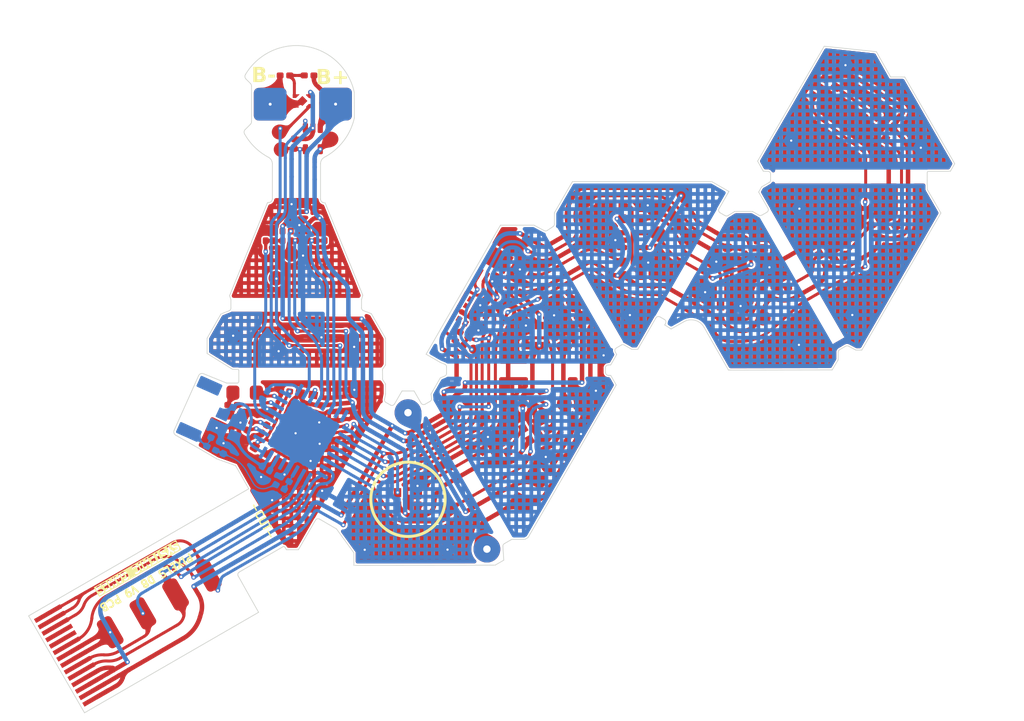
<source format=kicad_pcb>
(kicad_pcb (version 20241229) (generator "pcbnew") (generator_version "9.0")
  (title_block (title "FLX-F020") (date "2021-09-11") (rev "10") (company "Systemic Games, LLC") (comment 1 "Flexible PCB, 0.13mm thickness"))
  (layers (0 "F.Cu" signal) (2 "B.Cu" signal) (13 "F.Paste" user) (15 "B.Paste" user) (5 "F.SilkS" user "F.Silkscreen") (7 "B.SilkS" user "B.Silkscreen") (1 "F.Mask" user) (3 "B.Mask" user) (25 "Edge.Cuts" user))
  (net 0 "")
  (net 1 "GND")
  (net 2 "VDD")
  (net 3 "Net-(D10-DIN)")
  (net 4 "VEE")
  (net 5 "Net-(L1-Pad2)")
  (net 6 "+5V")
  (net 7 "/LED_EN")
  (net 8 "/ANTENNA")
  (net 9 "RESET")
  (net 10 "SWDCLK")
  (net 11 "SWDIO")
  (net 12 "/LED_DATA")
  (net 13 "+BATT")
  (net 14 "/STATS")
  (net 15 "/5V_SENSE")
  (net 16 "/VBAT_SENSE")
  (net 17 "/LED_RETURN")
  (net 18 "/SCL")
  (net 19 "/SDA")
  (net 20 "/ACC_INT")
  (net 21 "/ANTENNA_MECHANICAL")
  (net 22 "Net-(U1-DEC4)")
  (net 23 "/ANT_50")
  (net 24 "/ANT_NRF")
  (net 25 "/PROG")
  (net 26 "Net-(U1-XC2)")
  (net 27 "Net-(U1-DEC1)")
  (net 28 "Net-(U1-XC1)")
  (net 29 "/Wireless Charging/COILB")
  (net 30 "/Wireless Charging/COILA")
  (net 31 "Net-(U7-BAT)")
  (net 32 "/Wireless Charging/B-")
  (net 33 "Net-(D2-DOUT)")
  (net 34 "Net-(D3-DOUT)")
  (net 35 "Net-(D4-DOUT)")
  (net 36 "Net-(D5-DOUT)")
  (net 37 "Net-(U1-DEC3)")
  (net 38 "Net-(D7-DOUT)")
  (net 39 "Net-(D8-DOUT)")
  (net 42 "TXO")
  (net 43 "Net-(U1-P0.28{slash}AIN4)")
  (net 44 "Net-(U1-DCC)")
  (net 45 "Net-(U1-P0.25)")
  (net 46 "/SM")
  (net 51 "/BATT_NTC_SENSE")
  (net 53 "/Power Supply/MAG1_")
  (net 54 "Net-(D6-DOUT)")
  (net 55 "Net-(D10-DOUT)")
  (net 56 "Net-(D11-DOUT)")
  (net 57 "Net-(D12-DOUT)")
  (net 58 "Net-(D13-DOUT)")
  (net 59 "Net-(D14-DOUT)")
  (net 60 "Net-(D15-DOUT)")
  (net 62 "VDC")
  (footprint "Pixels-dice:TX1812MWCA5-F01" (layer "F.Cu") (at 132.901395 79.34 120)
    (property "Reference" "D5")
    (property "Value" "TX1812MWCA5-F01" (hide yes))
  )
  (footprint "Pixels-dice:TX1812MWCA5-F01" (layer "F.Cu") (at 127 82.56 90)
    (property "Reference" "D4")
    (property "Value" "TX1812MWCA5-F01" (hide yes))
  )
  (footprint "Pixels-dice:TX1812MWCA5-F01" (layer "F.Cu") (at 135.59 77.84 120)
    (property "Reference" "D6")
    (property "Value" "TX1812MWCA5-F01" (hide yes))
  )
  (footprint "Pixels-dice:C_0402_1005Metric" (layer "F.Cu") (at 150.94 66.160002 -90)
    (property "Reference" "C16")
    (property "Value" "10uF 6.3V 20%")
  )
  (footprint "Pixels-dice:TX1812MWCA5-F01" (layer "F.Cu") (at 120.092722 76.137172 -10)
    (property "Reference" "D2")
    (property "Value" "TX1812MWCA5-F01" (hide yes))
  )
  (footprint "Pixels-dice:TX1812MWCA5-F01" (layer "F.Cu") (at 135.413253 71.55 180)
    (property "Reference" "D7")
    (property "Value" "TX1812MWCA5-F01" (hide yes))
  )
  (footprint "Pixels-dice:TX1812MWCA5-F01" (layer "F.Cu") (at 142.14 67.06 90)
    (property "Reference" "D9")
    (property "Value" "TX1812MWCA5-F01" (hide yes))
  )
  (footprint "Pixels-dice:TX1812MWCA5-F01" (layer "F.Cu") (at 134.61 67.91 150)
    (property "Reference" "D8")
    (property "Value" "TX1812MWCA5-F01" (hide yes))
  )
  (footprint "Pixels-dice:TestPoint_THTPad_D1.5mm_Drill0.7mm_nosilk" (layer "F.Cu") (at 132.34 85.915 30)
    (property "Reference" "P6" (hide yes))
    (property "Value" "COILB")
  )
  (footprint "Pixels-dice:TDFN-8-1EP_3x2mm_P0.5mm_EP1.3x1.4mm" (layer "F.Cu") (at 133.211731 66.508438 -120)
    (property "Reference" "U5")
    (property "Value" "BL24C02F-NTRC")
  )
  (footprint "Package_TO_SOT_SMD:SOT-553" (layer "F.Cu") (at 142.14 65.13)
    (property "Reference" "U8")
    (property "Value" "SL1605")
  )
  (footprint "Pixels-dice:TestPoint_THTPad_D1.5mm_Drill0.7mm_nosilk" (layer "F.Cu") (at 127.03 76.735 30)
    (property "Reference" "P5" (hide yes))
    (property "Value" "COILA")
  )
  (footprint "Pixels-dice:AW35122" (layer "F.Cu") (at 135.65 75.65)
    (property "Reference" "U6")
    (property "Value" "AW35122")
  )
  (footprint "Inductor_SMD:L_0603_1608Metric" (layer "F.Cu") (at 116.04 75.39 180)
    (property "Reference" "L1")
    (property "Value" "10uH 100mA 20%")
  )
  (footprint "Resistor_SMD:R_0201_0603Metric" (layer "F.Cu") (at 130.49 72.045 150)
    (property "Reference" "R10")
    (property "Value" "3.9k 1%")
  )
  (footprint "Capacitor_SMD:C_0201_0603Metric" (layer "F.Cu") (at 118.750879 75.270807 173)
    (property "Reference" "C10")
    (property "Value" "0.1uF 10V 20%")
  )
  (footprint "Pixels-dice:TX1812MWCA5-F01" (layer "F.Cu") (at 118.306747 79.21 -30)
    (property "Reference" "D3")
    (property "Value" "TX1812MWCA5-F01" (hide yes))
  )
  (footprint "Pixels-dice:C_0402_1005Metric" (layer "F.Cu") (at 134.26 76.03 180)
    (property "Reference" "C9")
    (property "Value" "10uF 6.3V 20%")
  )
  (footprint "Pixels-dice:C_0402_1005Metric" (layer "F.Cu") (at 148.523088 66.123969 -90)
    (property "Reference" "C18")
    (property "Value" "4.7uF 10V 20%")
  )
  (footprint "Pixels-dice:FPB1_1-4" (layer "F.Cu") (at 149.765001 66.095001 -90)
    (property "Reference" "U4")
    (property "Value" "ME6230")
  )
  (footprint "Resistor_SMD:R_0201_0603Metric" (layer "F.Cu") (at 119.15 64.846807 -90)
    (property "Reference" "R9")
    (property "Value" "100k 1%")
  )
  (footprint "Pixels-dice:C_0402_1005Metric" (layer "F.Cu") (at 116.31 78.81 150)
    (property "Reference" "C4")
    (property "Value" "4.7uF 10V 20%")
  )
  (footprint "Pixels-dice:Hongjie 10100 Solder Tabs" (layer "F.Cu") (at 119.96 55.98 180)
    (property "Reference" "J3" (hide yes))
    (property "Value" "Conn_01x02")
  )
  (footprint "Pixels-dice:SOT-363_SC-70-6" (layer "F.Cu") (at 137.32 79.275 -121)
    (property "Reference" "D1")
    (property "Value" "BAV99S" (hide yes))
  )
  (footprint "Inductor_SMD:L_0201_0603Metric" (layer "F.Cu") (at 115.23 76.22)
    (property "Reference" "L2")
    (property "Value" "15nH 100mA 5%")
  )
  (footprint "Pixels-dice:C_0402_1005Metric" (layer "F.Cu") (at 115.52 76.89)
    (property "Reference" "C1")
    (property "Value" "4.7uF 10V 20%")
  )
  (footprint "Capacitor_SMD:C_0201_0603Metric" (layer "F.Cu") (at 121.42 64.84 90)
    (property "Reference" "C21")
    (property "Value" "10nF 25V 10%")
  )
  (footprint "Resistor_SMD:R_0201_0603Metric" (layer "F.Cu") (at 118.59 64.849998 -90)
    (property "Reference" "R7")
    (property "Value" "3.9M 1%")
  )
  (footprint "Resistor_SMD:R_0201_0603Metric" (layer "F.Cu") (at 120.85 64.84 -90)
    (property "Reference" "R2")
    (property "Value" "3.9M 1%")
  )
  (footprint "Resistor_SMD:R_0201_0603Metric" (layer "F.Cu") (at 118.03 64.85 90)
    (property "Reference" "R8")
    (property "Value" "10M 1%")
  )
  (footprint "Resistor_SMD:R_0201_0603Metric" (layer "F.Cu") (at 120.28 64.84 -90)
    (property "Reference" "R1")
    (property "Value" "3.9M 1%")
  )
  (footprint "Capacitor_SMD:C_0201_0603Metric" (layer "F.Cu") (at 117.46 64.85 90)
    (property "Reference" "C22")
    (property "Value" "10nF 25V 10%")
  )
  (footprint "Package_LGA:LGA-12_2x2mm_P0.5mm" (layer "F.Cu") (at 131.5 70.165 60)
    (property "Reference" "U2")
    (property "Value" "SC7A20HTR")
  )
  (footprint "Resistor_SMD:R_0201_0603Metric" (layer "F.Cu") (at 116.37 77.642533 -120)
    (property "Reference" "R5")
    (property "Value" "100k 1%")
  )
  (footprint "Capacitor_SMD:C_0805_2012Metric" (layer "F.Cu") (at 135.16 81.975 -121)
    (property "Reference" "C19" (hide yes))
    (property "Value" "12nF 50V 5% NP0")
  )
  (footprint "Capacitor_SMD:C_0603_1608Metric" (layer "F.Cu") (at 137.53 69.8 -150)
    (property "Reference" "C15" (hide yes))
    (property "Value" "22uF 10V 20%" (hide yes))
  )
  (footprint "Pixels-dice:TEST_PIN" (layer "F.Cu") (at 119.17 66.08)
    (property "Reference" "W20" (hide yes))
    (property "Value" "TH1")
  )
  (footprint "Pixels-dice:TEST_PIN" (layer "F.Cu") (at 118.37 57.86)
    (property "Reference" "W5" (hide yes))
    (property "Value" "SM")
  )
  (footprint "Pixels-dice:TX1812MWCA5-F01" (layer "F.Cu") (at 155.05 55.1 -35)
    (property "Reference" "D16")
    (property "Value" "TX1812MWCA5-F01" (hide yes))
  )
  (footprint "Pixels-dice:TX1812MWCA5-F01" (layer "F.Cu") (at 155.56 66.15 120)
    (property "Reference" "D13")
    (property "Value" "TX1812MWCA5-F01" (hide yes))
  )
  (footprint "Capacitor_SMD:C_0201_0603Metric" (layer "F.Cu") (at 159.86 56.66 145)
    (property "Reference" "C24")
    (property "Value" "0.1uF 10V 20%")
  )
  (footprint "Capacitor_SMD:C_0201_0603Metric" (layer "F.Cu") (at 143.5 67.88 90)
    (property "Reference" "C14")
    (property "Value" "0.1uF 10V 20%")
  )
  (footprint "Capacitor_SMD:C_0201_0603Metric" (layer "F.Cu") (at 121.19 76.58 -100)
    (property "Reference" "C6")
    (property "Value" "0.1uF 10V 20%")
  )
  (footprint "Pixels-dice:TEST_PIN" (layer "F.Cu") (at 129.72 83.22)
    (property "Reference" "W21" (hide yes))
    (property "Value" "LED2" (hide yes))
  )
  (footprint "Pixels-dice:TEST_PIN" (layer "F.Cu") (at 121.85 58.33)
    (property "Reference" "W15" (hide yes))
    (property "Value" "+5V" (hide yes))
  )
  (footprint "Resistor_SMD:R_0201_0603Metric" (layer "F.Cu") (at 117.37 77.852533 60)
    (property "Reference" "R3")
    (property "Value" "33k 1%")
  )
  (footprint "Capacitor_SMD:C_0201_0603Metric" (layer "F.Cu") (at 118.75 54.05 180)
    (property "Reference" "C23" (hide yes))
    (property "Value" "0.1uF 10V 20%" (hide yes))
  )
  (footprint "Pixels-dice:TEST_PIN" (layer "F.Cu") (at 118.15 67.69)
    (property "Reference" "W17" (hide yes))
    (property "Value" "STAT" (hide yes))
  )
  (footprint "Pixels-dice:TEST_PIN" (layer "F.Cu") (at 131.43 72.46)
    (property "Reference" "W9" (hide yes))
    (property "Value" "SDA" (hide yes))
  )
  (footprint "Pixels-dice:TEST_PIN" (layer "F.Cu") (at 115.32 71.59)
    (property "Reference" "W19" (hide yes))
    (property "Value" "GND" (hide yes))
  )
  (footprint "Pixels-dice:TEST_PIN" (layer "F.Cu") (at 137.55 76.14)
    (property "Reference" "W2" (hide yes))
    (property "Value" "VIN" (hide yes))
  )
  (footprint "Pixels-dice:TEST_PIN" (layer "F.Cu") (at 138.97 62.44)
    (property "Reference" "W25" (hide yes))
    (property "Value" "VDD" (hide yes))
  )
  (footprint "Pixels-dice:TEST_PIN" (layer "F.Cu") (at 143.87 64.7)
    (property "Reference" "W1" (hide yes))
    (property "Value" "MAG1" (hide yes))
  )
  (footprint "Resistor_SMD:R_0201_0603Metric" (layer "F.Cu") (at 119.71 64.84 90)
    (property "Reference" "TH1")
    (property "Value" "NTC 100k @ 25C")
  )
  (footprint "Pixels-dice:SOT-23" (layer "F.Cu") (at 138.35 71.77 30)
    (property "Reference" "U3" (hide yes))
    (property "Value" "PJ75BL50SA" (hide yes))
  )
  (footprint "Package_DFN_QFN:UDFN-4-1EP_1x1mm_P0.65mm_EP0.48x0.48mm" (layer "F.Cu") (at 119.927826 55.76668)
    (property "Reference" "U7" (hide yes))
    (property "Value" "DS6101" (hide yes))
  )
  (footprint "Pixels-dice:TEST_PIN" (layer "F.Cu") (at 131.01 75.93)
    (property "Reference" "W8" (hide yes))
    (property "Value" "SCL" (hide yes))
  )
  (footprint "Resistor_SMD:R_0201_0603Metric" (layer "F.Cu") (at 130.8 71.505 150)
    (property "Reference" "R11")
    (property "Value" "3.9k 1%")
  )
  (footprint "Resistor_SMD:R_0201_0603Metric" (layer "F.Cu") (at 119.38 58.64 90)
    (property "Reference" "R6" (hide yes))
    (property "Value" "3.57k 1%" (hide yes))
  )
  (footprint "Pixels-dice:TX1812MWCA5-F01" (layer "F.Cu") (at 158.82 57.56 -125)
    (property "Reference" "D15")
    (property "Value" "TX1812MWCA5-F01" (hide yes))
  )
  (footprint "Pixels-dice:FPC_14" (layer "F.Cu") (at 106.06 95.885 120)
    (property "Reference" "J1")
    (property "Value" "Conn_01x14")
  )
  (footprint "Pixels-dice:TEST_PIN" (layer "F.Cu") (at 150.93 70.37)
    (property "Reference" "W4" (hide yes))
    (property "Value" "VDC" (hide yes))
  )
  (footprint "Pixels-dice:TEST_PIN" (layer "F.Cu") (at 145.6 62.06)
    (property "Reference" "W14" (hide yes))
    (property "Value" "BATT" (hide yes))
  )
  (footprint "Resistor_SMD:R_0201_0603Metric" (layer "F.Cu") (at 120.38 54.05 180)
    (property "Reference" "R12" (hide yes))
    (property "Value" "510R 1%" (hide yes))
  )
  (footprint "Package_TO_SOT_SMD:SOT-553" (layer "F.Cu") (at 120.63 58.3 -90)
    (property "Reference" "U9" (hide yes))
    (property "Value" "XT4051" (hide yes))
  )
  (footprint "Pixels-dice:TEST_PIN" (layer "F.Cu") (at 118.5 59.03)
    (property "Reference" "W3" (hide yes))
    (property "Value" "PROG")
  )
  (footprint "Pixels-dice:TX1812MWCA5-F01" (layer "F.Cu") (at 148.73 70.01 90)
    (property "Reference" "D11")
    (property "Value" "TX1812MWCA5-F01" (hide yes))
  )
  (footprint "Pixels-dice:TX1812MWCA5-F01" (layer "F.Cu") (at 159.01 64.14 120)
    (property "Reference" "D14")
    (property "Value" "TX1812MWCA5-F01" (hide yes))
  )
  (footprint "Pixels-dice:TEST_PIN" (layer "F.Cu") (at 132.23 77.11)
    (property "Reference" "W7" (hide yes))
    (property "Value" "ACC_INT" (hide yes))
  )
  (footprint "Pixels-dice:FPC-POGO-4" (layer "F.Cu") (at 110.297672 89.59946 -150)
    (property "Reference" "J2" (hide yes))
    (property "Value" "Conn_01x04")
  )
  (footprint "Capacitor_SMD:C_0402_1005Metric" (layer "F.Cu") (at 138.55 77.23 -30)
    (property "Reference" "C13" (hide yes))
    (property "Value" "4.7uF 25V 20%" (hide yes))
  )
  (footprint "Pixels-dice:TX1812MWCA5-F01" (layer "F.Cu") (at 151.72 68.25 120)
    (property "Reference" "D12")
    (property "Value" "TX1812MWCA5-F01" (hide yes))
  )
  (footprint "Pixels-dice:TX1812MWCA5-F01" (layer "F.Cu") (at 142.12 63.24 90)
    (property "Reference" "D10")
    (property "Value" "TX1812MWCA5-F01" (hide yes))
  )
  (footprint "Resistor_SMD:R_0201_0603Metric" (layer "F.Cu") (at 137.52 68.8 -150)
    (property "Reference" "R4" (hide yes))
    (property "Value" "10k 1%" (hide yes))
  )
  (footprint "Capacitor_SMD:C_0201_0603Metric" (layer "B.Cu") (at 117.567997 80.921543 -120)
    (property "Reference" "C7")
    (property "Value" "100pF NP0 10V 2%")
  )
  (footprint "Capacitor_SMD:C_0201_0603Metric" (layer "B.Cu") (at 117.08 80.632533 60)
    (property "Reference" "C5")
    (property "Value" "8pF 10V 10%")
  )
  (footprint "Capacitor_SMD:C_0201_0603Metric" (layer "B.Cu") (at 117.41 75.58 -120)
    (property "Reference" "C3")
    (property "Value" "0.1uF 10V 20%")
  )
  (footprint "Capacitor_SMD:C_0201_0603Metric" (layer "B.Cu") (at 115.54 76.522533 154)
    (property "Reference" "C2")
    (property "Value" "8pF 10V 10%")
  )
  (footprint "Pixels-dice:QFN-32-1EP_5x5mm_P0.5mm_EP3.1x3.1mm" (layer "B.Cu") (at 120.015002 78.194539 -120)
    (property "Reference" "U1")
    (property "Value" "N52810_QFN32")
  )
  (footprint "Capacitor_SMD:C_0201_0603Metric" (layer "B.Cu") (at 118.757978 81.209177 150)
    (property "Reference" "C8")
    (property "Value" "0.8pF 10V 5% C0G")
  )
  (footprint "Pixels-dice:Crystal_SMD_2016-4Pin_2.0x1.6mm" (layer "B.Cu") (at 114.96 77.582533 -25)
    (property "Reference" "Y1")
    (property "Value" "32MHz 40ppm")
  )
  (footprint "Inductor_SMD:L_0201_0603Metric" (layer "B.Cu") (at 118.426663 81.735325 150)
    (property "Reference" "L5")
    (property "Value" "3.9nH 5%")
  )
  (footprint "Resistor_SMD:R_0201_0603Metric" (layer "B.Cu") (at 113.8 79.132533 155)
    (property "Reference" "L3")
    (property "Value" "0 Ohm")
  )
  (footprint "Pixels-dice:CHIP_ANT" (layer "B.Cu") (at 112.291549 78.030723 156)
    (property "Reference" "AE1")
    (property "Value" "Antenna_Chip" (hide yes))
  )
  (footprint "Capacitor_SMD:C_0201_0603Metric" (layer "B.Cu") (at 114.74 79.202533 65)
    (property "Reference" "C12")
    (property "Value" "DNP")
  )
  (footprint "Capacitor_SMD:C_0201_0603Metric" (layer "B.Cu") (at 114.07 78.532533 -25)
    (property "Reference" "C11")
    (property "Value" "DNP")
  )
  (gr_circle (center 127.03 82.565) (end 124.53 82.565) (stroke (width 0.2)) (fill no) (layer "F.SilkS"))
  (gr_line (start 144.73 71.105) (end 144.3 70.835) (stroke (width 0.05)) (layer "Edge.Cuts"))
  (gr_line (start 141.584273 72.18768) (end 142.085 72.475) (stroke (width 0.05)) (layer "Edge.Cuts"))
  (gr_line (start 123.905405 69.125242) (end 123.988865 68.831283) (stroke (width 0.05)) (layer "Edge.Cuts"))
  (gr_line (start 129.500499 73.474456) (end 129.204601 73.35485) (stroke (width 0.05)) (layer "Edge.Cuts"))
  (gr_line (start 124.564543 70.074666) (end 125.52 71.725) (stroke (width 0.05)) (layer "Edge.Cuts"))
  (gr_line (start 117.906325 59.9948) (end 117.906325 62.353851) (stroke (width 0.05)) (layer "Edge.Cuts"))
  (gr_arc (start 121.147689 59.9931) (mid 121.218824 59.736017) (end 121.411267 59.55246) (stroke (width 0.05)) (layer "Edge.Cuts"))
  (gr_line (start 163.52 60.495) (end 162.059 60.495) (stroke (width 0.05)) (layer "Edge.Cuts"))
  (gr_arc (start 144.281076 70.465883) (mid 144.374066 70.586531) (end 144.355037 70.737741) (stroke (width 0.05)) (layer "Edge.Cuts"))
  (gr_arc (start 115.610727 87.726294) (mid 115.591629 87.568467) (end 115.687188 87.450844) (stroke (width 0.05)) (layer "Edge.Cuts"))
  (gr_line (start 138.09 61.195) (end 147.47 61.195) (stroke (width 0.05)) (layer "Edge.Cuts"))
  (gr_arc (start 136.88 64.0522) (mid 136.856055 64.147093) (end 136.789924 64.219261) (stroke (width 0.05)) (layer "Edge.Cuts"))
  (gr_line (start 136.88 64.0522) (end 136.88 63.291781) (stroke (width 0.05)) (layer "Edge.Cuts"))
  (gr_arc (start 124.034561 69.87392) (mid 123.940834 69.800535) (end 123.905405 69.686889) (stroke (width 0.05)) (layer "Edge.Cuts"))
  (gr_line (start 115.550238 73.815) (end 115.22 73.815) (stroke (width 0.05)) (layer "Edge.Cuts"))
  (gr_arc (start 128.615317 75.779355) (mid 128.594898 75.891642) (end 128.516334 75.974469) (stroke (width 0.05)) (layer "Edge.Cuts"))
  (gr_line (start 116.431494 54.589429) (end 116.135039 54.293437) (stroke (width 0.05)) (layer "Edge.Cuts"))
  (gr_arc (start 140.5171 74.225) (mid 140.376517 74.167255) (end 140.317114 74.02737) (stroke (width 0.05)) (layer "Edge.Cuts"))
  (gr_arc (start 140.313555 73.727472) (mid 140.371285 73.584433) (end 140.508701 73.525) (stroke (width 0.05)) (layer "Edge.Cuts"))
  (gr_line (start 114.83 74.745) (end 115.550061 74.745) (stroke (width 0.05)) (layer "Edge.Cuts"))
  (gr_line (start 129.495511 74.276687) (end 129.204601 74.392243) (stroke (width 0.05)) (layer "Edge.Cuts"))
  (gr_line (start 156.666308 72.260616) (end 157.155 72.525) (stroke (width 0.05)) (layer "Edge.Cuts"))
  (gr_line (start 123.422283 56.917537) (end 123.416928 55.179522) (stroke (width 0.05)) (layer "Edge.Cuts"))
  (gr_line (start 151.321109 61.255094) (end 150.82 61.545) (stroke (width 0.05)) (layer "Edge.Cuts"))
  (gr_line (start 125.353018 73.761365) (end 125.52 73.528845) (stroke (width 0.05)) (layer "Edge.Cuts"))
  (gr_line (start 125.52 74.808865) (end 125.52 75.474706) (stroke (width 0.05)) (layer "Edge.Cuts"))
  (gr_line (start 143.706415 70.365342) (end 142.49 72.475) (stroke (width 0.05)) (layer "Edge.Cuts"))
  (gr_line (start 155.571 73.8575) (end 148.588 73.8706) (stroke (width 0.05)) (layer "Edge.Cuts"))
  (gr_line (start 126.124609 76.148604) (end 126.63 75.275) (stroke (width 0.05)) (layer "Edge.Cuts"))
  (gr_line (start 159.5 54.155) (end 158.54 52.455) (stroke (width 0.05)) (layer "Edge.Cuts"))
  (gr_line (start 157.56 72.525) (end 157.155 72.525) (stroke (width 0.05)) (layer "Edge.Cuts"))
  (gr_line (start 162.88 63.305) (end 157.56 72.525) (stroke (width 0.05)) (layer "Edge.Cuts"))
  (gr_arc (start 155.967639 72.6725) (mid 155.994166 72.572976) (end 156.068827 72.498579) (stroke (width 0.05)) (layer "Edge.Cuts"))
  (gr_line (start 136.394413 64.479467) (end 136.789924 64.219261) (stroke (width 0.05)) (layer "Edge.Cuts"))
  (gr_line (start 116.32 81.855) (end 115.43 80.295) (stroke (width 0.05)) (layer "Edge.Cuts"))
  (gr_line (start 159.5 54.155) (end 160.45 54.155) (stroke (width 0.05)) (layer "Edge.Cuts"))
  (gr_arc (start 116.431494 54.589429) (mid 116.485854 54.670667) (end 116.504921 54.7665) (stroke (width 0.05)) (layer "Edge.Cuts"))
  (gr_arc (start 129.500499 73.474456) (mid 129.591429 73.548096) (end 129.625633 73.66) (stroke (width 0.05)) (layer "Edge.Cuts"))
  (gr_arc (start 133.968725 85.282431) (mid 134.017004 85.262392) (end 134.068857 85.255561) (stroke (width 0.05)) (layer "Edge.Cuts"))
  (gr_arc (start 150.834292 63.448003) (mid 150.73486 63.474455) (end 150.635414 63.447949) (stroke (width 0.05)) (layer "Edge.Cuts"))
  (gr_line (start 133.415002 85.731321) (end 133.475 86.658182) (stroke (width 0.05)) (layer "Edge.Cuts"))
  (gr_arc (start 148.028459 63.289871) (mid 147.934854 63.168726) (end 147.952977 63.019259) (stroke (width 0.05)) (layer "Edge.Cuts"))
  (gr_line (start 141.04 74.875) (end 135.11 85.135) (stroke (width 0.05)) (layer "Edge.Cuts"))
  (gr_line (start 144.281076 70.465883) (end 143.979553 70.292027) (stroke (width 0.05)) (layer "Edge.Cuts"))
  (gr_line (start 129.625633 73.66) (end 129.625634 74.0891) (stroke (width 0.05)) (layer "Edge.Cuts"))
  (gr_arc (start 148.565154 63.476449) (mid 148.463232 63.506426) (end 148.360358 63.479972) (stroke (width 0.05)) (layer "Edge.Cuts"))
  (gr_line (start 126.63 75.275) (end 127.44 75.275) (stroke (width 0.05)) (layer "Edge.Cuts"))
  (gr_line (start 113.269275 74.114295) (end 114.83 74.745) (stroke (width 0.05)) (layer "Edge.Cuts"))
  (gr_arc (start 123.422283 56.917537) (mid 122.702484 58.453035) (end 121.411313 59.552451) (stroke (width 0.05)) (layer "Edge.Cuts"))
  (gr_arc (start 125.31549 73.880996) (mid 125.324623 73.818173) (end 125.353018 73.761365) (stroke (width 0.05)) (layer "Edge.Cuts"))
  (gr_arc (start 117.643034 59.554307) (mid 117.835578 59.738364) (end 117.906325 59.9948) (stroke (width 0.05)) (layer "Edge.Cuts"))
  (gr_line (start 120.801459 83.979781) (end 119.66 85.955) (stroke (width 0.05)) (layer "Edge.Cuts"))
  (gr_line (start 125.451475 75.835583) (end 125.52 75.474706) (stroke (width 0.05)) (layer "Edge.Cuts"))
  (gr_arc (start 133.415002 85.731321) (mid 133.438197 85.624122) (end 133.514433 85.545272) (stroke (width 0.05)) (layer "Edge.Cuts"))
  (gr_line (start 144.355103 70.737778) (end 144.3 70.835) (stroke (width 0.05)) (layer "Edge.Cuts"))
  (gr_arc (start 140.972721 72.655756) (mid 140.952782 72.504917) (end 141.047337 72.382211) (stroke (width 0.05)) (layer "Edge.Cuts"))
  (gr_line (start 119.66 85.955) (end 118.85 85.955) (stroke (width 0.05)) (layer "Edge.Cuts"))
  (gr_arc (start 117.906325 62.353851) (mid 117.831118 62.527761) (end 117.653552 62.59906) (stroke (width 0.05)) (layer "Edge.Cuts"))
  (gr_line (start 151.225 60.495) (end 150.93 60.495) (stroke (width 0.05)) (layer "Edge.Cuts"))
  (gr_line (start 115.687188 87.450844) (end 118.62 85.755) (stroke (width 0.05)) (layer "Edge.Cuts"))
  (gr_line (start 148.360337 63.480009) (end 148.028459 63.289871) (stroke (width 0.05)) (layer "Edge.Cuts"))
  (gr_line (start 140.5171 74.225) (end 140.67 74.225) (stroke (width 0.05)) (layer "Edge.Cuts"))
  (gr_line (start 124.034561 69.873921) (end 124.564543 70.074666) (stroke (width 0.05)) (layer "Edge.Cuts"))
  (gr_line (start 115.116977 69.135) (end 115.031481 68.861326) (stroke (width 0.05)) (layer "Edge.Cuts"))
  (gr_line (start 121.147689 59.9931) (end 121.147689 62.365098) (stroke (width 0.05)) (layer "Edge.Cuts"))
  (gr_arc (start 143.706415 70.365342) (mid 143.827784 70.272106) (end 143.979553 70.292027) (stroke (width 0.05)) (layer "Edge.Cuts"))
  (gr_arc (start 151.225 60.495) (mid 151.366416 60.553573) (end 151.424985 60.692551) (stroke (width 0.05)) (layer "Edge.Cuts"))
  (gr_line (start 115.116977 69.135) (end 115.116977 69.6986) (stroke (width 0.05)) (layer "Edge.Cuts"))
  (gr_line (start 150.635394 63.447984) (end 150.193821 63.195) (stroke (width 0.05)) (layer "Edge.Cuts"))
  (gr_line (start 148.588 73.8706) (end 146.95 70.995) (stroke (width 0.05)) (layer "Edge.Cuts"))
  (gr_arc (start 116.038891 57.987157) (mid 116.009047 57.830534) (end 116.079947 57.687748) (stroke (width 0.05)) (layer "Edge.Cuts"))
  (gr_arc (start 161.96 60.602) (mid 161.986109 60.526866) (end 162.059 60.495001) (stroke (width 0.05)) (layer "Edge.Cuts"))
  (gr_arc (start 145.580734 70.624585) (mid 146.343212 70.521972) (end 146.949898 70.994995) (stroke (width 0.05)) (layer "Edge.Cuts"))
  (gr_arc (start 156.470152 72.263882) (mid 156.567802 72.236558) (end 156.666293 72.260644) (stroke (width 0.05)) (layer "Edge.Cuts"))
  (gr_line (start 129.204601 73.35485) (end 128.25 72.805) (stroke (width 0.05)) (layer "Edge.Cuts"))
  (gr_line (start 113.52 72.755) (end 113.52 71.725) (stroke (width 0.05)) (layer "Edge.Cuts"))
  (gr_line (start 115.031481 68.861326) (end 117.58 62.605) (stroke (width 0.05)) (layer "Edge.Cuts"))
  (gr_arc (start 129.625634 74.0891) (mid 129.5911 74.201554) (end 129.495511 74.276687) (stroke (width 0.05)) (layer "Edge.Cuts"))
  (gr_arc (start 136.394413 64.479467) (mid 136.293475 64.512179) (end 136.190005 64.488641) (stroke (width 0.05)) (layer "Edge.Cuts"))
  (gr_line (start 155.03 52.085) (end 158.54 52.455) (stroke (width 0.05)) (layer "Edge.Cuts"))
  (gr_line (start 151.424985 61.0795) (end 151.424985 60.692551) (stroke (width 0.05)) (layer "Edge.Cuts"))
  (gr_arc (start 120.801459 83.979781) (mid 120.922045 83.876934) (end 121.0795 83.895001) (stroke (width 0.05)) (layer "Edge.Cuts"))
  (gr_line (start 127.44 75.275) (end 127.912541 76.095379) (stroke (width 0.05)) (layer "Edge.Cuts"))
  (gr_arc (start 116.504938 57.1592) (mid 116.485909 57.254876) (end 116.431715 57.33598) (stroke (width 0.05)) (layer "Edge.Cuts"))
  (gr_line (start 140.313555 73.727472) (end 140.317109 74.02737) (stroke (width 0.05)) (layer "Edge.Cuts"))
  (gr_arc (start 125.547828 76.046054) (mid 125.466115 75.956175) (end 125.451475 75.835583) (stroke (width 0.05)) (layer "Edge.Cuts"))
  (gr_line (start 148.62 61.855) (end 147.952977 63.019259) (stroke (width 0.05)) (layer "Edge.Cuts"))
  (gr_line (start 150.62 61.895) (end 150.82 61.545) (stroke (width 0.05)) (layer "Edge.Cuts"))
  (gr_line (start 161.96 61.095) (end 161.96 61.663907) (stroke (width 0.05)) (layer "Edge.Cuts"))
  (gr_arc (start 151.243393 62.983213) (mid 151.262843 63.135008) (end 151.16924 63.256125) (stroke (width 0.05)) (layer "Edge.Cuts"))
  (gr_line (start 123.39 86.165) (end 122.22 84.555) (stroke (width 0.05)) (layer "Edge.Cuts"))
  (gr_line (start 151.243393 62.983213) (end 150.62 61.895) (stroke (width 0.05)) (layer "Edge.Cuts"))
  (gr_arc (start 161.986893 61.761478) (mid 161.966837 61.713164) (end 161.96 61.663907) (stroke (width 0.05)) (layer "Edge.Cuts"))
  (gr_line (start 150.55 59.815) (end 155.03 52.085) (stroke (width 0.05)) (layer "Edge.Cuts"))
  (gr_line (start 148.565154 63.476449) (end 149.019164 63.195) (stroke (width 0.05)) (layer "Edge.Cuts"))
  (gr_line (start 105.27 96.925) (end 101.51 90.405) (stroke (width 0.05)) (layer "Edge.Cuts"))
  (gr_line (start 128.516334 75.974469) (end 128.183895 76.165955) (stroke (width 0.05)) (layer "Edge.Cuts"))
  (gr_line (start 101.51 90.405) (end 116.32 81.855) (stroke (width 0.05)) (layer "Edge.Cuts"))
  (gr_line (start 128.582686 75.482514) (end 129.204601 74.392243) (stroke (width 0.05)) (layer "Edge.Cuts"))
  (gr_line (start 160.45 54.155) (end 163.81 59.985) (stroke (width 0.05)) (layer "Edge.Cuts"))
  (gr_line (start 111.303706 77.913825) (end 111.713 77) (stroke (width 0.05)) (layer "Edge.Cuts"))
  (gr_line (start 133.968725 85.282431) (end 133.514433 85.545272) (stroke (width 0.05)) (layer "Edge.Cuts"))
  (gr_line (start 125.31549 73.880996) (end 125.324117 74.456317) (stroke (width 0.05)) (layer "Edge.Cuts"))
  (gr_line (start 113.52 71.725) (end 114.450524 70.096584) (stroke (width 0.05)) (layer "Edge.Cuts"))
  (gr_line (start 121.452723 62.615727) (end 121.393991 62.615561) (stroke (width 0.05)) (layer "Edge.Cuts"))
  (gr_line (start 150.834292 63.448003) (end 151.16924 63.256125) (stroke (width 0.05)) (layer "Edge.Cuts"))
  (gr_line (start 141.07 72.825) (end 140.67 73.525) (stroke (width 0.05)) (layer "Edge.Cuts"))
  (gr_line (start 136.88 63.291781) (end 138.09 61.195) (stroke (width 0.05)) (layer "Edge.Cuts"))
  (gr_line (start 156.068827 72.498579) (end 156.470152 72.263882) (stroke (width 0.05)) (layer "Edge.Cuts"))
  (gr_line (start 125.357456 74.563916) (end 125.52 74.808865) (stroke (width 0.05)) (layer "Edge.Cuts"))
  (gr_line (start 149.019164 63.195) (end 150.193821 63.195) (stroke (width 0.05)) (layer "Edge.Cuts"))
  (gr_line (start 141.047337 72.382211) (end 141.379929 72.186729) (stroke (width 0.05)) (layer "Edge.Cuts"))
  (gr_arc (start 151.424985 61.0795) (mid 151.398215 61.179553) (end 151.321109 61.255094) (stroke (width 0.05)) (layer "Edge.Cuts"))
  (gr_line (start 111.713 77) (end 112.948195 74.242198) (stroke (width 0.05)) (layer "Edge.Cuts"))
  (gr_arc (start 121.393991 62.615561) (mid 121.219605 62.541034) (end 121.147711 62.365098) (stroke (width 0.05)) (layer "Edge.Cuts"))
  (gr_line (start 128.615317 75.779355) (end 128.582686 75.482514) (stroke (width 0.05)) (layer "Edge.Cuts"))
  (gr_line (start 125.52 71.725) (end 125.52 73.528845) (stroke (width 0.05)) (layer "Edge.Cuts"))
  (gr_line (start 147.47 61.195) (end 148.62 61.855) (stroke (width 0.05)) (layer "Edge.Cuts"))
  (gr_arc (start 115.116977 69.6986) (mid 115.082206 69.811284) (end 114.989938 69.884837) (stroke (width 0.05)) (layer "Edge.Cuts"))
  (gr_arc (start 116.135039 54.293437) (mid 116.063614 54.14763) (end 116.096791 53.988715) (stroke (width 0.05)) (layer "Edge.Cuts"))
  (gr_line (start 123.905405 69.125242) (end 123.905405 69.686889) (stroke (width 0.05)) (layer "Edge.Cuts"))
  (gr_line (start 122.22 84.555) (end 121.08 83.895) (stroke (width 0.05)) (layer "Edge.Cuts"))
  (gr_line (start 114.989947 69.88486) (end 114.450524 70.096584) (stroke (width 0.05)) (layer "Edge.Cuts"))
  (gr_line (start 161.96 60.602) (end 161.96 61.095) (stroke (width 0.05)) (layer "Edge.Cuts"))
  (gr_line (start 163.81 59.985) (end 163.52 60.495) (stroke (width 0.05)) (layer "Edge.Cuts"))
  (gr_line (start 116.504938 54.7665) (end 116.504938 57.1592) (stroke (width 0.05)) (layer "Edge.Cuts"))
  (gr_line (start 155.967639 72.6725) (end 155.967639 73.184448) (stroke (width 0.05)) (layer "Edge.Cuts"))
  (gr_arc (start 141.379929 72.186729) (mid 141.480223 72.159147) (end 141.584273 72.18768) (stroke (width 0.05)) (layer "Edge.Cuts"))
  (gr_arc (start 115.550238 73.815) (mid 115.623906 73.842966) (end 115.649999 73.917318) (stroke (width 0.05)) (layer "Edge.Cuts"))
  (gr_line (start 115.65 74.631288) (end 115.649999 73.917318) (stroke (width 0.05)) (layer "Edge.Cuts"))
  (gr_arc (start 125.357456 74.563916) (mid 125.333048 74.512505) (end 125.324117 74.456317) (stroke (width 0.05)) (layer "Edge.Cuts"))
  (gr_line (start 133.25 64.125) (end 135.511343 64.125) (stroke (width 0.05)) (layer "Edge.Cuts"))
  (gr_line (start 116.98 90.165) (end 115.610727 87.726294) (stroke (width 0.05)) (layer "Edge.Cuts"))
  (gr_arc (start 116.096791 53.988715) (mid 120.142427 52.088985) (end 123.416928 55.179522) (stroke (width 0.05)) (layer "Edge.Cuts"))
  (gr_line (start 161.986893 61.761478) (end 162.88 63.305) (stroke (width 0.05)) (layer "Edge.Cuts"))
  (gr_line (start 150.93 60.495) (end 150.55 59.815) (stroke (width 0.05)) (layer "Edge.Cuts"))
  (gr_line (start 136.189992 64.488665) (end 135.511343 64.125) (stroke (width 0.05)) (layer "Edge.Cuts"))
  (gr_arc (start 128.183895 76.165955) (mid 128.032165 76.185767) (end 127.912541 76.095379) (stroke (width 0.05)) (layer "Edge.Cuts"))
  (gr_line (start 142.49 72.475) (end 142.085 72.475) (stroke (width 0.05)) (layer "Edge.Cuts"))
  (gr_line (start 128.25 72.805) (end 133.25 64.125) (stroke (width 0.05)) (layer "Edge.Cuts"))
  (gr_line (start 132.89 86.995) (end 123.39 87.005) (stroke (width 0.05)) (layer "Edge.Cuts"))
  (gr_arc (start 117.643034 59.554308) (mid 116.728823 58.885519) (end 116.038891 57.987157) (stroke (width 0.05)) (layer "Edge.Cuts"))
  (gr_line (start 113.08 79.205) (end 111.41 78.255) (stroke (width 0.05)) (layer "Edge.Cuts"))
  (gr_line (start 116.431715 57.33598) (end 116.079947 57.687748) (stroke (width 0.05)) (layer "Edge.Cuts"))
  (gr_arc (start 112.948195 74.242198) (mid 113.083076 74.113834) (end 113.269275 74.114295) (stroke (width 0.05)) (layer "Edge.Cuts"))
  (gr_arc (start 118.620473 85.754956) (mid 118.688671 85.743002) (end 118.747128 85.78012) (stroke (width 0.05)) (layer "Edge.Cuts"))
  (gr_line (start 115.22 73.815) (end 113.52 72.755) (stroke (width 0.05)) (layer "Edge.Cuts"))
  (gr_line (start 115.43 80.295) (end 114.19 79.855) (stroke (width 0.05)) (layer "Edge.Cuts"))
  (gr_line (start 140.67 73.525) (end 140.508701 73.525) (stroke (width 0.05)) (layer "Edge.Cuts"))
  (gr_line (start 121.452723 62.615727) (end 123.988865 68.831283) (stroke (width 0.05)) (layer "Edge.Cuts"))
  (gr_arc (start 126.124609 76.148604) (mid 126.003061 76.241707) (end 125.854808 76.223647) (stroke (width 0.05)) (layer "Edge.Cuts"))
  (gr_line (start 114.19 79.855) (end 113.08 79.205) (stroke (width 0.05)) (layer "Edge.Cuts"))
  (gr_line (start 145.580734 70.624585) (end 144.73 71.105) (stroke (width 0.05)) (layer "Edge.Cuts"))
  (gr_line (start 117.653552 62.59906) (end 117.58 62.605) (stroke (width 0.05)) (layer "Edge.Cuts"))
  (gr_line (start 118.85 85.955) (end 118.747128 85.78012) (stroke (width 0.05)) (layer "Edge.Cuts"))
  (gr_line (start 135.11 85.135) (end 134.904338 85.255561) (stroke (width 0.05)) (layer "Edge.Cuts"))
  (gr_line (start 155.967639 73.184448) (end 155.571 73.8575) (stroke (width 0.05)) (layer "Edge.Cuts"))
  (gr_line (start 116.98 90.165) (end 105.27 96.925) (stroke (width 0.05)) (layer "Edge.Cuts"))
  (gr_arc (start 115.65 74.631288) (mid 115.623831 74.709051) (end 115.550061 74.745) (stroke (width 0.05)) (layer "Edge.Cuts"))
  (gr_line (start 123.39 87.005) (end 123.39 86.165) (stroke (width 0.05)) (layer "Edge.Cuts"))
  (gr_line (start 125.547828 76.046054) (end 125.854808 76.223647) (stroke (width 0.05)) (layer "Edge.Cuts"))
  (gr_arc (start 111.410308 78.254986) (mid 111.288183 78.105899) (end 111.303706 77.913825) (stroke (width 0.05)) (layer "Edge.Cuts"))
  (gr_line (start 140.67 74.225) (end 141.04 74.875) (stroke (width 0.05)) (layer "Edge.Cuts"))
  (gr_line (start 133.475 86.658182) (end 132.89 86.995) (stroke (width 0.05)) (layer "Edge.Cuts"))
  (gr_line (start 140.972721 72.655756) (end 141.07 72.825) (stroke (width 0.05)) (layer "Edge.Cuts"))
  (gr_line (start 134.068857 85.255561) (end 134.904338 85.255561) (stroke (width 0.05)) (layer "Edge.Cuts"))
  (gr_text "SYSTEMIC GAMES" (at 108.83 87.195 210) (layer "F.SilkS" knockout) (effects (font (size 0.5 0.5) (thickness 0.12))))
  (gr_text "B+" (at 121.95 54.22 0) (layer "F.SilkS") (effects (font (size 1 1) (thickness 0.2) (bold yes))))
  (gr_text "B-" (at 117.32 54.08 0) (layer "F.SilkS") (effects (font (size 1 1) (thickness 0.125))))
  (gr_text "-CUT-" (at 117.26 83.995 299) (layer "F.SilkS") (effects (font (size 0.5 0.5) (thickness 0.1))))
  (gr_text "PIXELS D8 V9 PCB" (at 109.43 88.145 210) (layer "F.SilkS") (effects (font (size 0.5 0.5) (thickness 0.12))))
  (segment (start 107.204016 94.061574) (end 108.16 93.51) (width 0.3) (layer "F.Cu") (net 1))
  (segment (start 131.890186 69.509814) (end 131.664743 69.379656) (width 0.3) (layer "F.Cu") (net 1))
  (segment (start 134.888894 66.895216) (end 134.557789 67.100432) (width 0.3) (layer "F.Cu") (net 1))
  (segment (start 132.41 78.37) (end 133.260963 78.612788) (width 0.3) (layer "F.Cu") (net 1))
  (segment (start 145.486372 64.463906) (end 144.780714 63.341792) (width 0.3) (layer "F.Cu") (net 1))
  (segment (start 140.98 65.129998) (end 139.667585 65.129999) (width 0.3) (layer "F.Cu") (net 1))
  (segment (start 148.523089 66.603968) (end 149.44 66.42) (width 0.3) (layer "F.Cu") (net 1))
  (segment (start 151.337257 66.947742) (end 150.940001 66.640001) (width 0.3) (layer "F.Cu") (net 1))
  (segment (start 117.56 76.492533) (end 118.08 76.47) (width 0.25) (layer "F.Cu") (net 1))
  (segment (start 140.98 65.129998) (end 141.427499 65.129997) (width 0.3) (layer "F.Cu") (net 1))
  (segment (start 107.170248 93.912448) (end 106.995 93.897135) (width 0.3) (layer "F.Cu") (net 1))
  (segment (start 143.16 62.79) (end 143.8 62.795) (width 0.3) (layer "F.Cu") (net 1))
  (segment (start 139.3 72.558008) (end 139.3 75.02) (width 0.3) (layer "F.Cu") (net 1))
  (segment (start 139.495512 72.211089) (end 139.691024 72.092722) (width 0.3) (layer "F.Cu") (net 1))
  (segment (start 120.13494 58.319999) (end 119.379999 58.319999) (width 0.3) (layer "F.Cu") (net 1))
  (segment (start 159.369566 59.929823) (end 159.369566 63.412786) (width 0.3) (layer "F.Cu") (net 1))
  (segment (start 120.47 55.17) (end 120.467826 55.44168) (width 0.3) (layer "F.Cu") (net 1))
  (segment (start 143.16 62.79) (end 142.795 62.789998) (width 0.3) (layer "F.Cu") (net 1))
  (segment (start 107.044331 91.863464) (end 104.56 93.286924) (width 0.3) (layer "F.Cu") (net 1))
  (segment (start 151.34571 66.95429) (end 151.342892 66.952107) (width 0.3) (layer "F.Cu") (net 1))
  (segment (start 106.998115 91.50446) (end 107.094057 91.64223) (width 0.3) (layer "F.Cu") (net 1))
  (segment (start 106.770297 94.313161) (end 105.56 95.018975) (width 0.3) (layer "F.Cu") (net 1))
  (segment (start 157.964481 58.015728) (end 158.008963 57.541457) (width 0.3) (layer "F.Cu") (net 1))
  (segment (start 145.94245 64.903072) (end 147.487856 65.795312) (width 0.3) (layer "F.Cu") (net 1))
  (segment (start 118.324119 75.981761) (end 118.08 76.47) (width 0.25) (layer "F.Cu") (net 1))
  (segment (start 106.998115 91.50446) (end 106.954057 91.41723) (width 0.3) (layer "F.Cu") (net 1))
  (segment (start 151.34571 66.95429) (end 152.079567 67.522786) (width 0.3) (layer "F.Cu") (net 1))
  (segment (start 127.672816 81.66) (end 127.675001 82.110001) (width 0.3) (layer "F.Cu") (net 1))
  (segment (start 147.77 66.58) (end 148.523089 66.603968) (width 0.3) (layer "F.Cu") (net 1))
  (segment (start 106.825689 91.379415) (end 104.31 92.853911) (width 0.3) (layer "F.Cu") (net 1))
  (segment (start 120.63 57.5875) (end 120.63 57.824939) (width 0.3) (layer "F.Cu") (net 1))
  (segment (start 106.200346 94.072979) (end 105.31 94.585962) (width 0.3) (layer "F.Cu") (net 1))
  (segment (start 132.41 78.37) (end 131.148604 79.098604) (width 0.3) (layer "F.Cu") (net 1))
  (segment (start 136.654358 66.545825) (end 138.620842 65.410474) (width 0.3) (layer "F.Cu") (net 1))
  (segment (start 133.77 72.524728) (end 133.77 75.215271) (width 0.3) (layer "F.Cu") (net 1))
  (segment (start 154.117853 65.346172) (end 151.343161 66.948143) (width 0.3) (layer "F.Cu") (net 1))
  (segment (start 155.300537 65.221766) (end 155.919567 65.422786) (width 0.3) (layer "F.Cu") (net 1))
  (segment (start 127.909235 80.969783) (end 131.149006 79.099301) (width 0.3) (layer "F.Cu") (net 1))
  (segment (start 151.342892 66.952107) (end 151.337257 66.947742) (width 0.3) (layer "F.Cu") (net 1))
  (segment (start 118.436632 75.490905) (end 118.433264 75.23181) (width 0.25) (layer "F.Cu") (net 1))
  (segment (start 127.671475 81.383914) (end 127.672816 81.66) (width 0.3) (layer "F.Cu") (net 1))
  (segment (start 106.770297 94.313161) (end 107.203432 94.060568) (width 0.3) (layer "F.Cu") (net 1))
  (segment (start 135.607327 66.731499) (end 135.719605 66.743529) (width 0.3) (layer "F.Cu") (net 1))
  (segment (start 159.17466 59.518123) (end 158.288448 58.791923) (width 0.3) (layer "F.Cu") (net 1))
  (segment (start 147.764854 66.266133) (end 147.77 66.58) (width 0.3) (layer "F.Cu") (net 1))
  (via (at 147.02 68.63) (size 0.3) (drill 0.15) (layers "F.Cu" "B.Cu") (net 1))
  (via (at 120.48 79.982533) (size 0.3) (drill 0.15) (layers "F.Cu" "B.Cu") (net 1))
  (via (at 136.299305 79.711673) (size 0.3) (drill 0.15) (layers "F.Cu" "B.Cu") (net 1))
  (via (at 115.760408 77.404082) (size 0.3) (drill 0.15) (layers "F.Cu" "B.Cu") (net 1))
  (via (at 120.47 55.17) (size 0.3) (drill 0.15) (layers "F.Cu" "B.Cu") (net 1))
  (via (at 131.890186 69.509814) (size 0.3) (drill 0.15) (layers "F.Cu" "B.Cu") (net 1))
  (via (at 127.672816 81.66) (size 0.3) (drill 0.15) (layers "F.Cu" "B.Cu") (net 1))
  (via (at 118.33 72.6) (size 0.3) (drill 0.15) (layers "F.Cu" "B.Cu") (net 1))
  (via (at 153.33 72.175) (size 0.3) (drill 0.15) (layers "F.Cu" "B.Cu") (net 1))
  (via (at 124.12 85.96) (size 0.3) (drill 0.15) (layers "F.Cu" "B.Cu") (net 1))
  (via (at 119.47 78.12) (size 0.3) (drill 0.15) (layers "F.Cu" "B.Cu") (net 1))
  (via (at 149.405 69.559998) (size 0.3) (drill 0.15) (layers "F.Cu" "B.Cu") (net 1))
  (via (at 119.2 62.71) (size 0.3) (drill 0.15) (layers "F.Cu" "B.Cu") (net 1))
  (via (at 161.53 58.915) (size 0.3) (drill 0.15) (layers "F.Cu" "B.Cu") (net 1))
  (via (at 139.67 75.26) (size 0.3) (drill 0.15) (layers "F.Cu" "B.Cu") (net 1))
  (via (at 117.89 82.62) (size 0.3) (drill 0.15) (layers "F.Cu" "B.Cu") (net 1))
  (via (at 108.16 93.51) (size 0.3) (drill 0.15) (layers "F.Cu" "B.Cu") (net 1))
  (via (at 123.41 72.31) (size 0.3) (drill 0.15) (layers "F.Cu" "B.Cu") (net 1))
  (via (at 114.620857 78.791676) (size 0.3) (drill 0.15) (layers "F.Cu" "B.Cu") (net 1))
  (via (at 117.15 81.062533) (size 0.3) (drill 0.15) (layers "F.Cu" "B.Cu") (net 1))
  (via (at 121.21 71.67) (size 0.3) (drill 0.15) (layers "F.Cu" "B.Cu") (net 1))
  (via (at 136.85883 70.187493) (size 0.3) (drill 0.15) (layers "F.Cu" "B.Cu") (net 1))
  (via (at 121.09 78.83) (size 0.3) (drill 0.15) (layers "F.Cu" "B.Cu") (net 1))
  (via (at 151.34571 66.95429) (size 0.3) (drill 0.15) (layers "F.Cu" "B.Cu") (net 1))
  (via (at 156.92 70.165) (size 0.3) (drill 0.15) (layers "F.Cu" "B.Cu") (net 1))
  (via (at 143.19 66.64) (size 0.3) (drill 0.15) (layers "F.Cu" "B.Cu") (net 1))
  (via (at 132.696987 67.9) (size 0.3) (drill 0.15) (layers "F.Cu" "B.Cu") (net 1))
  (via (at 156.46 53.36) (size 0.3) (drill 0.15) (layers "F.Cu" "B.Cu") (net 1))
  (via (at 152.81 58.435) (size 0.3) (drill 0.15) (layers "F.Cu" "B.Cu") (net 1))
  (via (at 143.16 62.79) (size 0.3) (drill 0.15) (layers "F.Cu" "B.Cu") (net 1))
  (via (at 140.19 72.880001) (size 0.3) (drill 0.15) (layers "F.Cu" "B.Cu") (net 1))
  (via (at 115.27 71.56) (size 0.3) (drill 0.15) (layers "F.Cu" "B.Cu") (net 1))
  (via (at 119.97 66.17) (size 0.3) (drill 0.15) (layers "F.Cu" "B.Cu") (net 1))
  (via (at 129.69 85.95) (size 0.3) (drill 0.15) (layers "F.Cu" "B.Cu") (net 1))
  (via (at 117.56 76.492533) (size 0.3) (drill 0.15) (layers "F.Cu" "B.Cu") (net 1))
  (via (at 114.16 77.762533) (size 0.3) (drill 0.15) (layers "F.Cu" "B.Cu") (net 1))
  (via (at 134.557789 67.100432) (size 0.3) (drill 0.15) (layers "F.Cu" "B.Cu") (net 1))
  (via (at 118.723253 80.895786) (size 0.3) (drill 0.15) (layers "F.Cu" "B.Cu") (net 1))
  (via (at 140.98 65.129998) (size 0.3) (drill 0.15) (layers "F.Cu" "B.Cu") (net 1))
  (via (at 132.41 78.37) (size 0.3) (drill 0.15) (layers "F.Cu" "B.Cu") (net 1))
  (via (at 138.67 78.17) (size 0.3) (drill 0.15) (layers "F.Cu" "B.Cu") (net 1))
  (via (at 147.77 66.58) (size 0.3) (drill 0.15) (layers "F.Cu" "B.Cu") (net 1))
  (via (at 134.963251 70.875) (size 0.3) (drill 0.15) (layers "F.Cu" "B.Cu") (net 1))
  (via (at 153.36 63.015) (size 0.3) (drill 0.15) (layers "F.Cu" "B.Cu") (net 1))
  (via (at 141.96 70.17) (size 0.3) (drill 0.15) (layers "F.Cu" "B.Cu") (net 1))
  (via (at 131.768269 71.200346) (size 0.3) (drill 0.15) (layers "F.Cu" "B.Cu") (net 1))
  (via (at 121.06 77.39) (size 0.3) (drill 0.15) (layers "F.Cu" "B.Cu") (net 1))
  (via (at 120.63 57.5875) (size 0.3) (drill 0.15) (layers "F.Cu" "B.Cu") (net 1))
  (via (at 106.998115 91.50446) (size 0.3) (drill 0.15) (layers "F.Cu" "B.Cu") (net 1))
  (via (at 119.72 64.12) (size 0.3) (drill 0.15) (layers "F.Cu" "B.Cu") (net 1))
  (via (at 123.42 75.2) (size 0.3) (drill 0.15) (layers "F.Cu" "B.Cu") (net 1))
  (via (at 121.255186 81.994814) (size 0.3) (drill 0.15) (layers "F.Cu" "B.Cu") (net 1))
  (arc (start 151.337257 66.947742) (mid 151.340148 66.948841) (end 151.343161 66.948143) (width 0.3) (layer "F.Cu") (net 1))
  (arc (start 107.044331 91.863464) (mid 107.11789 91.763792) (end 107.094057 91.64223) (width 0.3) (layer "F.Cu") (net 1))
  (arc (start 106.995 93.897135) (mid 106.584163 93.924004) (end 106.200346 94.072979) (width 0.3) (layer "F.Cu") (net 1))
  (arc (start 120.63 57.824939) (mid 120.592315 58.01439) (end 120.485 58.174999) (width 0.3) (layer "F.Cu") (net 1))
  (arc (start 135.719605 66.743529) (mid 136.202689 66.718943) (end 136.654358 66.545825) (width 0.3) (layer "F.Cu") (net 1))
  (arc (start 107.170248 93.912448) (mid 107.241021 93.974369) (end 107.203432 94.060568) (width 0.3) (layer "F.Cu") (net 1))
  (arc (start 120.485 58.174999) (mid 120.324391 58.282314) (end 120.13494 58.319999) (width 0.3) (layer "F.Cu") (net 1))
  (arc (start 139.667585 65.129999) (mid 139.125751 65.201333) (end 138.620842 65.410474) (width 0.3) (layer "F.Cu") (net 1))
  (arc (start 107.204016 94.061574) (mid 106.98701 94.187116) (end 106.770297 94.313161) (width 0.3) (layer "F.Cu") (net 1))
  (arc (start 145.486372 64.463906) (mid 145.687609 64.711323) (end 145.94245 64.903072) (width 0.3) (layer "F.Cu") (net 1))
  (arc (start 151.343161 66.948143) (mid 151.34197 66.950053) (end 151.342892 66.952107) (width 0.3) (layer "F.Cu") (net 1))
  (arc (start 143.8 62.795) (mid 144.360283 62.942977) (end 144.780714 63.341792) (width 0.3) (layer "F.Cu") (net 1))
  (arc (start 106.954057 91.41723) (mid 106.898052 91.370555) (end 106.825689 91.379415) (width 0.3) (layer "F.Cu") (net 1))
  (arc (start 139.495512 72.211089) (mid 139.352243 72.358899) (end 139.3 72.558008) (width 0.3) (layer "F.Cu") (net 1))
  (arc (start 135.607327 66.731499) (mid 135.234446 66.753397) (end 134.888894 66.895216) (width 0.3) (layer "F.Cu") (net 1))
  (arc (start 127.909235 80.969783) (mid 127.734602 81.14484) (end 127.671475 81.383914) (width 0.3) (layer "F.Cu") (net 1))
  (arc (start 118.436632 75.490905) (mid 118.40976 75.743068) (end 118.324119 75.981761) (width 0.25) (layer "F.Cu") (net 1))
  (arc (start 157.964481 58.015728) (mid 158.029655 58.444231) (end 158.288448 58.791923) (width 0.3) (layer "F.Cu") (net 1))
  (arc (start 155.300537 65.221766) (mid 154.695976 65.158301) (end 154.117853 65.346172) (width 0.3) (layer "F.Cu") (net 1))
  (arc (start 147.487856 65.795312) (mid 147.6884 65.994219) (end 147.764854 66.266133) (width 0.3) (layer "F.Cu") (net 1))
  (arc (start 107.204016 94.061574) (mid 107.203221 94.061362) (end 107.203432 94.060568) (width 0.3) (layer "F.Cu") (net 1))
  (arc (start 159.17466 59.518123) (mid 159.318378 59.70207) (end 159.369566 59.929823) (width 0.3) (layer "F.Cu") (net 1))
  (segment (start 114.620857 78.791676) (end 114.87524 78.912513) (width 0.3) (layer "B.Cu") (net 1))
  (segment (start 123.418936 72.548913) (end 123.419007 72.778914) (width 0.3) (layer "B.Cu") (net 1))
  (segment (start 119.72 64.12) (end 119.845 64.245) (width 0.3) (layer "B.Cu") (net 1))
  (segment (start 117.308323 76.216455) (end 117.25 75.857128) (width 0.3) (layer "B.Cu") (net 1))
  (segment (start 123.42 75.2) (end 123.419007 72.778914) (width 0.3) (layer "B.Cu") (net 1))
  (segment (start 119.72 64.12) (end 119.320208 63.720208) (width 0.3) (layer "B.Cu") (net 1))
  (segment (start 117.89 82.62) (end 114.537795 84.598861) (width 0.3) (layer "B.Cu") (net 1))
  (segment (start 117.56 76.492533) (end 117.794533 76.625908) (width 0.25) (layer "B.Cu") (net 1))
  (segment (start 106.998115 91.50446) (end 108.16 93.51) (width 0.3) (layer "B.Cu") (net 1))
  (segment (start 106.87706 89.088156) (end 110.497049 86.972363) (width 0.3) (layer "B.Cu") (net 1))
  (segment (start 121.255186 81.994814) (end 123.52875 83.307457) (width 0.3) (layer "B.Cu") (net 1))
  (segment (start 120.47 55.17) (end 120.55 55.25) (width 0.3) (layer "B.Cu") (net 1))
  (segment (start 118.263895 76.892137) (end 118.84285 77.21968) (width 0.25) (layer "B.Cu") (net 1))
  (segment (start 123.418913 72.379564) (end 123.418913 72.325215) (width 0.3) (layer "B.Cu") (net 1))
  (segment (start 120.63 57.5875) (end 120.63 55.443137) (width 0.3) (layer "B.Cu") (net 1))
  (segment (start 120.173425 70.603425) (end 121.21 71.67) (width 0.3) (layer "B.Cu") (net 1))
  (segment (start 119.2 59.674511) (end 119.2 59.079023) (width 0.3) (layer "B.Cu") (net 1))
  (segment (start 114.620857 78.791676) (end 114.360017 78.667771) (width 0.3) (layer "B.Cu") (net 1))
  (segment (start 118.723253 80.895786) (end 118.480847 81.049179) (width 0.25) (layer "B.Cu") (net 1))
  (segment (start 121.255186 81.994814) (end 121.25125 81.992542) (width 0.3) (layer "B.Cu") (net 1))
  (segment (start 123.418913 72.379564) (end 123.418923 72.488261) (width 0.3) (layer "B.Cu") (net 1))
  (segment (start 118.951425 77.281107) (end 119.005713 77.31182) (width 0.25) (layer "B.Cu") (net 1))
  (segment (start 118.84285 77.21968) (end 118.951425 77.281107) (width 0.25) (layer "B.Cu") (net 1))
  (segment (start 118.770792 80.853657) (end 119.01276 80.430475) (width 0.25) (layer "B.Cu") (net 1))
  (segment (start 119.97 70.112314) (end 119.97 66.17) (width 0.3) (layer "B.Cu") (net 1))
  (segment (start 120.63 57.5875) (end 120.58125 57.5875) (width 0.3) (layer "B.Cu") (net 1))
  (segment (start 119.2 60.865488) (end 119.2 62.71) (width 0.3) (layer "B.Cu") (net 1))
  (segment (start 119.2 63.26) (end 119.2 63.43) (width 0.3) (layer "B.Cu") (net 1))
  (segment (start 115.760408 77.404082) (end 115.827614 76.662812) (width 0.3) (layer "B.Cu") (net 1))
  (segment (start 119.2 62.92) (end 119.2 63.26) (width 0.3) (layer "B.Cu") (net 1))
  (segment (start 123.418923 72.488261) (end 123.418936 72.548913) (width 0.3) (layer "B.Cu") (net 1))
  (segment (start 119.312447 58.807552) (end 120.498028 57.621971) (width 0.3) (layer "B.Cu") (net 1))
  (segment (start 106.474057 90.56723) (end 106.998115 91.50446) (width 0.3) (layer "B.Cu") (net 1))
  (segment (start 123.41 72.31) (end 123.414456 72.314456) (width 0.3) (layer "B.Cu") (net 1))
  (segment (start 114.16 77.762533) (end 114.159592 77.760984) (width 0.3) (layer "B.Cu") (net 1))
  (segment (start 119.2 62.71) (end 119.2 62.92) (width 0.3) (layer "B.Cu") (net 1))
  (segment (start 119.97 64.546776) (end 119.97 66.17) (width 0.3) (layer "B.Cu") (net 1))
  (segment (start 117.56 76.492533) (end 117.445 76.421266) (width 0.3) (layer "B.Cu") (net 1))
  (segment (start 118.741626 80.884159) (end 118.723253 80.895786) (width 0.25) (layer "B.Cu") (net 1))
  (segment (start 119.2 59.674511) (end 119.2 60.865488) (width 0.3) (layer "B.Cu") (net 1))
  (arc (start 123.414456 72.314456) (mid 123.417754 72.319392) (end 123.418913 72.325215) (width 0.3) (layer "B.Cu") (net 1))
  (arc (start 119.97 64.546776) (mid 119.937513 64.383456) (end 119.845 64.245) (width 0.3) (layer "B.Cu") (net 1))
  (arc (start 119.312447 58.807552) (mid 119.229224 58.932104) (end 119.2 59.079023) (width 0.3) (layer "B.Cu") (net 1))
  (arc (start 118.263895 76.892137) (mid 118.02914 76.759152) (end 117.794533 76.625908) (width 0.25) (layer "B.Cu") (net 1))
  (arc (start 110.497049 86.972363) (mid 112.51871 85.787805) (end 114.537795 84.598861) (width 0.3) (layer "B.Cu") (net 1))
  (arc (start 119.320208 63.720208) (mid 119.231241 63.587059) (end 119.2 63.43) (width 0.3) (layer "B.Cu") (net 1))
  (arc (start 120.58125 57.5875) (mid 120.53621 57.596458) (end 120.498028 57.621971) (width 0.3) (layer "B.Cu") (net 1))
  (arc (start 117.308323 76.216455) (mid 117.35443 76.333696) (end 117.445 76.421266) (width 0.3) (layer "B.Cu") (net 1))
  (arc (start 118.770792 80.853657) (mid 118.758076 80.870693) (end 118.741626 80.884159) (width 0.25) (layer "B.Cu") (net 1))
  (arc (start 120.55 55.25) (mid 120.609208 55.338612) (end 120.63 55.443137) (width 0.3) (layer "B.Cu") (net 1))
  (arc (start 106.474057 90.56723) (mid 106.373357 89.745352) (end 106.87706 89.088156) (width 0.3) (layer "B.Cu") (net 1))
  (arc (start 120.173425 70.603425) (mid 120.022868 70.378101) (end 119.97 70.112314) (width 0.3) (layer "B.Cu") (net 1))
  (arc (start 119.005713 77.31182) (mid 119.058058 77.345242) (end 119.106542 77.384055) (width 0.25) (layer "B.Cu") (net 1))
  (segment (start 130.935916 71.910983) (end 130.767128 72.205) (width 0.2) (layer "F.Cu") (net 2))
  (segment (start 135.848574 66.098975) (end 135.1 65.87) (width 0.2) (layer "F.Cu") (net 2))
  (segment (start 123.425207 82.97402) (end 122.926652 83.853089) (width 0.2) (layer "F.Cu") (net 2))
  (segment (start 117.843439 78.738439) (end 117.466878 78.516878) (width 0.2) (layer "F.Cu") (net 2))
  (segment (start 136.558513 66.018137) (end 137.95677 65.210853) (width 0.2) (layer "F.Cu") (net 2))
  (segment (start 117.843439 78.738439) (end 118.596392 79.181847) (width 0.2) (layer "F.Cu") (net 2))
  (segment (start 124.671596 80.776346) (end 125.402624 79.487375) (width 0.2) (layer "F.Cu") (net 2))
  (segment (start 104.698641 89.18299) (end 105.341922 88.817573) (width 0.2) (layer "F.Cu") (net 2))
  (segment (start 132.864999 70.44) (end 132.853922 70.28934) (width 0.2) (layer "F.Cu") (net 2))
  (segment (start 132.981566 68.691384) (end 133.03 68.97) (width 0.2) (layer "F.Cu") (net 2))
  (segment (start 119.068494 75.309804) (end 118.974247 75.469902) (width 0.2) (layer "F.Cu") (net 2))
  (segment (start 111.200394 85.489661) (end 105.341922 88.817573) (width 0.2) (layer "F.Cu") (net 2))
  (segment (start 122.92 77.6) (end 120.958044 77.931801) (width 0.2) (layer "F.Cu") (net 2))
  (segment (start 143.460587 62.142091) (end 138.85 62.15) (width 0.2) (layer "F.Cu") (net 2))
  (segment (start 130.51 76.34) (end 130.495139 76.765992) (width 0.2) (layer "F.Cu") (net 2))
  (segment (start 148.523087 65.64397) (end 149.440002 65.77) (width 0.2) (layer "F.Cu") (net 2))
  (segment (start 119.816096 78.726096) (end 119.504015 79.267578) (width 0.2) (layer "F.Cu") (net 2))
  (segment (start 118.159538 77.285667) (end 118.805872 75.800349) (width 0.2) (layer "F.Cu") (net 2))
  (segment (start 104.459308 89.884369) (end 103.06 90.688848) (width 0.2) (layer "F.Cu") (net 2))
  (segment (start 131.338564 71.775) (end 131.63 71.84) (width 0.2) (layer "F.Cu") (net 2))
  (segment (start 132.62211 69.713221) (end 133.03 68.97) (width 0.2) (layer "F.Cu") (net 2))
  (segment (start 114.24 88.69) (end 113.597229 87.69446) (width 0.2) (layer "F.Cu") (net 2))
  (segment (start 117.678018 78.180548) (end 117.6241 78.276633) (width 0.2) (layer "F.Cu") (net 2))
  (segment (start 124.671596 80.776346) (end 123.674485 82.534485) (width 0.2) (layer "F.Cu") (net 2))
  (segment (start 104.698641 89.18299) (end 102.81 90.255835) (width 0.2) (layer "F.Cu") (net 2))
  (segment (start 133.038969 68.323969) (end 133.13 68.15) (width 0.2) (layer "F.Cu") (net 2))
  (segment (start 138.279216 63.801614) (end 138.371569 64.318778) (width 0.2) (layer "F.Cu") (net 2))
  (segment (start 117.6241 78.276633) (end 117.554009 78.401542) (width 0.2) (layer "F.Cu") (net 2))
  (segment (start 112.584 85.867126) (end 113.89 88.14) (width 0.2) (layer "F.Cu") (net 2))
  (segment (start 122.677375 84.292624) (end 122.926652 83.853089) (width 0.2) (layer "F.Cu") (net 2))
  (segment (start 131.173483 71.398233) (end 131.335257 70.950344) (width 0.2) (layer "F.Cu") (net 2))
  (segment (start 145.341417 63.16445) (end 145.835414 63.929588) (width 0.2) (layer "F.Cu") (net 2))
  (segment (start 117.180448 78.666571) (end 116.92 78.712533) (width 0.2) (layer "F.Cu") (net 2))
  (segment (start 138.51 62.67) (end 138.85 62.15) (width 0.2) (layer "F.Cu") (net 2))
  (segment (start 132.748182 71.09002) (end 132.46 71.72) (width 0.2) (layer "F.Cu") (net 2))
  (segment (start 118.596392 79.181847) (end 119.052423 79.450633) (width 0.2) (layer "F.Cu") (net 2))
  (segment (start 132.46 76.34) (end 132.46 71.72) (width 0.2) (layer "F.Cu") (net 2))
  (segment (start 148.523087 65.64397) (end 146.270146 64.343234) (width 0.2) (layer "F.Cu") (net 2))
  (segment (start 117.78748 77.989318) (end 117.902943 77.791535) (width 0.2) (layer "F.Cu") (net 2))
  (segment (start 126.975179 79.215655) (end 130.111134 77.405109) (width 0.2) (layer "F.Cu") (net 2))
  (segment (start 125.402624 79.487375) (end 125.951312 79.488687) (width 0.2) (layer "F.Cu") (net 2))
  (segment (start 123.674485 82.534485) (end 123.425207 82.97402) (width 0.2) (layer "F.Cu") (net 2))
  (via (at 130.51 76.34) (size 0.3) (drill 0.15) (layers "F.Cu" "B.Cu") (net 2))
  (via (at 125.402624 79.487375) (size 0.3) (drill 0.15) (layers "F.Cu" "B.Cu") (net 2))
  (via (at 131.63 71.84) (size 0.3) (drill 0.15) (layers "F.Cu" "B.Cu") (net 2))
  (via (at 135.1 65.87) (size 0.3) (drill 0.15) (layers "F.Cu" "B.Cu") (net 2))
  (via (at 119.068494 75.309804) (size 0.3) (drill 0.15) (layers "F.Cu" "B.Cu") (net 2))
  (via (at 132.46 71.72) (size 0.3) (drill 0.15) (layers "F.Cu" "B.Cu") (net 2))
  (via (at 133.03 68.97) (size 0.3) (drill 0.15) (layers "F.Cu" "B.Cu") (net 2))
  (via (at 132.46 76.34) (size 0.3) (drill 0.15) (layers "F.Cu" "B.Cu") (net 2))
  (via (at 116.92 78.712533) (size 0.3) (drill 0.15) (layers "F.Cu" "B.Cu") (net 2))
  (via (at 122.92 77.6) (size 0.3) (drill 0.15) (layers "F.Cu" "B.Cu") (net 2))
  (via (at 114.24 88.69) (size 0.3) (drill 0.15) (layers "F.Cu" "B.Cu") (net 2))
  (via (at 122.677375 84.292624) (size 0.3) (drill 0.15) (layers "F.Cu" "B.Cu") (net 2))
  (arc (start 117.554009 78.401542) (mid 117.397027 78.576057) (end 117.180448 78.666571) (width 0.2) (layer "F.Cu") (net 2))
  (arc (start 138.51 62.67) (mid 138.28641 63.213741) (end 138.279216 63.801614) (width 0.2) (layer "F.Cu") (net 2))
  (arc (start 119.052423 79.450633) (mid 119.177404 79.486677) (end 119.304263 79.45793) (width 0.2) (layer "F.Cu") (net 2))
  (arc (start 133.038969 68.323969) (mid 132.979951 68.50294) (end 132.981566 68.691384) (width 0.2) (layer "F.Cu") (net 2))
  (arc (start 118.974247 75.469902) (mid 118.885034 75.632565) (end 118.805872 75.800349) (width 0.2) (layer "F.Cu") (net 2))
  (arc (start 104.900141 89.350141) (mid 104.72821 89.657264) (end 104.459308 89.884369) (width 0.2) (layer "F.Cu") (net 2))
  (arc (start 145.835414 63.929588) (mid 146.028161 64.162285) (end 146.270146 64.343234) (width 0.2) (layer "F.Cu") (net 2))
  (arc (start 132.864999 70.44) (mid 132.84763 70.772385) (end 132.748182 71.09002) (width 0.2) (layer "F.Cu") (net 2))
  (arc (start 132.62211 69.713221) (mid 132.60115 69.863555) (end 132.685384 69.989828) (width 0.2) (layer "F.Cu") (net 2))
  (arc (start 112.584 85.867126) (mid 111.9701 85.392839) (end 111.200394 85.489661) (width 0.2) (layer "F.Cu") (net 2))
  (arc (start 117.78748 77.989318) (mid 117.759809 78.03695) (end 117.732342 78.0847) (width 0.2) (layer "F.Cu") (net 2))
  (arc (start 131.338564 71.775) (mid 131.111494 71.766756) (end 130.935916 71.910983) (width 0.2) (layer "F.Cu") (net 2))
  (arc (start 118.159538 77.285667) (mid 118.038702 77.542386) (end 117.902943 77.791535) (width 0.2) (layer "F.Cu") (net 2))
  (arc (start 125.951312 79.488687) (mid 126.481301 79.419879) (end 126.975179 79.215655) (width 0.2) (layer "F.Cu") (net 2))
  (arc (start 132.685384 69.989828) (mid 132.803074 70.120777) (end 132.853922 70.28934) (width 0.2) (layer "F.Cu") (net 2))
  (arc (start 130.495139 76.765992) (mid 130.385783 77.135207) (end 130.111134 77.405109) (width 0.2) (layer "F.Cu") (net 2))
  (arc (start 135.848574 66.098975) (mid 136.211952 66.132403) (end 136.558513 66.018137) (width 0.2) (layer "F.Cu") (net 2))
  (arc (start 120.958044 77.931801) (mid 120.298216 78.201205) (end 119.816096 78.726096) (width 0.2) (layer "F.Cu") (net 2))
  (arc (start 138.371569 64.318778) (mid 138.305072 64.830332) (end 137.95677 65.210853) (width 0.2) (layer "F.Cu") (net 2))
  (arc (start 131.338564 71.775) (mid 131.180828 71.619563) (end 131.173483 71.398233) (width 0.2) (layer "F.Cu") (net 2))
  (arc (start 105.341922 88.817573) (mid 105.072341 89.043466) (end 104.900141 89.350141) (width 0.2) (layer "F.Cu") (net 2))
  (arc (start 130.935916 71.910983) (mid 131.065893 71.659794) (end 131.173483 71.398233) (width 0.2) (layer "F.Cu") (net 2))
  (arc (start 104.698641 89.18299) (mid 104.857127 89.196964) (end 104.900141 89.350141) (width 0.2) (layer "F.Cu") (net 2))
  (arc (start 119.504015 79.267578) (mid 119.417874 79.377167) (end 119.304263 79.45793) (width 0.2) (layer "F.Cu") (net 2))
  (arc (start 145.341417 63.16445) (mid 144.53142 62.41334) (end 143.460587 62.142091) (width 0.2) (layer "F.Cu") (net 2))
  (arc (start 117.732342 78.0847) (mid 117.705078 78.132566) (end 117.678018 78.180548) (width 0.2) (layer "F.Cu") (net 2))
  (segment (start 130.51 76.34) (end 132.46 76.34) (width 0.2) (layer "B.Cu") (net 2))
  (segment (start 135.1 65.87) (end 134.835 65.55) (width 0.2) (layer "B.Cu") (net 2))
  (segment (start 122.677375 84.292624) (end 120.984269 83.336902) (width 0.2) (layer "B.Cu") (net 2))
  (segment (start 114.464153 87.929347) (end 114.24 88.69) (width 0.2) (layer "B.Cu") (net 2))
  (segment (start 116.921656 78.430757) (end 116.727997 78.321543) (width 0.2) (layer "B.Cu") (net 2))
  (segment (start 133.183191 65.728274) (end 132.412672 67.196872) (width 0.2) (layer "B.Cu") (net 2))
  (segment (start 122.885468 77.838873) (end 122.77 77.78) (width 0.2) (layer "B.Cu") (net 2))
  (segment (start 123.683325 78.512599) (end 125.402624 79.487375) (width 0.2) (layer "B.Cu") (net 2))
  (segment (start 134.007309 65.23) (end 134.154518 65.23) (width 0.2) (layer "B.Cu") (net 2))
  (segment (start 132.55 68.41) (end 133.03 68.97) (width 0.2) (layer "B.Cu") (net 2))
  (segment (start 119.292646 85.025007) (end 114.916253 87.541647) (width 0.2) (layer "B.Cu") (net 2))
  (segment (start 120.743071 83.39924) (end 120.412096 83.937772) (width 0.2) (layer "B.Cu") (net 2))
  (segment (start 116.974533 78.601932) (end 116.92 78.712533) (width 0.2) (layer "B.Cu") (net 2))
  (segment (start 119.068494 75.309804) (end 118.779064 75.460245) (width 0.2) (layer "B.Cu") (net 2))
  (segment (start 123.112581 77.963582) (end 123.171975 77.998607) (width 0.2) (layer "B.Cu") (net 2))
  (segment (start 131.63 71.84) (end 132.46 71.72) (width 0.2) (layer "B.Cu") (net 2))
  (arc (start 123.42685 78.256988) (mid 123.316264 78.111174) (end 123.171975 77.998607) (width 0.2) (layer "B.Cu") (net 2))
  (arc (start 120.743071 83.39924) (mid 120.851098 83.319426) (end 120.984269 83.336902) (width 0.2) (layer "B.Cu") (net 2))
  (arc (start 114.644291 87.699291) (mid 114.780136 87.620234) (end 114.916253 87.541647) (width 0.2) (layer "B.Cu") (net 2))
  (arc (start 114.464153 87.929347) (mid 114.532235 87.797103) (end 114.644291 87.699291) (width 0.2) (layer "B.Cu") (net 2))
  (arc (start 120.412096 83.937772) (mid 119.920383 84.551417) (end 119.292646 85.025007) (width 0.2) (layer "B.Cu") (net 2))
  (arc (start 132.412672 67.196872) (mid 132.295063 67.824522) (end 132.55 68.41) (width 0.2) (layer "B.Cu") (net 2))
  (arc (start 123.112581 77.963582) (mid 122.99998 77.899487) (end 122.885468 77.838873) (width 0.2) (layer "B.Cu") (net 2))
  (arc (start 134.835 65.55) (mid 134.530502 65.313992) (end 134.154518 65.23) (width 0.2) (layer "B.Cu") (net 2))
  (arc (start 116.921656 78.430757) (mid 116.982165 78.50582) (end 116.974533 78.601932) (width 0.2) (layer "B.Cu") (net 2))
  (arc (start 123.683325 78.512599) (mid 123.537862 78.402076) (end 123.42685 78.256988) (width 0.2) (layer "B.Cu") (net 2))
  (arc (start 134.007309 65.23) (mid 133.525788 65.364251) (end 133.183191 65.728274) (width 0.2) (layer "B.Cu") (net 2))
  (segment (start 141.777499 62.790001) (end 141.444998 62.790002) (width 0.2) (layer "F.Cu") (net 3))
  (segment (start 142.4625 67.280001) (end 142.815 67.510002) (width 0.2) (layer "F.Cu") (net 3))
  (segment (start 142.11 66.6291) (end 142.11 63.122501) (width 0.2) (layer "F.Cu") (net 3))
  (arc (start 142.11 63.122501) (mid 142.012612 62.887387) (end 141.777499 62.790001) (width 0.2) (layer "F.Cu") (net 3))
  (arc (start 142.11 66.6291) (mid 142.203783 66.99921) (end 142.4625 67.280001) (width 0.2) (layer "F.Cu") (net 3))
  (segment (start 137.181128 79.50612) (end 136.856466 80.046451) (width 0.3) (layer "F.Cu") (net 4))
  (segment (start 137.483975 76.612308) (end 137.483975 72.269999) (width 0.3) (layer "F.Cu") (net 4))
  (segment (start 138.134309 76.99) (end 137.483975 76.612308) (width 0.3) (layer "F.Cu") (net 4))
  (segment (start 138.134309 76.99) (end 138.148205 77.444371) (width 0.3) (layer "F.Cu") (net 4))
  (segment (start 137.582732 78.837739) (end 137.181128 79.50612) (width 0.3) (layer "F.Cu") (net 4))
  (segment (start 137.783534 78.503549) (end 137.971767 78.166774) (width 0.3) (layer "F.Cu") (net 4))
  (segment (start 137.783534 78.503549) (end 137.582732 78.837739) (width 0.3) (layer "F.Cu") (net 4))
  (arc (start 138.148205 77.444371) (mid 138.109069 77.81756) (end 137.971767 78.166774) (width 0.3) (layer "F.Cu") (net 4))
  (segment (start 114.909997 76.220001) (end 115.2525 75.39) (width 0.2) (layer "F.Cu") (net 5))
  (segment (start 138.20117 69.412507) (end 137.797129 68.640005) (width 0.3) (layer "F.Cu") (net 6))
  (segment (start 121.09 63.64) (end 120.895 63.64) (width 0.3) (layer "F.Cu") (net 6))
  (segment (start 130.633394 75.337786) (end 130.425 75.432722) (width 0.3) (layer "F.Cu") (net 6))
  (segment (start 130.87 74.97) (end 130.87 74.71) (width 0.3) (layer "F.Cu") (net 6))
  (segment (start 120.28 64.29) (end 120.28 64.52) (width 0.3) (layer "F.Cu") (net 6))
  (segment (start 138.741028 70.447273) (end 138.741028 74.71) (width 0.3) (layer "F.Cu") (net 6))
  (segment (start 129.98 76.124444) (end 129.98 76.713589) (width 0.3) (layer "F.Cu") (net 6))
  (segment (start 121.13 59.0125) (end 121.85 58.33) (width 0.3) (layer "F.Cu") (net 6))
  (segment (start 120.562113 63.777885) (end 120.442634 63.897365) (width 0.3) (layer "F.Cu") (net 6))
  (segment (start 126.91 78.64) (end 126.72 78.63) (width 0.3) (layer "F.Cu") (net 6))
  (segment (start 138.20117 69.412507) (end 138.741028 70.447273) (width 0.3) (layer "F.Cu") (net 6))
  (segment (start 129.749284 77.113201) (end 127.261636 78.549446) (width 0.3) (layer "F.Cu") (net 6))
  (via (at 121.09 63.64) (size 0.3) (drill 0.15) (layers "F.Cu" "B.Cu") (net 6))
  (via (at 121.13 59.0125) (size 0.3) (drill 0.15) (layers "F.Cu" "B.Cu") (net 6))
  (via (at 126.72 78.63) (size 0.3) (drill 0.15) (layers "F.Cu" "B.Cu") (net 6))
  (via (at 138.740146 74.71) (size 0.3) (drill 0.15) (layers "F.Cu" "B.Cu") (net 6))
  (via (at 130.87 74.71) (size 0.3) (drill 0.15) (layers "F.Cu" "B.Cu") (net 6))
  (arc (start 130.87 74.97) (mid 130.805739 75.188659) (end 130.633394 75.337786) (width 0.3) (layer "F.Cu") (net 6))
  (arc (start 126.91 78.64) (mid 127.093513 78.623081) (end 127.264593 78.554558) (width 0.3) (layer "F.Cu") (net 6))
  (arc (start 129.98 76.713589) (mid 129.91818 76.944305) (end 129.749284 77.113201) (width 0.3) (layer "F.Cu") (net 6))
  (arc (start 130.425 75.432722) (mid 130.100858 75.713194) (end 129.98 76.124444) (width 0.3) (layer "F.Cu") (net 6))
  (arc (start 120.28 64.29) (mid 120.322267 64.077507) (end 120.442634 63.897365) (width 0.3) (layer "F.Cu") (net 6))
  (arc (start 120.562113 63.777885) (mid 120.714843 63.675835) (end 120.895 63.64) (width 0.3) (layer "F.Cu") (net 6))
  (segment (start 120.75 60.22) (end 120.75 61.0475) (width 0.3) (layer "B.Cu") (net 6))
  (segment (start 130.87 74.71) (end 138.740146 74.71) (width 0.3) (layer "B.Cu") (net 6))
  (segment (start 121.09 63.64) (end 121.225 63.775) (width 0.3) (layer "B.Cu") (net 6))
  (segment (start 124.490324 77.352256) (end 126.714671 78.636484) (width 0.3) (layer "B.Cu") (net 6))
  (segment (start 120.75 59.878775) (end 120.75 60.22) (width 0.3) (layer "B.Cu") (net 6))
  (segment (start 121.36 65.426202) (end 121.36 64.100918) (width 0.3) (layer "B.Cu") (net 6))
  (segment (start 120.75 59.733725) (end 120.75 59.878775) (width 0.3) (layer "B.Cu") (net 6))
  (segment (start 121.09 63.64) (end 120.92 63.47) (width 0.3) (layer "B.Cu") (net 6))
  (segment (start 124.000535 72.100982) (end 124.000535 76.503916) (width 0.3) (layer "B.Cu") (net 6))
  (segment (start 121.13 59.0125) (end 120.94 59.2025) (width 0.3) (layer "B.Cu") (net 6))
  (segment (start 120.75 59.6612) (end 120.75 59.733725) (width 0.3) (layer "B.Cu") (net 6))
  (segment (start 126.72 78.63) (end 126.717539 78.63246) (width 0.3) (layer "B.Cu") (net 6))
  (segment (start 122.791021 68.031021) (end 122.19 67.43) (width 0.3) (layer "B.Cu") (net 6))
  (segment (start 123.827705 71.197705) (end 123.182096 70.552096) (width 0.3) (layer "B.Cu") (net 6))
  (segment (start 123.02 70.160761) (end 123.02 68.583825) (width 0.3) (layer "B.Cu") (net 6))
  (segment (start 120.75 63.059583) (end 120.75 61.0475) (width 0.3) (layer "B.Cu") (net 6))
  (arc (start 123.02 70.160761) (mid 123.062127 70.37255) (end 123.182096 70.552096) (width 0.3) (layer "B.Cu") (net 6))
  (arc (start 120.75 63.059583) (mid 120.794181 63.281699) (end 120.92 63.47) (width 0.3) (layer "B.Cu") (net 6))
  (arc (start 123.02 68.583825) (mid 122.96049 68.28465) (end 122.791021 68.031021) (width 0.3) (layer "B.Cu") (net 6))
  (arc (start 126.71625 78.635573) (mid 126.716585 78.633888) (end 126.717539 78.63246) (width 0.3) (layer "B.Cu") (net 6))
  (arc (start 126.71625 78.635573) (mid 126.715723 78.636484) (end 126.714671 78.636484) (width 0.3) (layer "B.Cu") (net 6))
  (arc (start 124 71.613661) (mid 123.955221 71.388547) (end 123.827705 71.197705) (width 0.3) (layer "B.Cu") (net 6))
  (arc (start 124.490324 77.352256) (mid 124.131774 76.993705) (end 124.000535 76.503916) (width 0.3) (layer "B.Cu") (net 6))
  (arc (start 121.36 65.426202) (mid 121.575709 66.510649) (end 122.19 67.43) (width 0.3) (layer "B.Cu") (net 6))
  (arc (start 124.000535 72.100982) (mid 124.000133 71.857321) (end 124 71.613661) (width 0.3) (layer "B.Cu") (net 6))
  (arc (start 120.75 59.6612) (mid 120.799379 59.412953) (end 120.94 59.2025) (width 0.3) (layer "B.Cu") (net 6))
  (arc (start 121.225 63.775) (mid 121.324914 63.924532) (end 121.36 64.100918) (width 0.3) (layer "B.Cu") (net 6))
  (segment (start 132.208908 81.853975) (end 129.44 83.452605) (width 0.2) (layer "F.Cu") (net 7))
  (segment (start 136.32 76.18) (end 135.9 75.9) (width 0.2) (layer "F.Cu") (net 7))
  (segment (start 129.44 83.771302) (end 129.44 83.452605) (width 0.2) (layer "F.Cu") (net 7))
  (segment (start 126.94081 84.09) (end 129.121302 84.09) (width 0.2) (layer "F.Cu") (net 7))
  (segment (start 134.074246 80.745752) (end 134.622238 80.41086) (width 0.2) (layer "F.Cu") (net 7))
  (segment (start 125.766025 83.451677) (end 124.63 81.7) (width 0.2) (layer "F.Cu") (net 7))
  (segment (start 135.14 79.76) (end 135.28 79.34) (width 0.2) (layer "F.Cu") (net 7))
  (via (at 136.32 76.18) (size 0.3) (drill 0.15) (layers "F.Cu" "B.Cu") (net 7))
  (via (at 124.63 81.7) (size 0.3) (drill 0.15) (layers "F.Cu" "B.Cu") (net 7))
  (via (at 135.28 79.34) (size 0.3) (drill 0.15) (layers "F.Cu" "B.Cu") (net 7))
  (arc (start 125.766025 83.451677) (mid 126.272309 83.920113) (end 126.94081 84.09) (width 0.2) (layer "F.Cu") (net 7))
  (arc (start 135.14 79.76) (mid 134.938698 80.131234) (end 134.622238 80.41086) (width 0.2) (layer "F.Cu") (net 7))
  (arc (start 134.074246 80.745752) (mid 133.145035 81.305684) (end 132.208908 81.853975) (width 0.2) (layer "F.Cu") (net 7))
  (arc (start 129.44 83.771302) (mid 129.346655 83.996655) (end 129.121302 84.09) (width 0.2) (layer "F.Cu") (net 7))
  (segment (start 135.8 76.317121) (end 136.32 76.18) (width 0.2) (layer "B.Cu") (net 7))
  (segment (start 123.167912 80.880899) (end 121.750939 80.06281) (width 0.2) (layer "B.Cu") (net 7))
  (segment (start 124.140861 81.430113) (end 124.63 81.7) (width 0.2) (layer "B.Cu") (net 7))
  (segment (start 135.28 79.34) (end 135.28 76.992017) (width 0.2) (layer "B.Cu") (net 7))
  (arc (start 123.167912 80.880899) (mid 123.653054 81.157866) (end 124.140861 81.430113) (width 0.2) (layer "B.Cu") (net 7))
  (arc (start 135.8 76.317121) (mid 135.425077 76.566022) (end 135.28 76.992017) (width 0.2) (layer "B.Cu") (net 7))
  (segment (start 113.644983 78.697293) (end 113.779983 78.397295) (width 0.078) (layer "B.Cu") (net 8))
  (segment (start 113.252256 78.79284) (end 112.291549 78.030723) (width 0.078) (layer "B.Cu") (net 8))
  (arc (start 113.252256 78.79284) (mid 113.471971 78.841048) (end 113.644983 78.697293) (width 0.078) (layer "B.Cu") (net 8))
  (segment (start 105.761326 90.577125) (end 105.765 90.54) (width 0.2) (layer "F.Cu") (net 9))
  (segment (start 110.084402 87.154011) (end 106.696555 89.099583) (width 0.2) (layer "F.Cu") (net 9))
  (segment (start 111.77 87.78) (end 111.24082 87.2869) (width 0.2) (layer "F.Cu") (net 9))
  (segment (start 104.865 91.960449) (end 104.06 92.420898) (width 0.2) (layer "F.Cu") (net 9))
  (via (at 111.77 87.78) (size 0.3) (drill 0.15) (layers "F.Cu" "B.Cu") (net 9))
  (arc (start 105.765 90.54) (mid 106.056272 89.706934) (end 106.696555 89.099583) (width 0.2) (layer "F.Cu") (net 9))
  (arc (start 105.761326 90.577125) (mid 105.481067 91.37758) (end 104.865 91.960449) (width 0.2) (layer "F.Cu") (net 9))
  (arc (start 111.24082 87.2869) (mid 110.684471 87.03022) (end 110.084402 87.154011) (width 0.2) (layer "F.Cu") (net 9))
  (segment (start 114.325601 86.233041) (end 118.975805 83.464126) (width 0.2) (layer "B.Cu") (net 9))
  (segment (start 120.039903 82.387189) (end 120.518592 81.560879) (width 0.2) (layer "B.Cu") (net 9))
  (segment (start 120.967862 81.101417) (end 121.25094 80.928833) (width 0.2) (layer "B.Cu") (net 9))
  (segment (start 112.62 87.26125) (end 111.77 87.78) (width 0.2) (layer "B.Cu") (net 9))
  (arc (start 120.518592 81.560879) (mid 120.714463 81.303022) (end 120.967862 81.101417) (width 0.2) (layer "B.Cu") (net 9))
  (arc (start 120.039903 82.387189) (mid 119.576701 82.993684) (end 118.975805 83.464126) (width 0.2) (layer "B.Cu") (net 9))
  (arc (start 112.62 87.26125) (mid 113.4714 86.744822) (end 114.325601 86.233041) (width 0.2) (layer "B.Cu") (net 9))
  (segment (start 109.19782 90.23446) (end 109.541033 90.83473) (width 0.2) (layer "F.Cu") (net 10))
  (segment (start 107.540049 92.803939) (end 109.287142 91.783691) (width 0.2) (layer "F.Cu") (net 10))
  (segment (start 105.624998 93.247795) (end 104.81 93.719936) (width 0.2) (layer "F.Cu") (net 10))
  (via (at 109.19782 90.23446) (size 0.3) (drill 0.15) (layers "F.Cu" "B.Cu") (net 10))
  (arc (start 109.541033 90.83473) (mid 109.609353 91.361453) (end 109.287142 91.783691) (width 0.2) (layer "F.Cu") (net 10))
  (arc (start 106.582974 93.026641) (mid 107.078336 92.987596) (end 107.540049 92.803939) (width 0.2) (layer "F.Cu") (net 10))
  (arc (start 106.582974 93.026641) (mid 106.087376 93.065269) (end 105.624998 93.247795) (width 0.2) (layer "F.Cu") (net 10))
  (segment (start 118.63596 83.216459) (end 115.012846 85.395923) (width 0.2) (layer "B.Cu") (net 10))
  (segment (start 119.861537 81.965272) (end 120.311795 81.180474) (width 0.2) (layer "B.Cu") (net 10))
  (segment (start 109.19782 90.23446) (end 108.90891 89.70723) (width 0.2) (layer "B.Cu") (net 10))
  (segment (start 109.138356 88.875456) (end 110.984744 87.790669) (width 0.2) (layer "B.Cu") (net 10))
  (arc (start 109.138356 88.875456) (mid 108.854998 89.244824) (end 108.90891 89.70723) (width 0.2) (layer "B.Cu") (net 10))
  (arc (start 119.861537 81.965272) (mid 119.328687 82.669168) (end 118.63596 83.216459) (width 0.2) (layer "B.Cu") (net 10))
  (arc (start 110.984744 87.790669) (mid 113.001897 86.598514) (end 115.012846 85.395923) (width 0.2) (layer "B.Cu") (net 10))
  (segment (start 111.511685 91.018615) (end 107.683597 93.239372) (width 0.2) (layer "F.Cu") (net 11))
  (segment (start 111.851235 89.761443) (end 111.816448 89.700337) (width 0.2) (layer "F.Cu") (net 11))
  (segment (start 110.53 87.51) (end 110.963762 88.23723) (width 0.2) (layer "F.Cu") (net 11))
  (segment (start 105.95827 93.639587) (end 105.059999 94.152947) (width 0.2) (layer "F.Cu") (net 11))
  (via (at 110.53 87.51) (size 0.3) (drill 0.15) (layers "F.Cu" "B.Cu") (net 11))
  (arc (start 106.821681 93.440778) (mid 107.267659 93.404353) (end 107.683597 93.239372) (width 0.2) (layer "F.Cu") (net 11))
  (arc (start 111.816448 89.700337) (mid 111.393814 88.966621) (end 110.963762 88.23723) (width 0.2) (layer "F.Cu") (net 11))
  (arc (start 106.821681 93.440778) (mid 106.375313 93.476507) (end 105.95827 93.639587) (width 0.2) (layer "F.Cu") (net 11))
  (arc (start 111.511685 91.018615) (mid 111.94033 90.459947) (end 111.851235 89.761443) (width 0.2) (layer "F.Cu") (net 11))
  (segment (start 110.53 87.51) (end 111.72 86.815) (width 0.2) (layer "B.Cu") (net 11))
  (segment (start 119.573358 81.487894) (end 119.878784 80.930477) (width 0.2) (layer "B.Cu") (net 11))
  (segment (start 114.094768 85.416119) (end 118.691948 82.684898) (width 0.2) (layer "B.Cu") (net 11))
  (arc (start 114.094768 85.416119) (mid 112.908691 86.117779) (end 111.72 86.815) (width 0.2) (layer "B.Cu") (net 11))
  (arc (start 119.205 82.156266) (mid 119.389589 81.822306) (end 119.573358 81.487894) (width 0.2) (layer "B.Cu") (net 11))
  (arc (start 119.205 82.156266) (mid 118.983605 82.454677) (end 118.691948 82.684898) (width 0.2) (layer "B.Cu") (net 11))
  (segment (start 120.78 75.22) (end 120.653097 75.550569) (width 0.2) (layer "F.Cu") (net 12))
  (via (at 120.78 75.22) (size 0.3) (drill 0.15) (layers "F.Cu" "B.Cu") (net 12))
  (segment (start 120.78 75.22) (end 120.775 75.31) (width 0.2) (layer "B.Cu") (net 12))
  (segment (start 120.723512 75.477226) (end 120.584232 75.7086) (width 0.2) (layer "B.Cu") (net 12))
  (arc (start 120.775 75.31) (mid 120.759473 75.396758) (end 120.723512 75.477226) (width 0.2) (layer "B.Cu") (net 12))
  (segment (start 129.45 75.33) (end 129.875064 75.134332) (width 0.3) (layer "F.Cu") (net 13))
  (segment (start 120.7 54.285) (end 120.7 54.05) (width 0.3) (layer "F.Cu") (net 13))
  (segment (start 125.964369 77.615631) (end 122.538608 83.641391) (width 0.3) (layer "F.Cu") (net 13))
  (segment (start 120.21 63.22) (end 120.22 63.23) (width 0.3) (layer "F.Cu") (net 13))
  (segment (start 108.259464 94.032992) (end 107.618079 94.404551) (width 0.3) (layer "F.Cu") (net 13))
  (segment (start 126.83 78.11) (end 126.96 78.11) (width 0.3) (layer "F.Cu") (net 13))
  (segment (start 119.89 63.22) (end 120.21 63.22) (width 0.3) (layer "F.Cu") (net 13))
  (segment (start 144.731991 61.61) (end 138.963947 61.61) (width 0.3) (layer "F.Cu") (net 13))
  (segment (start 137.740943 63.865254) (end 137.846008 64.450594) (width 0.3) (layer "F.Cu") (net 13))
  (segment (start 123.91 70.42) (end 118.634142 70.42) (width 0.3) (layer "F.Cu") (net 13))
  (segment (start 121.334177 56.805822) (end 121.645 56.495) (width 0.3) (layer "F.Cu") (net 13))
  (segment (start 108.259464 94.032992) (end 111.933247 91.904737) (width 0.3) (layer "F.Cu") (net 13))
  (segment (start 118.6 70.4) (end 118.61 70.41) (width 0.3) (layer "F.Cu") (net 13))
  (segment (start 107.618079 94.404551) (end 105.81 95.451988) (width 0.3) (layer "F.Cu") (net 13))
  (segment (start 118.59 64.207071) (end 118.59 64.529998) (width 0.3) (layer "F.Cu") (net 13))
  (segment (start 119.343725 63.446274) (end 118.6 64.19) (width 0.3) (layer "F.Cu") (net 13))
  (segment (start 130.300129 74.470726) (end 130.300129 72.974606) (width 0.3) (layer "F.Cu") (net 13))
  (segment (start 134.57 64.68) (end 136.087417 65.535271) (width 0.3) (layer "F.Cu") (net 13))
  (segment (start 150.090002 65.770002) (end 150.939999 65.680003) (width 0.3) (layer "F.Cu") (net 13))
  (segment (start 137.705998 64.752054) (end 136.351807 65.533903) (width 0.3) (layer "F.Cu") (net 13))
  (segment (start 129.526644 76.620215) (end 129.45 75.33) (width 0.3) (layer "F.Cu") (net 13))
  (segment (start 129.33 72.445) (end 130.299884 72.974606) (width 0.3) (layer "F.Cu") (net 13))
  (segment (start 143.3 65.63) (end 142.852501 65.629998) (width 0.3) (layer "F.Cu") (net 13))
  (segment (start 127.205521 78.050377) (end 127.35641 77.972501) (width 0.3) (layer "F.Cu") (net 13))
  (segment (start 149.985001 65.320001) (end 150.090002 65.770002) (width 0.3) (layer "F.Cu") (net 13))
  (segment (start 112.952841 88.983103) (end 112.605682 88.406207) (width 0.3) (layer "F.Cu") (net 13))
  (segment (start 129.436308 76.787986) (end 127.882458 77.685103) (width 0.3) (layer "F.Cu") (net 13))
  (segment (start 146.467177 63.787385) (end 145.396945 62.143055) (width 0.3) (layer "F.Cu") (net 13))
  (segment (start 138.06 62.345) (end 138.284437 61.986361) (width 0.3) (layer "F.Cu") (net 13))
  (segment (start 146.707352 64.01507) (end 148.049126 64.789749) (width 0.3) (layer "F.Cu") (net 13))
  (segment (start 107.408272 95.113981) (end 106.06 95.885) (width 0.3) (layer "F.Cu") (net 13))
  (segment (start 118.6 64.19) (end 118.595 64.195) (width 0.3) (layer "F.Cu") (net 13))
  (segment (start 136.34 75.26) (end 135.9 75.4) (width 0.3) (layer "F.Cu") (net 13))
  (segment (start 149.417911 64.87) (end 148.348625 64.87) (width 0.3) (layer "F.Cu") (net 13))
  (segment (start 145.223472 61.876527) (end 145.396945 62.143055) (width 0.3) (layer "F.Cu") (net 13))
  (segment (start 138.023248 62.403723) (end 138.06 62.345) (width 0.3) (layer "F.Cu") (net 13))
  (segment (start 113.034999 90.489999) (end 113.11549 90.207522) (width 0.3) (layer "F.Cu") (net 13))
  (segment (start 121.13 57.29875) (end 121.13 57.5875) (width 0.3) (layer "F.Cu") (net 13))
  (segment (start 120.86617 54.68617) (end 121.645 55.465) (width 0.3) (layer "F.Cu") (net 13))
  (via (at 112.62 88.43) (size 0.3) (drill 0.15) (layers "F.Cu" "B.Cu") (net 13))
  (via (at 129.45 75.33) (size 0.3) (drill 0.15) (layers "F.Cu" "B.Cu") (net 13))
  (via (at 129.33 72.445) (size 0.3) (drill 0.15) (layers "F.Cu" "B.Cu") (net 13))
  (via (at 145.396945 62.143055) (size 0.3) (drill 0.15) (layers "F.Cu" "B.Cu") (net 13))
  (via (at 143.3 65.63) (size 0.3) (drill 0.15) (layers "F.Cu" "B.Cu") (net 13))
  (via (at 134.57 64.68) (size 0.3) (drill 0.15) (layers "F.Cu" "B.Cu") (net 13))
  (via (at 122.538608 83.641391) (size 0.3) (drill 0.15) (layers "F.Cu" "B.Cu") (net 13))
  (via (at 118.6 70.4) (size 0.3) (drill 0.15) (layers "F.Cu" "B.Cu") (net 13))
  (via (at 125.964369 77.615631) (size 0.3) (drill 0.15) (layers "F.Cu" "B.Cu") (net 13))
  (via (at 120.21 63.22) (size 0.3) (drill 0.15) (layers "F.Cu" "B.Cu") (net 13))
  (via (at 123.91 70.42) (size 0.3) (drill 0.15) (layers "F.Cu" "B.Cu") (net 13))
  (via (at 126.83 78.11) (size 0.3) (drill 0.15) (layers "F.Cu" "B.Cu") (net 13))
  (via (at 136.34 75.26) (size 0.3) (drill 0.15) (layers "F.Cu" "B.Cu") (net 13))
  (via (at 118.6 64.19) (size 0.3) (drill 0.15) (layers "F.Cu" "B.Cu") (net 13))
  (arc (start 121.334177 56.805822) (mid 121.183063 57.031979) (end 121.13 57.29875) (width 0.3) (layer "F.Cu") (net 13))
  (arc (start 138.963947 61.61) (mid 138.575559 61.710375) (end 138.284437 61.986361) (width 0.3) (layer "F.Cu") (net 13))
  (arc (start 118.59 64.207071) (mid 118.591299 64.200538) (end 118.595 64.195) (width 0.3) (layer "F.Cu") (net 13))
  (arc (start 148.049126 64.789749) (mid 148.193593 64.849589) (end 148.348625 64.87) (width 0.3) (layer "F.Cu") (net 13))
  (arc (start 107.834386 94.574386) (mid 107.783749 94.416213) (end 107.618079 94.404551) (width 0.3) (layer "F.Cu") (net 13))
  (arc (start 112.952841 88.983103) (mid 113.161346 89.578418) (end 113.11549 90.207522) (width 0.3) (layer "F.Cu") (net 13))
  (arc (start 130.300129 74.470726) (mid 130.184751 74.86476) (end 129.875064 75.134332) (width 0.3) (layer "F.Cu") (net 13))
  (arc (start 111.933247 91.904737) (mid 112.621657 91.304475) (end 113.034999 90.489999) (width 0.3) (layer "F.Cu") (net 13))
  (arc (start 121.645 55.465) (mid 121.858319 55.98) (end 121.645 56.495) (width 0.3) (layer "F.Cu") (net 13))
  (arc (start 138.023248 62.403723) (mid 137.745943 63.108189) (end 137.740943 63.865254) (width 0.3) (layer "F.Cu") (net 13))
  (arc (start 119.343725 63.446274) (mid 119.594358 63.278806) (end 119.89 63.22) (width 0.3) (layer "F.Cu") (net 13))
  (arc (start 145.223472 61.876527) (mid 145.01154 61.68092) (end 144.731991 61.61) (width 0.3) (layer "F.Cu") (net 13))
  (arc (start 108.259464 94.032992) (mid 107.994849 94.262801) (end 107.834386 94.574386) (width 0.3) (layer "F.Cu") (net 13))
  (arc (start 107.408272 95.113981) (mid 107.673623 94.885479) (end 107.834386 94.574386) (width 0.3) (layer "F.Cu") (net 13))
  (arc (start 136.087417 65.535271) (mid 136.219793 65.569642) (end 136.351807 65.533903) (width 0.3) (layer "F.Cu") (net 13))
  (arc (start 127.205521 78.050377) (mid 127.086328 78.09488) (end 126.96 78.11) (width 0.3) (layer "F.Cu") (net 13))
  (arc (start 137.846008 64.450594) (mid 137.823655 64.623456) (end 137.705998 64.752054) (width 0.3) (layer "F.Cu") (net 13))
  (arc (start 149.985001 65.320001) (mid 149.779882 64.996168) (end 149.417911 64.87) (width 0.3) (layer "F.Cu") (net 13))
  (arc (start 129.526644 76.620215) (mid 129.505292 76.716924) (end 129.436308 76.787986) (width 0.3) (layer "F.Cu") (net 13))
  (arc (start 146.467177 63.787385) (mid 146.57382 63.91541) (end 146.707352 64.01507) (width 0.3) (layer "F.Cu") (net 13))
  (arc (start 118.61 70.41) (mid 118.621076 70.417401) (end 118.634142 70.42) (width 0.3) (layer "F.Cu") (net 13))
  (arc (start 127.35641 77.972501) (mid 127.621127 77.831902) (end 127.882457 77.685103) (width 0.3) (layer "F.Cu") (net 13))
  (arc (start 120.7 54.285) (mid 120.743186 54.502111) (end 120.86617 54.68617) (width 0.3) (layer "F.Cu") (net 13))
  (segment (start 120.403952 59.006045) (end 121.710987 57.699012) (width 0.3) (layer "B.Cu") (net 13))
  (segment (start 129.427244 71.424823) (end 132.977423 65.21201) (width 0.3) (layer "B.Cu") (net 13))
  (segment (start 133.92 64.67) (end 134.539692 64.674918) (width 0.3) (layer "B.Cu") (net 13))
  (segment (start 135.986363 75.26) (end 135.27909 75.26) (width 0.3) (layer "B.Cu") (net 13))
  (segment (start 134.57 64.68) (end 134.56 64.6775) (width 0.3) (layer "B.Cu") (net 13))
  (segment (start 129.5975 75.295) (end 129.45 75.33) (width 0.3) (layer "B.Cu") (net 13))
  (segment (start 129.33 72.445) (end 129.29 72.09) (width 0.3) (layer "B.Cu") (net 13))
  (segment (start 124.55 71.465) (end 124.55 71.87) (width 0.3) (layer "B.Cu") (net 13))
  (segment (start 124.55 71.87) (end 124.55 72.68) (width 0.3) (layer "B.Cu") (net 13))
  (segment (start 126.83 78.11) (end 126.82875 78.11198) (width 0.3) (layer "B.Cu") (net 13))
  (segment (start 129.896595 75.26) (end 135.27909 75.26) (width 0.3) (layer "B.Cu") (net 13))
  (segment (start 143.3 65.63) (end 145.396945 62.143055) (width 0.3) (layer "B.Cu") (net 13))
  (segment (start 120.563324 82.949105) (end 120.245 83.47) (width 0.3) (layer "B.Cu") (net 13))
  (segment (start 135.986363 75.26) (end 136.34 75.26) (width 0.3) (layer "B.Cu") (net 13))
  (segment (start 118.6 70.4) (end 118.6 64.19) (width 0.3) (layer "B.Cu") (net 13))
  (segment (start 123.91 70.42) (end 124.263621 70.773621) (width 0.3) (layer "B.Cu") (net 13))
  (segment (start 122.16 56.615) (end 122.16 55.98) (width 0.3) (layer "B.Cu") (net 13))
  (segment (start 118.927974 84.754761) (end 112.605682 88.406207) (width 0.3) (layer "B.Cu") (net 13))
  (segment (start 124.55 76.463621) (end 124.55 72.68) (width 0.3) (layer "B.Cu") (net 13))
  (segment (start 126.825472 78.112789) (end 124.840484 76.966754) (width 0.3) (layer "B.Cu") (net 13))
  (segment (start 121.637044 83.137774) (end 122.538608 83.641391) (width 0.3) (layer "B.Cu") (net 13))
  (segment (start 120.21 59.474285) (end 120.21 63.22) (width 0.3) (layer "B.Cu") (net 13))
  (arc (start 133.92 64.67) (mid 133.375196 64.813157) (end 132.977423 65.21201) (width 0.3) (layer "B.Cu") (net 13))
  (arc (start 121.637044 83.137774) (mid 121.340042 82.974782) (end 121.040625 82.816271) (width 0.3) (layer "B.Cu") (net 13))
  (arc (start 134.539692 64.674918) (mid 134.549922 64.675606) (end 134.56 64.6775) (width 0.3) (layer "B.Cu") (net 13))
  (arc (start 126.825472 78.112789) (mid 126.827273 78.113044) (end 126.82875 78.11198) (width 0.3) (layer "B.Cu") (net 13))
  (arc (start 120.245 83.47) (mid 119.66696 84.194874) (end 118.927974 84.754761) (width 0.3) (layer "B.Cu") (net 13))
  (arc (start 129.427244 71.424823) (mid 129.305687 71.746489) (end 129.29 72.09) (width 0.3) (layer "B.Cu") (net 13))
  (arc (start 124.263621 70.773621) (mid 124.475572 71.090828) (end 124.55 71.465) (width 0.3) (layer "B.Cu") (net 13))
  (arc (start 124.840484 76.966754) (mid 124.627835 76.754105) (end 124.55 76.463621) (width 0.3) (layer "B.Cu") (net 13))
  (arc (start 121.040625 82.816271) (mid 120.775799 82.788637) (end 120.563324 82.949105) (width 0.3) (layer "B.Cu") (net 13))
  (arc (start 120.403952 59.006045) (mid 120.260407 59.220875) (end 120.21 59.474285) (width 0.3) (layer "B.Cu") (net 13))
  (arc (start 121.710987 57.699012) (mid 122.043305 57.201663) (end 122.16 56.615) (width 0.3) (layer "B.Cu") (net 13))
  (arc (start 129.896595 75.26) (mid 129.746027 75.268779) (end 129.5975 75.295) (width 0.3) (layer "B.Cu") (net 13))
  (segment (start 120.125 57.5825) (end 120.13 57.5875) (width 0.2) (layer "F.Cu") (net 14))
  (segment (start 120.12 57.11) (end 120.12 57.570428) (width 0.2) (layer "F.Cu") (net 14))
  (via (at 118.18 67.72) (size 0.3) (drill 0.15) (layers "F.Cu" "B.Cu") (net 14))
  (via (at 120.12 57.11) (size 0.3) (drill 0.15) (layers "F.Cu" "B.Cu") (net 14))
  (arc (start 120.12 57.570428) (mid 120.121299 57.576961) (end 120.125 57.5825) (width 0.2) (layer "F.Cu") (net 14))
  (segment (start 120.017469 57.50253) (end 119.679999 57.839999) (width 0.2) (layer "B.Cu") (net 14))
  (segment (start 119.845 72.335) (end 119.88 72.37) (width 0.2) (layer "B.Cu") (net 14))
  (segment (start 118.18 70.478789) (end 118.18 67.72) (width 0.2) (layer "B.Cu") (net 14))
  (segment (start 119.88 72.37) (end 120.22 72.71) (width 0.2) (layer "B.Cu") (net 14))
  (segment (start 120.27061 75.2593) (end 120.15122 75.458601) (width 0.2) (layer "B.Cu") (net 14))
  (segment (start 118.78 59.600901) (end 118.78 63.005735) (width 0.2) (layer "B.Cu") (net 14))
  (segment (start 120.12 57.11) (end 120.12 57.255) (width 0.2) (layer "B.Cu") (net 14))
  (segment (start 120.39 74.827675) (end 120.39 73.120416) (width 0.2) (layer "B.Cu") (net 14))
  (segment (start 118.48 63.73) (end 118.268886 63.941114) (width 0.2) (layer "B.Cu") (net 14))
  (segment (start 118.78 59.239099) (end 118.78 59.058198) (width 0.2) (layer "B.Cu") (net 14))
  (segment (start 119.005 58.515) (end 119.23 58.29) (width 0.2) (layer "B.Cu") (net 14))
  (segment (start 118.18 67.72) (end 118.18 64.155704) (width 0.2) (layer "B.Cu") (net 14))
  (segment (start 119.435 71.925) (end 118.315206 70.805206) (width 0.2) (layer "B.Cu") (net 14))
  (segment (start 118.78 59.239099) (end 118.78 59.600901) (width 0.2) (layer "B.Cu") (net 14))
  (segment (start 119.435 71.925) (end 119.845 72.335) (width 0.2) (layer "B.Cu") (net 14))
  (segment (start 119.679999 57.839999) (end 119.23 58.29) (width 0.2) (layer "B.Cu") (net 14))
  (arc (start 118.48 63.73) (mid 118.702032 63.397704) (end 118.78 63.005735) (width 0.2) (layer "B.Cu") (net 14))
  (arc (start 120.39 74.827675) (mid 120.359602 75.051591) (end 120.27061 75.2593) (width 0.2) (layer "B.Cu") (net 14))
  (arc (start 118.18 70.478789) (mid 118.215139 70.655445) (end 118.315206 70.805206) (width 0.2) (layer "B.Cu") (net 14))
  (arc (start 118.268886 63.941114) (mid 118.203101 64.039569) (end 118.18 64.155704) (width 0.2) (layer "B.Cu") (net 14))
  (arc (start 119.005 58.515) (mid 118.838475 58.764221) (end 118.78 59.058198) (width 0.2) (layer "B.Cu") (net 14))
  (arc (start 120.22 72.71) (mid 120.345818 72.8983) (end 120.39 73.120416) (width 0.2) (layer "B.Cu") (net 14))
  (arc (start 120.017469 57.50253) (mid 120.093353 57.388962) (end 120.12 57.255) (width 0.2) (layer "B.Cu") (net 14))
  (segment (start 120.85 65.16) (end 121.42 65.16) (width 0.2) (layer "F.Cu") (net 15))
  (segment (start 120.85 65.16) (end 120.28 65.16) (width 0.2) (layer "F.Cu") (net 15))
  (via (at 120.56 65.16) (size 0.3) (drill 0.15) (layers "F.Cu" "B.Cu") (net 15))
  (segment (start 121.63 68.380673) (end 121.63 74.978998) (width 0.2) (layer "B.Cu") (net 15))
  (segment (start 121.332539 67.662539) (end 121.035078 67.365078) (width 0.2) (layer "B.Cu") (net 15))
  (segment (start 120.56 65.16) (end 120.52 65.2) (width 0.2) (layer "B.Cu") (net 15))
  (segment (start 121.650064 75.540283) (end 121.654206 75.598137) (width 0.2) (layer "B.Cu") (net 15))
  (segment (start 121.560193 76.014586) (end 121.450258 76.208604) (width 0.2) (layer "B.Cu") (net 15))
  (segment (start 120.48 65.296568) (end 120.48 66.025) (width 0.2) (layer "B.Cu") (net 15))
  (arc (start 121.63 74.978998) (mid 121.635017 75.25982) (end 121.650064 75.540283) (width 0.2) (layer "B.Cu") (net 15))
  (arc (start 121.035078 67.365078) (mid 120.62426 66.750245) (end 120.48 66.025) (width 0.2) (layer "B.Cu") (net 15))
  (arc (start 121.332539 67.662539) (mid 121.552692 67.992021) (end 121.63 68.380673) (width 0.2) (layer "B.Cu") (net 15))
  (arc (start 120.52 65.2) (mid 120.490395 65.244305) (end 120.48 65.296568) (width 0.2) (layer "B.Cu") (net 15))
  (arc (start 121.654206 75.598137) (mid 121.637976 75.813309) (end 121.560193 76.014586) (width 0.2) (layer "B.Cu") (net 15))
  (segment (start 118.029996 65.17) (end 117.46 65.17) (width 0.2) (layer "F.Cu") (net 16))
  (segment (start 118.030004 65.169998) (end 118.029996 65.17) (width 0.2) (layer "F.Cu") (net 16))
  (segment (start 118.030004 65.169998) (end 118.59 65.169998) (width 0.2) (layer "F.Cu") (net 16))
  (segment (start 117.46 65.9) (end 117.46 65.17) (width 0.2) (layer "F.Cu") (net 16))
  (segment (start 118.029996 65.17) (end 118.03 65.17) (width 0.2) (layer "F.Cu") (net 16))
  (segment (start 118.029998 65.17) (end 118.030003 65.169998) (width 0.2) (layer "F.Cu") (net 16))
  (via (at 117.46 65.9) (size 0.3) (drill 0.15) (layers "F.Cu" "B.Cu") (net 16))
  (arc (start 118.03 65.17) (mid 118.030002 65.169999) (end 118.030004 65.169998) (width 0.2) (layer "F.Cu") (net 16))
  (arc (start 118.03 65.17) (mid 118.029999 65.169999) (end 118.029998 65.17) (width 0.2) (layer "F.Cu") (net 16))
  (arc (start 118.030003 65.169998) (mid 118.030001 65.169998) (end 118.03 65.17) (width 0.2) (layer "F.Cu") (net 16))
  (segment (start 117.249533 76.89074) (end 117.779066 77.192297) (width 0.2) (layer "B.Cu") (net 16))
  (segment (start 117.46 70.37674) (end 117.46 65.9) (width 0.2) (layer "B.Cu") (net 16))
  (segment (start 116.72 75.979806) (end 116.72 72.163259) (width 0.2) (layer "B.Cu") (net 16))
  (arc (start 116.72 75.979806) (mid 116.862 76.506637) (end 117.249533 76.89074) (width 0.2) (layer "B.Cu") (net 16))
  (arc (start 117.09 71.27) (mid 117.36384 70.860169) (end 117.46 70.37674) (width 0.2) (layer "B.Cu") (net 16))
  (arc (start 117.09 71.27) (mid 116.816159 71.67983) (end 116.72 72.163259) (width 0.2) (layer "B.Cu") (net 16))
  (segment (start 154.252108 55.967409) (end 154.294216 55.394818) (width 0.2) (layer "F.Cu") (net 17))
  (segment (start 157.79 66.89) (end 153.684818 69.260126) (width 0.2) (layer "F.Cu") (net 17))
  (segment (start 157.82 62.299879) (end 157.82 59.625367) (width 0.2) (layer "F.Cu") (net 17))
  (segment (start 157.82 62.299879) (end 157.82 62.480121) (width 0.2) (layer "F.Cu") (net 17))
  (segment (start 125.691663 81.429703) (end 125.266195 81.429928) (width 0.2) (layer "F.Cu") (net 17))
  (segment (start 141.077759 68.212119) (end 139.515866 67.114404) (width 0.2) (layer "F.Cu") (net 17))
  (segment (start 157.82 62.480121) (end 157.82 62.570242) (width 0.2) (layer "F.Cu") (net 17))
  (segment (start 133.325286 70.961252) (end 133.740573 69.989193) (width 0.2) (layer "F.Cu") (net 17))
  (segment (start 146.772982 70.442943) (end 144.130045 68.917043) (width 0.2) (layer "F.Cu") (net 17))
  (segment (start 157.80045 62.477974) (end 157.78 62.57) (width 0.2) (layer "F.Cu") (net 17))
  (segment (start 151.514285 71.115995) (end 153.311753 69.528453) (width 0.2) (layer "F.Cu") (net 17))
  (segment (start 126.739741 81.148576) (end 132.38589 77.888771) (width 0.2) (layer "F.Cu") (net 17))
  (segment (start 154.667936 56.886306) (end 157.536557 59.055651) (width 0.2) (layer "F.Cu") (net 17))
  (segment (start 149.310143 71.949856) (end 148.728445 71.94979) (width 0.2) (layer "F.Cu") (net 17))
  (segment (start 142.905 68.79) (end 143.655915 68.79) (width 0.2) (layer "F.Cu") (net 17))
  (segment (start 124.891397 81.298603) (end 125.010698 81.364301) (width 0.2) (layer "F.Cu") (net 17))
  (segment (start 139.244706 67.102329) (end 135.75 69.12) (width 0.2) (layer "F.Cu") (net 17))
  (segment (start 132.91 72.990365) (end 132.91 76.980985) (width 0.2) (layer "F.Cu") (net 17))
  (via (at 157.79 66.89) (size 0.3) (drill 0.15) (layers "F.Cu" "B.Cu") (net 17))
  (via (at 135.75 69.12) (size 0.3) (drill 0.15) (layers "F.Cu" "B.Cu") (net 17))
  (via (at 157.78 62.57) (size 0.3) (drill 0.15) (layers "F.Cu" "B.Cu") (net 17))
  (via (at 133.740573 69.989193) (size 0.3) (drill 0.15) (layers "F.Cu" "B.Cu") (net 17))
  (via (at 124.891397 81.298603) (size 0.3) (drill 0.15) (layers "F.Cu" "B.Cu") (net 17))
  (arc (start 157.536557 59.055651) (mid 157.745226 59.307202) (end 157.82 59.625367) (width 0.2) (layer "F.Cu") (net 17))
  (arc (start 154.252108 55.967409) (mid 154.343106 56.479765) (end 154.667936 56.886306) (width 0.2) (layer "F.Cu") (net 17))
  (arc (start 141.077759 68.212119) (mid 141.946778 68.642087) (end 142.905 68.79) (width 0.2) (layer "F.Cu") (net 17))
  (arc (start 139.515866 67.114404) (mid 139.382048 67.068784) (end 139.244706 67.102329) (width 0.2) (layer "F.Cu") (net 17))
  (arc (start 133.325286 70.961252) (mid 133.014886 71.954778) (end 132.91 72.990365) (width 0.2) (layer "F.Cu") (net 17))
  (arc (start 144.130045 68.917043) (mid 143.901343 68.822311) (end 143.655915 68.79) (width 0.2) (layer "F.Cu") (net 17))
  (arc (start 157.82 62.480121) (mid 157.811186 62.470286) (end 157.80045 62.477974) (width 0.2) (layer "F.Cu") (net 17))
  (arc (start 126.739741 81.148576) (mid 126.234189 81.35806) (end 125.691663 81.429703) (width 0.2) (layer "F.Cu") (net 17))
  (arc (start 132.91 76.980985) (mid 132.769565 77.505095) (end 132.38589 77.888771) (width 0.2) (layer "F.Cu") (net 17))
  (arc (start 153.684818 69.260126) (mid 153.491576 69.384962) (end 153.311753 69.528453) (width 0.2) (layer "F.Cu") (net 17))
  (arc (start 146.772982 70.442943) (mid 147.2987 70.844233) (end 147.705286 71.365868) (width 0.2) (layer "F.Cu") (net 17))
  (arc (start 147.705286 71.365868) (mid 148.139434 71.793506) (end 148.728445 71.94979) (width 0.2) (layer "F.Cu") (net 17))
  (arc (start 125.010698 81.364301) (mid 125.13429 81.413293) (end 125.266195 81.429928) (width 0.2) (layer "F.Cu") (net 17))
  (arc (start 149.310143 71.949856) (mid 150.488468 71.734487) (end 151.514285 71.115995) (width 0.2) (layer "F.Cu") (net 17))
  (arc (start 157.80045 62.477974) (mid 157.815097 62.389461) (end 157.82 62.299879) (width 0.2) (layer "F.Cu") (net 17))
  (segment (start 135.75 69.12) (end 133.740573 69.989193) (width 0.2) (layer "B.Cu") (net 17))
  (segment (start 157.79 66.89) (end 157.78 62.57) (width 0.2) (layer "B.Cu") (net 17))
  (segment (start 124.891397 81.298603) (end 122.000937 79.629795) (width 0.2) (layer "B.Cu") (net 17))
  (segment (start 132.151025 67.849791) (end 132.263975 67.65) (width 0.2) (layer "F.Cu") (net 18))
  (segment (start 125.49318 80.046153) (end 126.335851 80.045851) (width 0.2) (layer "F.Cu") (net 18))
  (segment (start 130.213127 72.11969) (end 130.213191 72.178246) (width 0.2) (layer "F.Cu") (net 18))
  (segment (start 130.431936 69.564387) (end 130.734408 69.022293) (width 0.2) (layer "F.Cu") (net 18))
  (segment (start 129.714383 71.436762) (end 130.025709 71.716704) (width 0.2) (layer "F.Cu") (net 18))
  (segment (start 130.025709 71.716704) (end 130.032034 71.722391) (width 0.2) (layer "F.Cu") (net 18))
  (segment (start 129.681604 71.407288) (end 129.690969 71.415709) (width 0.2) (layer "F.Cu") (net 18))
  (segment (start 131.269994 76.680726) (end 131.269994 73.276824) (width 0.2) (layer "F.Cu") (net 18))
  (segment (start 129.695652 71.41992) (end 129.690969 71.415709) (width 0.2) (layer "F.Cu") (net 18))
  (segment (start 130.470702 72.612363) (end 131.058909 72.925383) (width 0.2) (layer "F.Cu") (net 18))
  (segment (start 130.033615 71.723813) (end 130.032034 71.722391) (width 0.2) (layer "F.Cu") (net 18))
  (segment (start 131.202261 68.600941) (end 131.508904 68.77887) (width 0.2) (layer "F.Cu") (net 18))
  (segment (start 129.695652 71.41992) (end 129.714383 71.436762) (width 0.2) (layer "F.Cu") (net 18))
  (segment (start 130.033615 71.723813) (end 130.036777 71.726656) (width 0.2) (layer "F.Cu") (net 18))
  (segment (start 132.021892 68.660416) (end 132.028368 68.648466) (width 0.2) (layer "F.Cu") (net 18))
  (segment (start 130.822783 77.455319) (end 126.335852 80.045852) (width 0.2) (layer "F.Cu") (net 18))
  (segment (start 129.613594 71.016105) (end 130.207051 69.965043) (width 0.2) (layer "F.Cu") (net 18))
  (segment (start 129.676922 71.403078) (end 129.681604 71.407288) (width 0.2) (layer "F.Cu") (net 18))
  (segment (start 130.036777 71.726656) (end 130.038358 71.728078) (width 0.2) (layer "F.Cu") (net 18))
  (segment (start 130.517328 69.882628) (end 130.714656 70.000257) (width 0.2) (layer "F.Cu") (net 18))
  (segment (start 132.082868 68.333143) (end 132.073719 68.27431) (width 0.2) (layer "F.Cu") (net 18))
  (via (at 125.49318 80.046153) (size 0.3) (drill 0.15) (layers "F.Cu" "B.Cu") (net 18))
  (arc (start 131.202261 68.600941) (mid 131.051163 68.581023) (end 130.930611 68.674266) (width 0.2) (layer "F.Cu") (net 18))
  (arc (start 130.431936 69.564387) (mid 130.410052 69.740836) (end 130.517328 69.882628) (width 0.2) (layer "F.Cu") (net 18))
  (arc (start 132.021892 68.660416) (mid 131.927341 68.768952) (end 131.79556 68.826864) (width 0.2) (layer "F.Cu") (net 18))
  (arc (start 130.207051 69.965043) (mid 130.344836 69.858502) (end 130.517328 69.882628) (width 0.2) (layer "F.Cu") (net 18))
  (arc (start 132.082868 68.333143) (mid 132.081501 68.495278) (end 132.028368 68.648466) (width 0.2) (layer "F.Cu") (net 18))
  (arc (start 130.470702 72.612363) (mid 130.282538 72.430545) (end 130.213191 72.178246) (width 0.2) (layer "F.Cu") (net 18))
  (arc (start 131.269994 76.680726) (mid 131.150164 77.127937) (end 130.822783 77.455319) (width 0.2) (layer "F.Cu") (net 18))
  (arc (start 129.676922 71.403078) (mid 129.577227 71.220725) (end 129.613594 71.016105) (width 0.2) (layer "F.Cu") (net 18))
  (arc (start 131.508904 68.77887) (mid 131.647866 68.828939) (end 131.79556 68.826864) (width 0.2) (layer "F.Cu") (net 18))
  (arc (start 131.058909 72.925383) (mid 131.213166 73.071844) (end 131.269994 73.276824) (width 0.2) (layer "F.Cu") (net 18))
  (arc (start 130.431936 69.564387) (mid 130.319747 69.764857) (end 130.207051 69.965043) (width 0.2) (layer "F.Cu") (net 18))
  (arc (start 130.213127 72.11969) (mid 130.167341 71.905319) (end 130.038358 71.728078) (width 0.2) (layer "F.Cu") (net 18))
  (arc (start 130.930611 68.674266) (mid 130.832126 68.848063) (end 130.734408 69.022293) (width 0.2) (layer "F.Cu") (net 18))
  (arc (start 132.151025 67.849791) (mid 132.076546 68.055526) (end 132.073719 68.27431) (width 0.2) (layer "F.Cu") (net 18))
  (segment (start 122.995313 78.471296) (end 122.75094 78.330757) (width 0.2) (layer "B.Cu") (net 18))
  (segment (start 125.49318 80.046153) (end 123.226651 78.75375) (width 0.2) (layer "B.Cu") (net 18))
  (arc (start 122.995313 78.471296) (mid 123.066097 78.531365) (end 123.110893 78.612679) (width 0.2) (layer "B.Cu") (net 18))
  (arc (start 123.110893 78.612679) (mid 123.155739 78.693908) (end 123.226651 78.75375) (width 0.2) (layer "B.Cu") (net 18))
  (segment (start 130.982747 77.823794) (end 126.336378 80.506377) (width 0.2) (layer "F.Cu") (net 19))
  (segment (start 125.432065 80.507935) (end 126.336377 80.506377) (width 0.2) (layer "F.Cu") (net 19))
  (segment (start 131.32 72.485) (end 131.48 72.582078) (width 0.2) (layer "F.Cu") (net 19))
  (segment (start 131.64 76.685398) (end 131.64 72.866303) (width 0.2) (layer "F.Cu") (net 19))
  (segment (start 131.695514 68.445514) (end 131.587757 68.252757) (width 0.2) (layer "F.Cu") (net 19))
  (segment (start 130.902243 70.700346) (end 130.522872 71.345) (width 0.2) (layer "F.Cu") (net 19))
  (segment (start 131.583682 67.86502) (end 131.830962 67.4) (width 0.2) (layer "F.Cu") (net 19))
  (via (at 131.32 72.485) (size 0.3) (drill 0.15) (layers "F.Cu" "B.Cu") (net 19))
  (via (at 131.695514 68.445514) (size 0.3) (drill 0.15) (layers "F.Cu" "B.Cu") (net 19))
  (via (at 125.432065 80.507935) (size 0.3) (drill 0.15) (layers "F.Cu" "B.Cu") (net 19))
  (via (at 130.902243 70.700346) (size 0.3) (drill 0.15) (layers "F.Cu" "B.Cu") (net 19))
  (arc (start 131.583682 67.86502) (mid 131.536295 68.059408) (end 131.587757 68.252757) (width 0.2) (layer "F.Cu") (net 19))
  (arc (start 131.64 72.866303) (mid 131.597251 72.70322) (end 131.48 72.582078) (width 0.2) (layer "F.Cu") (net 19))
  (arc (start 131.64 76.685398) (mid 131.46389 77.342651) (end 130.982747 77.823794) (width 0.2) (layer "F.Cu") (net 19))
  (segment (start 130.896122 70.307673) (end 130.902243 70.700346) (width 0.2) (layer "B.Cu") (net 19))
  (segment (start 131.32 72.485) (end 130.766165 71.918858) (width 0.2) (layer "B.Cu") (net 19))
  (segment (start 131.695514 68.445514) (end 131.078773 69.570624) (width 0.2) (layer "B.Cu") (net 19))
  (segment (start 125.432065 80.507935) (end 125.442515 80.513968) (width 0.2) (layer "B.Cu") (net 19))
  (segment (start 130.661121 71.132673) (end 130.902243 70.700346) (width 0.2) (layer "B.Cu") (net 19))
  (segment (start 125.432065 80.507935) (end 122.973255 79.08834) (width 0.2) (layer "B.Cu") (net 19))
  (segment (start 122.745391 78.903159) (end 122.500941 78.763769) (width 0.2) (layer "B.Cu") (net 19))
  (arc (start 130.896122 70.307673) (mid 130.939547 69.927278) (end 131.078773 69.570624) (width 0.2) (layer "B.Cu") (net 19))
  (arc (start 130.766165 71.918858) (mid 130.58303 71.543216) (end 130.661121 71.132673) (width 0.2) (layer "B.Cu") (net 19))
  (arc (start 122.859423 78.995577) (mid 122.912616 79.046526) (end 122.973255 79.08834) (width 0.2) (layer "B.Cu") (net 19))
  (arc (start 122.745391 78.903159) (mid 122.806178 78.944715) (end 122.859423 78.995577) (width 0.2) (layer "B.Cu") (net 19))
  (segment (start 132.291436 71.041466) (end 132.291335 71.053236) (width 0.2) (layer "F.Cu") (net 20))
  (segment (start 132.164009 70.829615) (end 132.035346 70.762757) (width 0.2) (layer "F.Cu") (net 20))
  (segment (start 132.215333 71.347845) (end 132.154999 71.45923) (width 0.2) (layer "F.Cu") (net 20))
  (segment (start 132.02 77.32553) (end 132.02 71.991905) (width 0.2) (layer "F.Cu") (net 20))
  (segment (start 125.82136 80.995159) (end 125.369933 80.997532) (width 0.2) (layer "F.Cu") (net 20))
  (segment (start 131.717669 77.849183) (end 126.663741 80.767069) (width 0.2) (layer "F.Cu") (net 20))
  (via (at 125.369933 80.997532) (size 0.3) (drill 0.15) (layers "F.Cu" "B.Cu") (net 20))
  (arc (start 126.663741 80.767069) (mid 126.257412 80.936001) (end 125.82136 80.995159) (width 0.2) (layer "F.Cu") (net 20))
  (arc (start 132.02 77.32553) (mid 131.938991 77.627861) (end 131.717669 77.849183) (width 0.2) (layer "F.Cu") (net 20))
  (arc (start 132.291436 71.041466) (mid 132.257612 70.917562) (end 132.164009 70.829615) (width 0.2) (layer "F.Cu") (net 20))
  (arc (start 132.154999 71.45923) (mid 132.054274 71.717147) (end 132.02 71.991905) (width 0.2) (layer "F.Cu") (net 20))
  (arc (start 132.215333 71.347845) (mid 132.271391 71.205199) (end 132.291335 71.053236) (width 0.2) (layer "F.Cu") (net 20))
  (segment (start 125.369933 80.997532) (end 122.250938 79.196781) (width 0.2) (layer "B.Cu") (net 20))
  (segment (start 115.550003 76.219999) (end 117.006795 76.219999) (width 0.2) (layer "F.Cu") (net 22))
  (segment (start 117.582934 76.066036) (end 117.81 76.052533) (width 0.2) (layer "F.Cu") (net 22))
  (segment (start 115.550003 76.219999) (end 115.040003 76.890002) (width 0.2) (layer "F.Cu") (net 22))
  (via (at 117.81 76.052533) (size 0.3) (drill 0.15) (layers "F.Cu" "B.Cu") (net 22))
  (arc (start 117.006795 76.219999) (mid 117.155379 76.201613) (end 117.295 76.147566) (width 0.2) (layer "F.Cu") (net 22))
  (arc (start 117.582934 76.066036) (mid 117.434536 76.091153) (end 117.295 76.147566) (width 0.2) (layer "F.Cu") (net 22))
  (segment (start 117.81 76.052533) (end 118.279065 76.326268) (width 0.2) (layer "B.Cu") (net 22))
  (segment (start 117.544766 81.80393) (end 118.149533 81.575327) (width 0.078) (layer "B.Cu") (net 23))
  (segment (start 114.617302 79.498029) (end 114.090016 79.267774) (width 0.078) (layer "B.Cu") (net 23))
  (segment (start 114.592235 79.486847) (end 115.19738 79.762543) (width 0.078) (layer "B.Cu") (net 23))
  (segment (start 116.114616 80.597083) (end 116.617723 81.472051) (width 0.078) (layer "B.Cu") (net 23))
  (arc (start 116.114616 80.597083) (mid 115.721355 80.107979) (end 115.19738 79.762543) (width 0.078) (layer "B.Cu") (net 23))
  (arc (start 114.617302 79.498029) (mid 114.604746 79.492487) (end 114.592235 79.486847) (width 0.078) (layer "B.Cu") (net 23))
  (arc (start 116.617723 81.472051) (mid 117.020184 81.808551) (end 117.544766 81.80393) (width 0.078) (layer "B.Cu") (net 23))
  (segment (start 118.869451 81.632249) (end 118.786622 81.763786) (width 0.078) (layer "B.Cu") (net 24))
  (segment (start 119.32005 80.891316) (end 119.194329 81.102155) (width 0.078) (layer "B.Cu") (net 24))
  (segment (start 119.32005 80.891316) (end 119.194328 81.102156) (width 0.078) (layer "B.Cu") (net 24))
  (segment (start 118.869449 81.632248) (end 118.786621 81.763785) (width 0.078) (layer "B.Cu") (net 24))
  (arc (start 118.786621 81.763785) (mid 118.786621 81.763785) (end 118.786622 81.763786) (width 0.078) (layer "B.Cu") (net 24))
  (arc (start 118.869451 81.632249) (mid 119.033499 81.368188) (end 119.194329 81.102155) (width 0.078) (layer "B.Cu") (net 24))
  (arc (start 119.194328 81.102156) (mid 119.033498 81.368188) (end 118.869449 81.632248) (width 0.078) (layer "B.Cu") (net 24))
  (arc (start 119.32005 80.891316) (mid 119.32005 80.891315) (end 119.32005 80.891316) (width 0.078) (layer "B.Cu") (net 24))
  (segment (start 119.469622 59.0125) (end 119.76 59.0125) (width 0.2) (layer "F.Cu") (net 25))
  (segment (start 118.619495 58.960001) (end 119.36144 58.960001) (width 0.2) (layer "F.Cu") (net 25))
  (segment (start 119.40625 58.98625) (end 119.393125 58.973125) (width 0.2) (layer "F.Cu") (net 25))
  (segment (start 118.534999 58.995) (end 118.5 59.03) (width 0.2) (layer "F.Cu") (net 25))
  (segment (start 119.76 59.0125) (end 120.13 59.0125) (width 0.2) (layer "F.Cu") (net 25))
  (via (at 119.76 59.0125) (size 0.3) (drill 0.15) (layers "F.Cu" "B.Cu") (net 25))
  (arc (start 119.469622 59.0125) (mid 119.435325 59.005677) (end 119.40625 58.98625) (width 0.2) (layer "F.Cu") (net 25))
  (arc (start 118.619495 58.960001) (mid 118.573766 58.969096) (end 118.534999 58.995) (width 0.2) (layer "F.Cu") (net 25))
  (arc (start 119.393125 58.973125) (mid 119.378587 58.963411) (end 119.36144 58.960001) (width 0.2) (layer "F.Cu") (net 25))
  (segment (start 121.8525 67.6625) (end 121.665 67.475) (width 0.2) (layer "B.Cu") (net 25))
  (segment (start 121.976636 76.299301) (end 121.883273 76.458602) (width 0.2) (layer "B.Cu") (net 25))
  (segment (start 119.76 59.0125) (end 119.76 63.339429) (width 0.2) (layer "B.Cu") (net 25))
  (segment (start 122.04 74.954715) (end 122.04 68.115165) (width 0.2) (layer "B.Cu") (net 25))
  (segment (start 122.054999 75.745) (end 122.062993 75.955488) (width 0.2) (layer "B.Cu") (net 25))
  (segment (start 120.95 64.790889) (end 120.95 65.748837) (width 0.2) (layer "B.Cu") (net 25))
  (segment (start 119.858498 63.577231) (end 120.863651 64.582418) (width 0.2) (layer "B.Cu") (net 25))
  (arc (start 120.95 64.790889) (mid 120.927559 64.678066) (end 120.863651 64.582418) (width 0.2) (layer "B.Cu") (net 25))
  (arc (start 119.858498 63.577231) (mid 119.785599 63.468126) (end 119.76 63.339429) (width 0.2) (layer "B.Cu") (net 25))
  (arc (start 121.8525 67.6625) (mid 121.99127 67.870184) (end 122.04 68.115165) (width 0.2) (layer "B.Cu") (net 25))
  (arc (start 122.062993 75.955488) (mid 122.044394 76.133568) (end 121.976636 76.299301) (width 0.2) (layer "B.Cu") (net 25))
  (arc (start 122.04 74.954715) (mid 122.04375 75.349928) (end 122.054999 75.745) (width 0.2) (layer "B.Cu") (net 25))
  (arc (start 120.95 65.748837) (mid 121.135822 66.683029) (end 121.665 67.475) (width 0.2) (layer "B.Cu") (net 25))
  (segment (start 115.051722 76.481671) (end 114.582207 76.854679) (width 0.2) (layer "B.Cu") (net 26))
  (segment (start 116.385408 76.652609) (end 116.43 76.797533) (width 0.2) (layer "B.Cu") (net 26))
  (segment (start 116.425139 77.706008) (end 116.320554 78.033407) (width 0.2) (layer "B.Cu") (net 26))
  (segment (start 116.695354 79.061505) (end 117.280708 79.430477) (width 0.2) (layer "B.Cu") (net 26))
  (segment (start 115.933037 76.179177) (end 115.995 76.207533) (width 0.2) (layer "B.Cu") (net 26))
  (arc (start 116.425139 77.706008) (mid 116.497115 77.252142) (end 116.43 76.797533) (width 0.2) (layer "B.Cu") (net 26))
  (arc (start 116.695354 79.061505) (mid 116.332229 78.611517) (end 116.320554 78.033407) (width 0.2) (layer "B.Cu") (net 26))
  (arc (start 115.476193 76.197393) (mid 115.258181 76.330907) (end 115.051722 76.481671) (width 0.2) (layer "B.Cu") (net 26))
  (arc (start 115.476193 76.197393) (mid 115.702439 76.133712) (end 115.933037 76.179177) (width 0.2) (layer "B.Cu") (net 26))
  (arc (start 116.385408 76.652609) (mid 116.237817 76.388305) (end 115.995 76.207533) (width 0.2) (layer "B.Cu") (net 26))
  (segment (start 117.695 75.081436) (end 117.57 75.302872) (width 0.2) (layer "B.Cu") (net 27))
  (segment (start 118.074281 74.86) (end 119.150601 74.86) (width 0.2) (layer "B.Cu") (net 27))
  (segment (start 119.554104 75.034302) (end 119.718209 75.208604) (width 0.2) (layer "B.Cu") (net 27))
  (arc (start 118.074281 74.86) (mid 117.854685 74.919411) (end 117.695 75.081436) (width 0.2) (layer "B.Cu") (net 27))
  (arc (start 119.150601 74.86) (mid 119.370371 74.905438) (end 119.554104 75.034302) (width 0.2) (layer "B.Cu") (net 27))
  (segment (start 115.643905 78.88908) (end 115.337793 78.310387) (width 0.2) (layer "B.Cu") (net 28))
  (segment (start 117.425905 80.165218) (end 117.713721 79.680475) (width 0.2) (layer "B.Cu") (net 28))
  (segment (start 117.16593 80.304435) (end 116.489341 79.838879) (width 0.2) (layer "B.Cu") (net 28))
  (arc (start 116.489341 79.838879) (mid 116.009173 79.415117) (end 115.643905 78.88908) (width 0.2) (layer "B.Cu") (net 28))
  (arc (start 117.425905 80.165218) (mid 117.373928 80.237271) (end 117.310002 80.298969) (width 0.2) (layer "B.Cu") (net 28))
  (arc (start 117.16593 80.304435) (mid 117.238872 80.325598) (end 117.310002 80.298969) (width 0.2) (layer "B.Cu") (net 28))
  (segment (start 136.328067 82.13893) (end 137.413628 80.381226) (width 0.3) (layer "F.Cu") (net 29))
  (segment (start 133.906111 83.029924) (end 132.146287 84.045959) (width 0.3) (layer "F.Cu") (net 29))
  (segment (start 132.021436 84.32188) (end 132.34 85.915) (width 0.3) (layer "F.Cu") (net 29))
  (arc (start 136.328067 82.13893) (mid 135.872165 82.582651) (end 135.250358 82.717154) (width 0.3) (layer "F.Cu") (net 29))
  (arc (start 133.906111 83.029924) (mid 134.555 82.773678) (end 135.250358 82.717154) (width 0.3) (layer "F.Cu") (net 29))
  (arc (start 132.021436 84.32188) (mid 132.039494 84.163844) (end 132.146286 84.045958) (width 0.3) (layer "F.Cu") (net 29))
  (segment (start 136.948145 78.666386) (end 137.226372 78.168774) (width 0.3) (layer "F.Cu") (net 30))
  (segment (start 135.86189 79.461598) (end 135.85 79.479999) (width 0.3) (layer "F.Cu") (net 30))
  (segment (start 135.85 79.479999) (end 135.838109 79.4984) (width 0.3) (layer "F.Cu") (net 30))
  (segment (start 135.974164 79.28784) (end 135.873781 79.443196) (width 0.3) (layer "F.Cu") (net 30))
  (segment (start 133.698147 81.83939) (end 134.198678 81.606063) (width 0.3) (layer "F.Cu") (net 30))
  (segment (start 135.838109 79.4984) (end 135.739808 79.650527) (width 0.3) (layer "F.Cu") (net 30))
  (segment (start 135.873781 79.443196) (end 135.86189 79.461598) (width 0.3) (layer "F.Cu") (net 30))
  (segment (start 135.559347 80.567447) (end 135.620658 79.98785) (width 0.3) (layer "F.Cu") (net 30))
  (segment (start 136.415 79.07) (end 136.213778 79.118188) (width 0.3) (layer "F.Cu") (net 30))
  (segment (start 130.91 83.405) (end 132.922102 82.243313) (width 0.3) (layer "F.Cu") (net 30))
  (via (at 130.91 83.405) (size 0.3) (drill 0.15) (layers "F.Cu" "B.Cu") (net 30))
  (arc (start 133.698147 81.83939) (mid 133.305712 82.032873) (end 132.922103 82.243313) (width 0.3) (layer "F.Cu") (net 30))
  (arc (start 135.739808 79.650527) (mid 135.660396 79.812182) (end 135.620658 79.98785) (width 0.3) (layer "F.Cu") (net 30))
  (arc (start 135.974164 79.28784) (mid 136.077612 79.179908) (end 136.213778 79.118188) (width 0.3) (layer "F.Cu") (net 30))
  (arc (start 135.559347 80.567447) (mid 135.404537 80.962424) (end 135.069643 81.222845) (width 0.3) (layer "F.Cu") (net 30))
  (arc (start 136.948145 78.666386) (mid 136.723847 78.924033) (end 136.415 79.07) (width 0.3) (layer "F.Cu") (net 30))
  (arc (start 135.069643 81.222845) (mid 134.632081 81.409727) (end 134.198678 81.606063) (width 0.3) (layer "F.Cu") (net 30))
  (segment (start 130.91 83.405) (end 127.03 76.735) (width 0.3) (layer "B.Cu") (net 30))
  (segment (start 119.294736 54.05) (end 120.06 54.05) (width 0.2) (layer "F.Cu") (net 31))
  (segment (start 119.387826 54.592562) (end 119.387826 55.44168) (width 0.2) (layer "F.Cu") (net 31))
  (arc (start 119.228913 54.208913) (mid 119.346525 54.384932) (end 119.387826 54.592562) (width 0.2) (layer "F.Cu") (net 31))
  (arc (start 119.228913 54.208913) (mid 119.208733 54.107465) (end 119.294736 54.05) (width 0.2) (layer "F.Cu") (net 31))
  (segment (start 119.387826 56.09168) (end 119.927826 55.76668) (width 0.3) (layer "F.Cu") (net 32))
  (segment (start 117.839688 55.906377) (end 118.095 55.651066) (width 0.3) (layer "F.Cu") (net 32))
  (segment (start 118.43 54.842304) (end 118.43 54.05) (width 0.3) (layer "F.Cu") (net 32))
  (segment (start 118.072696 56.090132) (end 119.387826 56.09168) (width 0.3) (layer "F.Cu") (net 32))
  (arc (start 118.072696 56.090132) (mid 117.963219 56.076854) (end 117.86 56.038033) (width 0.3) (layer "F.Cu") (net 32))
  (arc (start 117.839688 55.906377) (mid 117.816469 55.977354) (end 117.86 56.038033) (width 0.3) (layer "F.Cu") (net 32))
  (arc (start 118.43 54.842304) (mid 118.342936 55.280002) (end 118.095 55.651066) (width 0.3) (layer "F.Cu") (net 32))
  (segment (start 119.406173 76.806887) (end 119.532347 76.723775) (width 0.2) (layer "F.Cu") (net 33))
  (segment (start 119.223171 77.029992) (end 119.051383 77.453178) (width 0.2) (layer "F.Cu") (net 33))
  (segment (start 118.951978 78.375215) (end 119.033956 78.85043) (width 0.2) (layer "F.Cu") (net 33))
  (arc (start 119.051383 77.453178) (mid 118.93713 77.907237) (end 118.951978 78.375215) (width 0.2) (layer "F.Cu") (net 33))
  (arc (start 119.406173 76.806887) (mid 119.297735 76.904547) (end 119.223171 77.029992) (width 0.2) (layer "F.Cu") (net 33))
  (segment (start 118.059826 79.26016) (end 118.985564 79.808295) (width 0.2) (layer "F.Cu") (net 34))
  (segment (start 122.816056 78.014325) (end 122.808729 78.013729) (width 0.2) (layer "F.Cu") (net 34))
  (segment (start 126.335 82.105) (end 126.26 82.06) (width 0.2) (layer "F.Cu") (net 34))
  (segment (start 122.473358 78.029811) (end 121.213769 78.255151) (width 0.2) (layer "F.Cu") (net 34))
  (segment (start 119.808636 79.481051) (end 120.06748 79.04748) (width 0.2) (layer "F.Cu") (net 34))
  (segment (start 123.312578 77.725627) (end 123.38 77.5) (width 0.2) (layer "F.Cu") (net 34))
  (segment (start 117.709769 79.349785) (end 117.579538 79.56957) (width 0.2) (layer "F.Cu") (net 34))
  (via (at 123.38 77.5) (size 0.3) (drill 0.15) (layers "F.Cu" "B.Cu") (net 34))
  (via (at 126.335 82.105) (size 0.3) (drill 0.15) (layers "F.Cu" "B.Cu") (net 34))
  (arc (start 118.985564 79.808295) (mid 119.212117 79.874288) (end 119.442459 79.82306) (width 0.2) (layer "F.Cu") (net 34))
  (arc (start 122.808729 78.013729) (mid 122.640523 78.01093) (end 122.473358 78.029811) (width 0.2) (layer "F.Cu") (net 34))
  (arc (start 123.312578 77.725627) (mid 123.240677 77.859466) (end 123.121837 77.954122) (width 0.2) (layer "F.Cu") (net 34))
  (arc (start 119.808636 79.481051) (mid 119.649758 79.677977) (end 119.442459 79.82306) (width 0.2) (layer "F.Cu") (net 34))
  (arc (start 122.816056 78.014325) (mid 122.97312 78.005425) (end 123.121837 77.954122) (width 0.2) (layer "F.Cu") (net 34))
  (arc (start 118.059826 79.26016) (mid 117.86624 79.232489) (end 117.709769 79.349785) (width 0.2) (layer "F.Cu") (net 34))
  (arc (start 121.213769 78.255151) (mid 120.554573 78.526822) (end 120.06748 79.04748) (width 0.2) (layer "F.Cu") (net 34))
  (segment (start 123.38 77.5) (end 123.816875 78.029457) (width 0.2) (layer "B.Cu") (net 34))
  (segment (start 126.330041 79.89884) (end 126.335 82.105) (width 0.2) (layer "B.Cu") (net 34))
  (segment (start 124.005099 78.205084) (end 126.02207 79.367317) (width 0.2) (layer "B.Cu") (net 34))
  (arc (start 126.02207 79.367317) (mid 126.247166 79.591876) (end 126.330041 79.89884) (width 0.2) (layer "B.Cu") (net 34))
  (arc (start 124.005099 78.205084) (mid 123.900931 78.128048) (end 123.816875 78.029457) (width 0.2) (layer "B.Cu") (net 34))
  (segment (start 127.981506 82.941506) (end 127.735 83.055) (width 0.2) (layer "F.Cu") (net 35))
  (segment (start 128.229015 82.172708) (end 128.228427 82.556634) (width 0.2) (layer "F.Cu") (net 35))
  (segment (start 128.797529 81.189752) (end 132.091829 79.287789) (width 0.2) (layer "F.Cu") (net 35))
  (arc (start 128.797529 81.189752) (mid 128.381782 81.60518) (end 128.229015 82.172708) (width 0.2) (layer "F.Cu") (net 35))
  (arc (start 128.228427 82.556634) (mid 128.16123 82.785166) (end 127.981506 82.941506) (width 0.2) (layer "F.Cu") (net 35))
  (segment (start 133.710961 79.392211) (end 134.780433 77.78779) (width 0.2) (layer "F.Cu") (net 36))
  (segment (start 118.146731 79.930476) (end 117.727999 80.644416) (width 0.2) (layer "B.Cu") (net 37))
  (segment (start 133.940131 68.638848) (end 133.882789 68.269567) (width 0.2) (layer "F.Cu") (net 38))
  (segment (start 134.757352 69.540259) (end 135.863251 70.874998) (width 0.2) (layer "F.Cu") (net 38))
  (arc (start 134.27 69.125) (mid 134.531701 69.311475) (end 134.757352 69.540259) (width 0.2) (layer "F.Cu") (net 38))
  (arc (start 133.940131 68.638848) (mid 134.050438 68.91899) (end 134.27 69.125) (width 0.2) (layer "F.Cu") (net 38))
  (segment (start 138.777264 65.930323) (end 136.669472 67.147259) (width 0.2) (layer "F.Cu") (net 39))
  (segment (start 135.799768 67.466379) (end 135.337211 67.550433) (width 0.2) (layer "F.Cu") (net 39))
  (segment (start 139.876027 65.879397) (end 141.465 66.609998) (width 0.2) (layer "F.Cu") (net 39))
  (arc (start 136.669472 67.147259) (mid 136.24837 67.344292) (end 135.799768 67.466379) (width 0.2) (layer "F.Cu") (net 39))
  (arc (start 139.876027 65.879397) (mid 139.320451 65.771207) (end 138.777264 65.930323) (width 0.2) (layer "F.Cu") (net 39))
  (segment (start 104.693763 90.322982) (end 103.31 91.12186) (width 0.2) (layer "F.Cu") (net 42))
  (segment (start 111.630952 86.756577) (end 112.201099 87.262448) (width 0.2) (layer "F.Cu") (net 42))
  (segment (start 112.498558 87.627016) (end 112.617742 87.833407) (width 0.2) (layer "F.Cu") (net 42))
  (segment (start 105.766517 89.037505) (end 110.015388 86.59169) (width 0.2) (layer "F.Cu") (net 42))
  (via (at 112.61 87.82) (size 0.3) (drill 0.15) (layers "F.Cu" "B.Cu") (net 42))
  (arc (start 112.201099 87.262448) (mid 112.364505 87.432756) (end 112.498558 87.627016) (width 0.2) (layer "F.Cu") (net 42))
  (arc (start 105.766517 89.037505) (mid 105.441007 89.310944) (end 105.23 89.68) (width 0.2) (layer "F.Cu") (net 42))
  (arc (start 104.693763 90.322982) (mid 105.019071 90.049186) (end 105.23 89.68) (width 0.2) (layer "F.Cu") (net 42))
  (arc (start 111.630952 86.756577) (mid 110.849762 86.413585) (end 110.015388 86.59169) (width 0.2) (layer "F.Cu") (net 42))
  (segment (start 121.820469 80.674176) (end 121.500938 80.49582) (width 0.2) (layer "B.Cu") (net 42))
  (segment (start 120.734393 81.858531) (end 120.310328 82.589946) (width 0.2) (layer "B.Cu") (net 42))
  (segment (start 118.611527 84.300911) (end 112.617742 87.833407) (width 0.2) (layer "B.Cu") (net 42))
  (segment (start 121.336171 81.520602) (end 121.343079 81.520754) (width 0.2) (layer "B.Cu") (net 42))
  (segment (start 121.952765 81.166944) (end 121.938449 81.190983) (width 0.2) (layer "B.Cu") (net 42))
  (arc (start 121.343079 81.520754) (mid 121.685322 81.436313) (end 121.938449 81.190983) (width 0.2) (layer "B.Cu") (net 42))
  (arc (start 118.611527 84.300911) (mid 119.571208 83.554925) (end 120.310328 82.589946) (width 0.2) (layer "B.Cu") (net 42))
  (arc (start 121.336171 81.520602) (mid 120.989092 81.607312) (end 120.734393 81.858531) (width 0.2) (layer "B.Cu") (net 42))
  (arc (start 121.820469 80.674176) (mid 121.990699 80.892616) (end 121.952765 81.166944) (width 0.2) (layer "B.Cu") (net 42))
  (segment (start 117.11 77.372533) (end 117.53 77.575399) (width 0.2) (layer "F.Cu") (net 43))
  (segment (start 117.11 77.372533) (end 116.529997 77.3654) (width 0.2) (layer "F.Cu") (net 43))
  (via (at 117.11 77.372533) (size 0.3) (drill 0.15) (layers "F.Cu" "B.Cu") (net 43))
  (segment (start 117.11 77.372533) (end 117.529063 77.625309) (width 0.2) (layer "B.Cu") (net 43))
  (segment (start 116.70875 75.597533) (end 116.7275 75.582533) (width 0.2) (layer "F.Cu") (net 44))
  (segment (start 116.714011 75.612533) (end 118.04 75.612533) (width 0.2) (layer "F.Cu") (net 44))
  (via (at 118.04 75.612533) (size 0.3) (drill 0.15) (layers "F.Cu" "B.Cu") (net 44))
  (arc (start 116.714011 75.612533) (mid 116.706063 75.606898) (end 116.70875 75.597533) (width 0.2) (layer "F.Cu") (net 44))
  (segment (start 118.04 75.612533) (end 118.529066 75.893258) (width 0.2) (layer "B.Cu") (net 44))
  (segment (start 116.83 77.802533) (end 116.210003 77.919666) (width 0.2) (layer "F.Cu") (net 45))
  (via (at 116.83 77.802533) (size 0.3) (drill 0.15) (layers "F.Cu" "B.Cu") (net 45))
  (segment (start 116.83 77.802533) (end 117.279064 78.058321) (width 0.2) (layer "B.Cu") (net 45))
  (segment (start 118.689487 57.619836) (end 118.439304 57.619836) (width 0.2) (layer "F.Cu") (net 46))
  (segment (start 119.04 72.22) (end 122.46 72.22) (width 0.2) (layer "F.Cu") (net 46))
  (segment (start 119.116576 57.442929) (end 120.467826 56.09168) (width 0.2) (layer "F.Cu") (net 46))
  (via (at 119.04 72.22) (size 0.3) (drill 0.15) (layers "F.Cu" "B.Cu") (net 46))
  (via (at 118.439304 57.619836) (size 0.3) (drill 0.15) (layers "F.Cu" "B.Cu") (net 46))
  (via (at 122.46 72.22) (size 0.3) (drill 0.15) (layers "F.Cu" "B.Cu") (net 46))
  (arc (start 119.116576 57.442929) (mid 118.920625 57.573859) (end 118.689487 57.619836) (width 0.2) (layer "F.Cu") (net 46))
  (segment (start 117.988478 63.731522) (end 118.13 63.59) (width 0.2) (layer "B.Cu") (net 46))
  (segment (start 122.408141 76.549301) (end 122.316283 76.708603) (width 0.2) (layer "B.Cu") (net 46))
  (segment (start 122.491835 76.206292) (end 122.48 75.94) (width 0.2) (layer "B.Cu") (net 46))
  (segment (start 117.83 70.744943) (end 117.83 64.114123) (width 0.2) (layer "B.Cu") (net 46))
  (segment (start 118.434652 57.624488) (end 118.439304 57.619836) (width 0.2) (layer "B.Cu") (net 46))
  (segment (start 119.04 72.22) (end 118.034993 71.233432) (width 0.2) (layer "B.Cu") (net 46))
  (segment (start 118.43 57.635718) (end 118.43 62.865735) (width 0.2) (layer "B.Cu") (net 46))
  (segment (start 122.46 72.22) (end 122.46 75.039555) (width 0.2) (layer "B.Cu") (net 46))
  (arc (start 117.988478 63.731522) (mid 117.871187 63.907061) (end 117.83 64.114123) (width 0.2) (layer "B.Cu") (net 46))
  (arc (start 118.43 57.635718) (mid 118.431209 57.62964) (end 118.434652 57.624488) (width 0.2) (layer "B.Cu") (net 46))
  (arc (start 122.491835 76.206292) (mid 122.474483 76.383773) (end 122.408141 76.549301) (width 0.2) (layer "B.Cu") (net 46))
  (arc (start 122.46 75.039555) (mid 122.465 75.489888) (end 122.48 75.94) (width 0.2) (layer "B.Cu") (net 46))
  (arc (start 117.83 70.744943) (mid 117.883325 71.009822) (end 118.034993 71.233432) (width 0.2) (layer "B.Cu") (net 46))
  (arc (start 118.13 63.59) (mid 118.352032 63.257704) (end 118.43 62.865735) (width 0.2) (layer "B.Cu") (net 46))
  (segment (start 119.150001 66.045859) (end 119.150001 65.169215) (width 0.2) (layer "F.Cu") (net 51))
  (segment (start 119.153405 65.163405) (end 119.151703 65.165107) (width 0.2) (layer "F.Cu") (net 51))
  (segment (start 119.16 66.07) (end 119.17 66.08) (width 0.2) (layer "F.Cu") (net 51))
  (segment (start 119.161622 65.160001) (end 119.710001 65.160001) (width 0.2) (layer "F.Cu") (net 51))
  (via (at 119.44 65.15) (size 0.3) (drill 0.15) (layers "F.Cu" "B.Cu") (net 51))
  (arc (start 119.151703 65.165107) (mid 119.150443 65.166991) (end 119.150001 65.169215) (width 0.2) (layer "F.Cu") (net 51))
  (arc (start 119.150001 66.045859) (mid 119.152599 66.058924) (end 119.16 66.07) (width 0.2) (layer "F.Cu") (net 51))
  (arc (start 119.153405 65.163405) (mid 119.157175 65.160885) (end 119.161622 65.160001) (width 0.2) (layer "F.Cu") (net 51))
  (segment (start 119.41 65.201213) (end 119.41 70.039877) (width 0.2) (layer "B.Cu") (net 51))
  (segment (start 121.139462 75.743611) (end 121.017244 75.958603) (width 0.2) (layer "B.Cu") (net 51))
  (segment (start 119.728285 70.808285) (end 120.474142 71.554142) (width 0.2) (layer "B.Cu") (net 51))
  (segment (start 121.22 75.084706) (end 121.22 73.354801) (width 0.2) (layer "B.Cu") (net 51))
  (segment (start 119.425 65.165) (end 119.44 65.15) (width 0.2) (layer "B.Cu") (net 51))
  (arc (start 119.728285 70.808285) (mid 119.49272 70.455736) (end 119.41 70.039877) (width 0.2) (layer "B.Cu") (net 51))
  (arc (start 119.425 65.165) (mid 119.413898 65.181614) (end 119.41 65.201213) (width 0.2) (layer "B.Cu") (net 51))
  (arc (start 121.221811 75.425284) (mid 121.201751 75.589909) (end 121.139462 75.743611) (width 0.2) (layer "B.Cu") (net 51))
  (arc (start 120.474142 71.554142) (mid 121.026157 72.380291) (end 121.22 73.354801) (width 0.2) (layer "B.Cu") (net 51))
  (arc (start 121.22 75.084706) (mid 121.220452 75.254997) (end 121.221811 75.425284) (width 0.2) (layer "B.Cu") (net 51))
  (segment (start 150.12 66.77) (end 150.09 66.420002) (width 0.2) (layer "F.Cu") (net 53))
  (segment (start 143.81 64.63) (end 142.8525 64.63) (width 0.2) (layer "F.Cu") (net 53))
  (segment (start 147.53 67.71) (end 145.263024 66.40116) (width 0.2) (layer "F.Cu") (net 53))
  (segment (start 143.81 64.63) (end 144.19498 65.318397) (width 0.2) (layer "F.Cu") (net 53))
  (via (at 150.12 66.77) (size 0.3) (drill 0.15) (layers "F.Cu" "B.Cu") (net 53))
  (via (at 147.53 67.71) (size 0.3) (drill 0.15) (layers "F.Cu" "B.Cu") (net 53))
  (arc (start 144.19498 65.318397) (mid 144.655842 65.931943) (end 145.263024 66.40116) (width 0.2) (layer "F.Cu") (net 53))
  (segment (start 150.12 66.77) (end 147.53 67.71) (width 0.2) (layer "B.Cu") (net 53))
  (segment (start 135.294613 71.7) (end 136.142316 71.7) (width 0.2) (layer "F.Cu") (net 54))
  (segment (start 136.558788 72.206212) (end 136.439585 71.902638) (width 0.2) (layer "F.Cu") (net 54))
  (segment (start 136.757576 73.256268) (end 136.757576 77.348196) (width 0.2) (layer "F.Cu") (net 54))
  (segment (start 136.578571 77.738255) (end 136.399567 77.89221) (width 0.2) (layer "F.Cu") (net 54))
  (segment (start 134.996627 71.962501) (end 134.963255 72.225002) (width 0.2) (layer "F.Cu") (net 54))
  (arc (start 135.294613 71.7) (mid 135.096054 71.774984) (end 134.996627 71.962501) (width 0.2) (layer "F.Cu") (net 54))
  (arc (start 136.439585 71.902638) (mid 136.322199 71.755478) (end 136.142316 71.7) (width 0.2) (layer "F.Cu") (net 54))
  (arc (start 136.558788 72.206212) (mid 136.707441 72.721914) (end 136.757576 73.256268) (width 0.2) (layer "F.Cu") (net 54))
  (arc (start 136.757576 77.348196) (mid 136.710688 77.562782) (end 136.578571 77.738255) (width 0.2) (layer "F.Cu") (net 54))
  (segment (start 148.059369 67.566776) (end 148.054998 69.560002) (width 0.2) (layer "F.Cu") (net 55))
  (segment (start 145.47 65.54) (end 145.597759 65.788785) (width 0.2) (layer "F.Cu") (net 55))
  (segment (start 145.062144 64.815685) (end 144.782473 64.360835) (width 0.2) (layer "F.Cu") (net 55))
  (segment (start 147.825135 67.160042) (end 145.778023 65.97814) (width 0.2) (layer "F.Cu") (net 55))
  (segment (start 143.582501 63.689999) (end 142.795002 63.689998) (width 0.2) (layer "F.Cu") (net 55))
  (arc (start 145.062144 64.815685) (mid 145.273033 65.173922) (end 145.47 65.54) (width 0.2) (layer "F.Cu") (net 55))
  (arc (start 143.582501 63.689999) (mid 144.269878 63.869093) (end 144.782473 64.360835) (width 0.2) (layer "F.Cu") (net 55))
  (arc (start 147.825135 67.160042) (mid 147.996863 67.331959) (end 148.059369 67.566776) (width 0.2) (layer "F.Cu") (net 55))
  (arc (start 145.597759 65.788785) (mid 145.67424 65.896458) (end 145.778023 65.97814) (width 0.2) (layer "F.Cu") (net 55))
  (segment (start 150.720216 68.333896) (end 150.910432 68.197792) (width 0.2) (layer "F.Cu") (net 56))
  (segment (start 149.697501 70.459999) (end 149.405002 70.459998) (width 0.2) (layer "F.Cu") (net 56))
  (segment (start 150.561743 68.701729) (end 150.58 68.835) (width 0.2) (layer "F.Cu") (net 56))
  (segment (start 150.46316 69.528465) (end 150.122462 70.199214) (width 0.2) (layer "F.Cu") (net 56))
  (arc (start 150.58 68.835) (mid 150.574525 69.190653) (end 150.46316 69.528465) (width 0.2) (layer "F.Cu") (net 56))
  (arc (start 150.720216 68.333896) (mid 150.589788 68.495758) (end 150.561743 68.701729) (width 0.2) (layer "F.Cu") (net 56))
  (arc (start 149.697501 70.459999) (mid 149.9468 70.389604) (end 150.122462 70.199214) (width 0.2) (layer "F.Cu") (net 56))
  (segment (start 154.233938 67.208918) (end 154.33667 66.537751) (width 0.2) (layer "F.Cu") (net 57))
  (segment (start 154.560216 66.208896) (end 154.750433 66.097792) (width 0.2) (layer "F.Cu") (net 57))
  (segment (start 154.110581 67.389407) (end 152.529568 68.302208) (width 0.2) (layer "F.Cu") (net 57))
  (arc (start 154.560216 66.208896) (mid 154.41123 66.348027) (end 154.33667 66.537751) (width 0.2) (layer "F.Cu") (net 57))
  (arc (start 154.233938 67.208918) (mid 154.192803 67.313203) (end 154.110581 67.389407) (width 0.2) (layer "F.Cu") (net 57))
  (segment (start 156.369567 66.202208) (end 158.200433 64.087792) (width 0.2) (layer "F.Cu") (net 58))
  (segment (start 160.024783 63.901104) (end 159.819567 64.192208) (width 0.2) (layer "F.Cu") (net 59))
  (segment (start 160.23 63.253832) (end 160.23 59.93785) (width 0.2) (layer "F.Cu") (net 59))
  (segment (start 159.67241 58.76789) (end 159.114821 58.31578) (width 0.2) (layer "F.Cu") (net 59))
  (arc (start 159.67241 58.76789) (mid 160.083475 59.289831) (end 160.23 59.93785) (width 0.2) (layer "F.Cu") (net 59))
  (arc (start 160.23 63.253832) (mid 160.177467 63.593344) (end 160.024783 63.901104) (width 0.2) (layer "F.Cu") (net 59))
  (segment (start 158.525179 56.80422) (end 155.805784 54.805182) (width 0.2) (layer "F.Cu") (net 60))
  (segment (start 131.510172 80.44896) (end 129.487281 81.616876) (width 0.3) (layer "F.Cu") (net 62))
  (segment (start 160.67 59.342008) (end 160.67 64.059669) (width 0.3) (layer "F.Cu") (net 62))
  (segment (start 134.662211 68.719568) (end 135.86 70.14) (width 0.3) (layer "F.Cu") (net 62))
  (segment (start 158.615217 65.313607) (end 158.650434 64.867214) (width 0.3) (layer "F.Cu") (net 62))
  (segment (start 148.055 70.460002) (end 148.4975 70.850001) (width 0.3) (layer "F.Cu") (net 62))
  (segment (start 134.74777 79.25777) (end 134.512223 79.594772) (width 0.3) (layer "F.Cu") (net 62))
  (segment (start 142.974929 68.19) (end 142.598347 68.19) (width 0.3) (layer "F.Cu") (net 62))
  (segment (start 155.200433 66.877214) (end 155.104156 67.374078) (width 0.3) (layer "F.Cu") (net 62))
  (segment (start 158.191537 65.982718) (end 156.583313 66.904767) (width 0.3) (layer "F.Cu") (net 62))
  (segment (start 134.74777 79.25777) (end 135.230433 78.567212) (width 0.3) (layer "F.Cu") (net 62))
  (segment (start 141.464998 67.509998) (end 141.13 67.504273) (width 0.3) (layer "F.Cu") (net 62))
  (segment (start 134.740001 76.03) (end 134.75 76.46) (width 0.3) (layer "F.Cu") (net 62))
  (segment (start 135.065039 75.4) (end 135.4 75.4) (width 0.3) (layer "F.Cu") (net 62))
  (segment (start 155.949274 54.109481) (end 155.068548 54.288962) (width 0.3) (layer "F.Cu") (net 62))
  (segment (start 135.4 73.437166) (end 135.4 75.4) (width 0.3) (layer "F.Cu") (net 62))
  (segment (start 151.360433 68.977214) (end 151.955216 69.133607) (width 0.3) (layer "F.Cu") (net 62))
  (segment (start 132.185913 80.16576) (end 132.541827 80.067212) (width 0.3) (layer "F.Cu") (net 62))
  (segment (start 153.082606 68.982499) (end 154.569578 68.123995) (width 0.3) (layer "F.Cu") (net 62))
  (segment (start 118.277266 78.205216) (end 118.254533 78.400433) (width 0.3) (layer "F.Cu") (net 62))
  (segment (start 136.517595 68.147298) (end 139.055703 66.681921) (width 0.3) (layer "F.Cu") (net 62))
  (segment (start 159.974427 57.064606) (end 159.631037 57.578543) (width 0.3) (layer "F.Cu") (net 62))
  (segment (start 143.324999 68.195) (end 143.499999 68.200001) (width 0.3) (layer "F.Cu") (net 62))
  (segment (start 126.916376 83.568624) (end 126.842752 83.497248) (width 0.3) (layer "F.Cu") (net 62))
  (segment (start 119.6 71.25) (end 122.86 71.25) (width 0.2) (layer "F.Cu") (net 62))
  (segment (start 134.662211 68.719568) (end 135.306105 68.597284) (width 0.3) (layer "F.Cu") (net 62))
  (segment (start 150.445874 70.701134) (end 151.360433 68.977214) (width 0.3) (layer "F.Cu") (net 62))
  (segment (start 126.842752 83.497248) (end 126.335 83.005) (width 0.3) (layer "F.Cu") (net 62))
  (segment (start 135.863255 72.225) (end 135.631627 72.6075) (width 0.3) (layer "F.Cu") (net 62))
  (segment (start 127.092542 83.64) (end 128.000569 83.64) (width 0.3) (layer "F.Cu") (net 62))
  (segment (start 143.69 68.19) (end 144.07 68.19) (width 0.3) (layer "F.Cu") (net 62))
  (segment (start 119.444999 75.754999) (end 119.597221 75.658696) (width 0.3) (layer "F.Cu") (net 62))
  (segment (start 142.974929 68.19) (end 143.32507 68.19) (width 0.3) (layer "F.Cu") (net 62))
  (segment (start 119.085797 76.176472) (end 118.377419 77.829355) (width 0.3) (layer "F.Cu") (net 62))
  (segment (start 159.631037 57.578543) (end 160.150518 58.094271) (width 0.3) (layer "F.Cu") (net 62))
  (segment (start 157.570191 54.439909) (end 160.211055 56.259171) (width 0.3) (layer "F.Cu") (net 62))
  (segment (start 120.228715 76.097691) (end 121.04 76.27) (width 0.3) (layer "F.Cu") (net 62))
  (segment (start 134.745 75.715) (end 134.740001 76.03) (width 0.3) (layer "F.Cu") (net 62))
  (segment (start 144.424544 68.285) (end 145.990512 69.189112) (width 0.3) (layer "F.Cu") (net 62))
  (segment (start 155.200433 66.877214) (end 156.041364 67.005848) (width 0.3) (layer "F.Cu") (net 62))
  (segment (start 143.32507 68.19) (end 143.69 68.19) (width 0.3) (layer "F.Cu") (net 62))
  (segment (start 141.005 67.502136) (end 141.13 67.504273) (width 0.3) (layer "F.Cu") (net 62))
  (segment (start 139.675891 66.701196) (end 140.775821 67.430888) (width 0.3) (layer "F.Cu") (net 62))
  (segment (start 141.464998 67.509998) (end 142.417806 68.135998) (width 0.3) (layer "F.Cu") (net 62))
  (segment (start 119.790901 75.501386) (end 119.838385 75.712142) (width 0.3) (layer "F.Cu") (net 62))
  (segment (start 149.55 71.24) (end 149.529835 71.24) (width 0.3) (layer "F.Cu") (net 62))
  (segment (start 159.221374 64.989195) (end 158.650434 64.867214) (width 0.3) (layer "F.Cu") (net 62))
  (segment (start 148.055 70.460002) (end 145.99 69.19) (width 0.3) (layer "F.Cu") (net 62))
  (segment (start 141.09 63.69) (end 141.445 63.690002) (width 0.3) (layer "F.Cu") (net 62))
  (segment (start 143.690065 68.194998) (end 143.499999 68.200001) (width 0.3) (layer "F.Cu") (net 62))
  (segment (start 123.29 76.05) (end 121.04 76.27) (width 0.3) (layer "F.Cu") (net 62))
  (segment (start 132.541827 80.067212) (end 133.569422 80.104347) (width 0.3) (layer "F.Cu") (net 62))
  (via (at 141.09 63.69) (size 0.3) (drill 0.15) (layers "F.Cu" "B.Cu") (net 62))
  (via (at 135.86 70.14) (size 0.3) (drill 0.15) (layers "F.Cu" "B.Cu") (net 62))
  (via (at 119.149999 64.526805) (size 0.3) (drill 0.15) (layers "F.Cu" "B.Cu") (net 62))
  (via (at 134.75 76.46) (size 0.3) (drill 0.15) (layers "F.Cu" "B.Cu") (net 62))
  (via (at 123.29 76.05) (size 0.3) (drill 0.15) (layers "F.Cu" "B.Cu") (net 62))
  (via (at 119.6 71.25) (size 0.3) (drill 0.15) (layers "F.Cu" "B.Cu") (net 62))
  (via (at 135.863255 72.225) (size 0.3) (drill 0.15) (layers "F.Cu" "B.Cu") (net 62))
  (via (at 141.13 67.504273) (size 0.3) (drill 0.15) (layers "F.Cu" "B.Cu") (net 62))
  (via (at 122.86 71.25) (size 0.3) (drill 0.15) (layers "F.Cu" "B.Cu") (net 62))
  (via (at 134.74777 79.25777) (size 0.3) (drill 0.15) (layers "F.Cu" "B.Cu") (net 62))
  (via (at 126.842752 83.497248) (size 0.3) (drill 0.15) (layers "F.Cu" "B.Cu") (net 62))
  (arc (start 144.07 68.19) (mid 143.880016 68.191249) (end 143.690065 68.194998) (width 0.3) (layer "F.Cu") (net 62))
  (arc (start 119.728385 75.497142) (mid 119.676036 75.588663) (end 119.597221 75.658696) (width 0.3) (layer "F.Cu") (net 62))
  (arc (start 126.916376 83.568624) (mid 126.997504 83.621478) (end 127.092542 83.64) (width 0.3) (layer "F.Cu") (net 62))
  (arc (start 143.690065 68.194998) (mid 143.692499 68.192466) (end 143.69 68.19) (width 0.3) (layer "F.Cu") (net 62))
  (arc (start 160.67 64.059669) (mid 160.545031 64.516005) (end 160.205 64.845) (width 0.3) (layer "F.Cu") (net 62))
  (arc (start 142.417806 68.135998) (mid 142.504125 68.17621) (end 142.598347 68.19) (width 0.3) (layer "F.Cu") (net 62))
  (arc (start 148.4975 70.850001) (mid 148.978061 71.139249) (end 149.529835 71.24) (width 0.3) (layer "F.Cu") (net 62))
  (arc (start 143.324999 68.195) (mid 143.149981 68.19125) (end 142.974929 68.19) (width 0.3) (layer "F.Cu") (net 62))
  (arc (start 118.377419 77.829355) (mid 118.313742 78.013661) (end 118.277266 78.205216) (width 0.3) (layer "F.Cu") (net 62))
  (arc (start 160.211055 56.259171) (mid 160.320461 56.429371) (end 160.276066 56.626772) (width 0.3) (layer "F.Cu") (net 62))
  (arc (start 159.221374 64.989195) (mid 159.726159 65.005588) (end 160.205 64.845) (width 0.3) (layer "F.Cu") (net 62))
  (arc (start 133.569422 80.104347) (mid 133.844913 80.075571) (end 134.101683 79.971683) (width 0.3) (layer "F.Cu") (net 62))
  (arc (start 132.185913 80.16576) (mid 131.839057 80.28592) (end 131.510172 80.44896) (width 0.3) (layer "F.Cu") (net 62))
  (arc (start 160.276066 56.626772) (mid 160.123689 56.844616) (end 159.974427 57.064606) (width 0.3) (layer "F.Cu") (net 62))
  (arc (start 135.065039 75.4) (mid 134.840512 75.49196) (end 134.745 75.715) (width 0.3) (layer "F.Cu") (net 62))
  (arc (start 119.444999 75.754999) (mid 119.23345 75.938508) (end 119.085797 76.176472) (width 0.3) (layer "F.Cu") (net 62))
  (arc (start 158.615217 65.313607) (mid 158.486267 65.700648) (end 158.191537 65.982718) (width 0.3) (layer "F.Cu") (net 62))
  (arc (start 144.424544 68.285) (mid 144.253525 68.214161) (end 144.07 68.19) (width 0.3) (layer "F.Cu") (net 62))
  (arc (start 136.517595 68.147298) (mid 135.930789 68.423281) (end 135.306105 68.597284) (width 0.3) (layer "F.Cu") (net 62))
  (arc (start 156.041364 67.005848) (mid 156.320915 67.00129) (end 156.583313 66.904767) (width 0.3) (layer "F.Cu") (net 62))
  (arc (start 119.838385 75.712142) (mid 119.977076 75.96209) (end 120.228715 76.097691) (width 0.3) (layer "F.Cu") (net 62))
  (arc (start 143.32507 68.19) (mid 143.322569 68.192464) (end 143.324999 68.195) (width 0.3) (layer "F.Cu") (net 62))
  (arc (start 160.150518 58.094271) (mid 160.534942 58.666229) (end 160.67 59.342008) (width 0.3) (layer "F.Cu") (net 62))
  (arc (start 150.445874 70.701134) (mid 150.072725 71.094903) (end 149.55 71.24) (width 0.3) (layer "F.Cu") (net 62))
  (arc (start 119.790901 75.501386) (mid 119.761225 75.475956) (end 119.728385 75.497142) (width 0.3) (layer "F.Cu") (net 62))
  (arc (start 155.104156 67.374078) (mid 154.918336 67.807111) (end 154.569578 68.123995) (width 0.3) (layer "F.Cu") (net 62))
  (arc (start 135.631627 72.6075) (mid 135.458993 73.006469) (end 135.4 73.437166) (width 0.3) (layer "F.Cu") (net 62))
  (arc (start 151.955216 69.133607) (mid 152.533847 69.169493) (end 153.082606 68.982499) (width 0.3) (layer "F.Cu") (net 62))
  (arc (start 128.798139 82.830767) (mid 128.568674 83.402263) (end 128.000569 83.64) (width 0.3) (layer "F.Cu") (net 62))
  (arc (start 129.487281 81.616876) (mid 128.977716 82.130152) (end 128.798139 82.830767) (width 0.3) (layer "F.Cu") (net 62))
  (arc (start 140.775821 67.430888) (mid 140.885311 67.482912) (end 141.005 67.502136) (width 0.3) (layer "F.Cu") (net 62))
  (arc (start 134.512223 79.594772) (mid 134.327582 79.805697) (end 134.101683 79.971683) (width 0.3) (layer "F.Cu") (net 62))
  (arc (start 157.570191 54.439909) (mid 156.793406 54.109507) (end 155.949274 54.109481) (width 0.3) (layer "F.Cu") (net 62))
  (arc (start 139.675891 66.701196) (mid 139.36854 66.603284) (end 139.055703 66.681921) (width 0.3) (layer "F.Cu") (net 62))
  (segment (start 126.842752 83.497248) (end 126.840118 79.481445) (width 0.3) (layer "B.Cu") (net 62))
  (segment (start 141.51 64.255) (end 141.09 63.69) (width 0.3) (layer "B.Cu") (net 62))
  (segment (start 119.094999 64.581804) (end 119.149999 64.526805) (width 0.2) (layer "B.Cu") (net 62))
  (segment (start 123.37 76.415) (end 123.29 76.05) (width 0.3) (layer "B.Cu") (net 62))
  (segment (start 134.74777 79.25777) (end 134.75 76.46) (width 0.3) (layer "B.Cu") (net 62))
  (segment (start 119.04 70.3) (end 119.04 69.91) (width 0.2) (layer "B.Cu") (net 62))
  (segment (start 141.93 65.524006) (end 141.93 65.885808) (width 0.3) (layer "B.Cu") (net 62))
  (segment (start 141.53 67.012136) (end 141.13 67.504273) (width 0.3) (layer "B.Cu") (net 62))
  (segment (start 126.370642 79.024323) (end 124.26563 77.808991) (width 0.3) (layer "B.Cu") (net 62))
  (segment (start 123.663019 77.086998) (end 123.984443 77.550227) (width 0.3) (layer "B.Cu") (net 62))
  (segment (start 119.04 64.714585) (end 119.04 69.13) (width 0.2) (layer "B.Cu") (net 62))
  (segment (start 122.86 75.249848) (end 122.86 71.25) (width 0.2) (layer "B.Cu") (net 62))
  (segment (start 135.863255 72.225) (end 135.86 70.14) (width 0.3) (layer "B.Cu") (net 62))
  (segment (start 123.075 75.810753) (end 123.29 76.05) (width 0.2) (layer "B.Cu") (net 62))
  (segment (start 119.6 71.25) (end 119.315771 70.965771) (width 0.2) (layer "B.Cu") (net 62))
  (segment (start 119.04 69.13) (end 119.04 69.91) (width 0.2) (layer "B.Cu") (net 62))
  (arc (start 141.93 65.885808) (mid 141.827031 66.483431) (end 141.53 67.012136) (width 0.3) (layer "B.Cu") (net 62))
  (arc (start 119.04 64.714585) (mid 119.054293 64.642724) (end 119.094999 64.581804) (width 0.2) (layer "B.Cu") (net 62))
  (arc (start 119.315771 70.965771) (mid 119.11167 70.660312) (end 119.04 70.3) (width 0.2) (layer "B.Cu") (net 62))
  (arc (start 123.984443 77.550227) (mid 124.110727 77.695158) (end 124.26563 77.808991) (width 0.3) (layer "B.Cu") (net 62))
  (arc (start 123.37 76.415) (mid 123.483574 76.76536) (end 123.663019 77.086998) (width 0.3) (layer "B.Cu") (net 62))
  (arc (start 122.86 75.249848) (mid 122.915591 75.550197) (end 123.075 75.810753) (width 0.2) (layer "B.Cu") (net 62))
  (arc (start 126.840118 79.481445) (mid 126.798267 79.323801) (end 126.683889 79.207523) (width 0.3) (layer "B.Cu") (net 62))
  (arc (start 126.370642 79.024323) (mid 126.527522 79.115484) (end 126.683889 79.207523) (width 0.3) (layer "B.Cu") (net 62))
  (arc (start 141.51 64.255) (mid 141.822272 64.855654) (end 141.93 65.524006) (width 0.3) (layer "B.Cu") (net 62))
  (zone (net 0) (net_name "") (layer "F.Cu") (connect_pads (clearance 0)) (min_thickness 0.254)
    (keepout (tracks allowed) (vias allowed) (pads allowed) (copperpour not_allowed) (footprints allowed))
    (fill (thermal_gap 0.508) (thermal_bridge_width 0.508))
    (polygon (pts (xy 150.304437 62.99342) (xy 155.583272 72.136632) (xy 156.393525 71.66884) (xy 151.114693 62.525627)))
  )
  (zone (net 0) (net_name "") (layer "F.Cu") (connect_pads (clearance 0)) (min_thickness 0.254)
    (keepout (tracks allowed) (vias allowed) (pads allowed) (copperpour not_allowed) (footprints allowed))
    (fill (thermal_gap 0.508) (thermal_bridge_width 0.508))
    (polygon (pts (xy 151.73 61.315) (xy 162.58 61.315) (xy 162.58 60.375) (xy 151.73 60.375)))
  )
  (zone (net 0) (net_name "") (layer "F.Cu") (connect_pads (clearance 0)) (min_thickness 0.254)
    (keepout (tracks allowed) (vias allowed) (pads allowed) (copperpour not_allowed) (footprints allowed))
    (fill (thermal_gap 0.508) (thermal_bridge_width 0.508))
    (polygon (pts (xy 113.62 76.91) (xy 115.19 77.65) (xy 115.48 77.05) (xy 115.48 74.65) (xy 114.76 74.53)))
  )
  (zone (net 0) (net_name "") (layer "F.Cu") (connect_pads (clearance 0)) (min_thickness 0.254)
    (keepout (tracks allowed) (vias allowed) (pads allowed) (copperpour not_allowed) (footprints allowed))
    (fill (thermal_gap 0.508) (thermal_bridge_width 0.508))
    (polygon (pts (xy 121.160145 84.968366) (xy 126.010143 76.567919) (xy 125.222313 76.11306) (xy 120.372311 84.513507)))
  )
  (zone (net 0) (net_name "") (layer "F.Cu") (connect_pads (clearance 0)) (min_thickness 0.254)
    (keepout (tracks allowed) (vias allowed) (pads allowed) (copperpour not_allowed) (footprints allowed))
    (fill (thermal_gap 0.508) (thermal_bridge_width 0.508))
    (polygon (pts (xy 127.682156 75.957267) (xy 133.496921 86.028752) (xy 134.333483 85.54577) (xy 128.518721 75.474284)))
  )
  (zone (net 1) (net_name "GND") (layer "F.Cu") (connect_pads yes (clearance 0.15)) (min_thickness 0.254) (fill yes (mode hatch) (thermal_gap 0.508) (thermal_bridge_width 0.508) (hatch_thickness 0.254) (hatch_gap 0.254) (hatch_orientation 0) (hatch_border_algorithm hatch_thickness) (hatch_min_hole_area 0.3))
    (polygon (pts (xy 125.64 74.525) (xy 115.36 74.505) (xy 114.867333 74.584013) (xy 112.759967 79.340639) (xy 115.42 80.285) (xy 118.84 85.955) (xy 119.66 85.945) (xy 125.56 75.755)))
  )
  (zone (net 0) (net_name "") (layer "F.Cu") (connect_pads (clearance 0)) (min_thickness 0.254)
    (keepout (tracks not_allowed) (vias not_allowed) (pads not_allowed) (copperpour not_allowed) (footprints allowed))
    (fill (thermal_gap 0.508) (thermal_bridge_width 0.508))
    (polygon (pts (xy 115.48 74.555) (xy 125.18 74.555) (xy 125.18 73.705) (xy 115.48 73.705)))
  )
  (zone (net 1) (net_name "GND") (layer "F.Cu") (priority 4) (connect_pads yes (clearance 0.15)) (min_thickness 0.254) (fill yes (thermal_gap 0.508) (thermal_bridge_width 0.508))
    (polygon (pts (xy 113.44 77.81) (xy 115.8 78.91) (xy 117.75 78.81) (xy 119.73 79.82) (xy 120.2 79.84) (xy 120.2 81.32) (xy 120.01 81.6) (xy 117.05 83.37) (xy 115.01 81.08) (xy 112.58 79.7)))
  )
  (zone (net 0) (net_name "") (layer "F.Cu") (connect_pads (clearance 0)) (min_thickness 0.254)
    (keepout (tracks allowed) (vias allowed) (pads allowed) (copperpour not_allowed) (footprints allowed))
    (fill (thermal_gap 0.508) (thermal_bridge_width 0.508))
    (polygon (pts (xy 143.593199 72.194789) (xy 148.872034 63.051579) (xy 148.061704 62.58373) (xy 142.782866 71.726941)))
  )
  (zone (net 1) (net_name "GND") (layer "F.Cu") (priority 2) (connect_pads yes (clearance 0.15)) (min_thickness 0.254) (fill yes (mode hatch) (thermal_gap 0.508) (thermal_bridge_width 0.508) (hatch_thickness 0.254) (hatch_gap 0.254) (hatch_orientation 0) (hatch_border_algorithm hatch_thickness) (hatch_min_hole_area 0.3))
    (polygon (pts (xy 160.67 49.365) (xy 153.41 49.415) (xy 148.7 59.885) (xy 135.18 59.205) (xy 130.93 63.455) (xy 126.78 71.125) (xy 125.68 76.315) (xy 121.08 84.265) (xy 122.3 88.605) (xy 135.54 88.905) (xy 145.35 75.385) (xy 158.93 76.605) (xy 168.49 59.405)))
  )
  (zone (net 0) (net_name "") (layer "F.Cu") (connect_pads (clearance 0)) (min_thickness 0.254)
    (keepout (tracks not_allowed) (vias not_allowed) (pads not_allowed) (copperpour not_allowed) (footprints allowed))
    (fill (thermal_gap 0.508) (thermal_bridge_width 0.508))
    (polygon (pts (xy 121.147381 84.960996) (xy 125.99738 76.56055) (xy 125.215746 76.109268) (xy 120.365744 84.509716)))
  )
  (zone (net 0) (net_name "") (layer "F.Cu") (connect_pads (clearance 0)) (min_thickness 0.254)
    (keepout (tracks allowed) (vias allowed) (pads allowed) (copperpour not_allowed) (footprints allowed))
    (fill (thermal_gap 0.508) (thermal_bridge_width 0.508))
    (polygon (pts (xy 129.38 74.345) (xy 139.78 74.345) (xy 139.78 73.445) (xy 129.38 73.445)))
  )
  (zone (net 0) (net_name "") (layer "F.Cu") (connect_pads (clearance 0)) (min_thickness 0.254)
    (keepout (tracks not_allowed) (vias not_allowed) (pads not_allowed) (copperpour not_allowed) (footprints allowed))
    (fill (thermal_gap 0.508) (thermal_bridge_width 0.508))
    (polygon (pts (xy 114.88 69.945) (xy 124.08 69.945) (xy 124.08 69.015) (xy 114.88 69.015)))
  )
  (zone (net 0) (net_name "") (layer "F.Cu") (connect_pads (clearance 0)) (min_thickness 0.254)
    (keepout (tracks allowed) (vias allowed) (pads allowed) (copperpour not_allowed) (footprints allowed))
    (fill (thermal_gap 0.508) (thermal_bridge_width 0.508))
    (polygon (pts (xy 136.27367 64.795714) (xy 140.659439 72.392068) (xy 141.483859 71.916095) (xy 137.098093 64.31974)))
  )
  (zone (net 0) (net_name "") (layer "F.Cu") (connect_pads yes (clearance 0)) (min_thickness 0.254)
    (keepout (tracks allowed) (vias allowed) (pads allowed) (copperpour not_allowed) (footprints allowed))
    (fill (thermal_gap 0.508) (thermal_bridge_width 0.508))
    (polygon (pts (xy 116.31 81.835) (xy 118.66 85.765) (xy 118.14 86.085) (xy 115.81 82.075)))
  )
  (zone (net 1) (net_name "GND") (layers "F.Cu" "B.Cu") (priority 3) (connect_pads yes (clearance 0)) (min_thickness 0.254) (fill yes (mode hatch) (thermal_gap 0.508) (thermal_bridge_width 0.508) (hatch_thickness 0.254) (hatch_gap 0.254) (hatch_orientation 0) (hatch_border_algorithm hatch_thickness) (hatch_min_hole_area 0.3))
    (polygon (pts (xy 121.79 62.285) (xy 117.55 62.305) (xy 111.49 72.275) (xy 115.36 74.505) (xy 125.64 74.525) (xy 126.48 70.915) (xy 123.51 63.205)))
  )
  (zone (net 0) (net_name "") (layer "B.Cu") (connect_pads (clearance 0)) (min_thickness 0.254)
    (keepout (tracks not_allowed) (vias not_allowed) (pads not_allowed) (copperpour not_allowed) (footprints allowed))
    (fill (thermal_gap 0.508) (thermal_bridge_width 0.508))
    (polygon (pts (xy 127.696928 75.948739) (xy 133.511693 86.020224) (xy 134.316307 85.555686) (xy 128.501545 75.4842)))
  )
  (zone (net 0) (net_name "") (layer "B.Cu") (connect_pads (clearance 0)) (min_thickness 0.254)
    (keepout (tracks allowed) (vias allowed) (pads allowed) (copperpour not_allowed) (footprints allowed))
    (fill (thermal_gap 0.508) (thermal_bridge_width 0.508))
    (polygon (pts (xy 115.48 74.605) (xy 125.18 74.605) (xy 125.18 73.705) (xy 115.48 73.705)))
  )
  (zone (net 0) (net_name "") (layer "B.Cu") (connect_pads (clearance 0)) (min_thickness 0.254)
    (keepout (tracks not_allowed) (vias not_allowed) (pads not_allowed) (copperpour not_allowed) (footprints allowed))
    (fill (thermal_gap 0.508) (thermal_bridge_width 0.508))
    (polygon (pts (xy 136.299817 64.780618) (xy 140.685586 72.376972) (xy 141.481063 71.91771) (xy 137.095297 64.321355)))
  )
  (zone (net 1) (net_name "GND") (layer "B.Cu") (connect_pads yes (clearance 0.2)) (min_thickness 0.254) (fill yes (thermal_gap 0.508) (thermal_bridge_width 0.508))
    (polygon (pts (xy 125.64 74.525) (xy 115.36 74.505) (xy 114.74 74.915) (xy 114.35 75.745) (xy 112.81 79.3) (xy 114.21 79.895) (xy 115.42 80.285) (xy 118.84 85.955) (xy 119.66 85.945) (xy 125.56 75.755)))
  )
  (zone (net 0) (net_name "") (layer "B.Cu") (connect_pads (clearance 0)) (min_thickness 0.254)
    (keepout (tracks not_allowed) (vias not_allowed) (pads not_allowed) (copperpour not_allowed) (footprints allowed))
    (fill (thermal_gap 0.508) (thermal_bridge_width 0.508))
    (polygon (pts (xy 150.327788 62.979938) (xy 155.606623 72.12315) (xy 156.389752 71.671018) (xy 151.11092 62.527805)))
  )
  (zone (net 0) (net_name "") (layer "B.Cu") (connect_pads (clearance 0)) (min_thickness 0.254)
    (keepout (tracks allowed) (vias allowed) (pads allowed) (copperpour not_allowed) (footprints allowed))
    (fill (thermal_gap 0.508) (thermal_bridge_width 0.508))
    (polygon (pts (xy 114.88 69.945) (xy 124.08 69.945) (xy 124.08 69.025) (xy 114.88 69.025)))
  )
  (zone (net 1) (net_name "GND") (layer "B.Cu") (priority 1) (connect_pads yes (clearance 0.15)) (min_thickness 0.254) (fill yes (mode hatch) (thermal_gap 0.508) (thermal_bridge_width 0.508) (hatch_thickness 0.254) (hatch_gap 0.254) (hatch_orientation 0) (hatch_border_algorithm hatch_thickness) (hatch_min_hole_area 0.3))
    (polygon (pts (xy 125.85 76.055) (xy 120.74 85.025) (xy 122.98 87.645) (xy 135.21 87.485) (xy 144.08 74.535) (xy 158.58 75.605) (xy 168.19 59.195) (xy 161.55 48.975) (xy 152.71 49.045) (xy 146.84 60.025) (xy 135.89 57.785) (xy 129.81 63.585) (xy 127.21 73.465)))
  )
  (zone (net 0) (net_name "") (layer "B.Cu") (connect_pads (clearance 0)) (min_thickness 0.254)
    (keepout (tracks not_allowed) (vias not_allowed) (pads not_allowed) (copperpour not_allowed) (footprints allowed))
    (fill (thermal_gap 0.508) (thermal_bridge_width 0.508))
    (polygon (pts (xy 129.38 74.315) (xy 141.18 74.315) (xy 141.18 73.435) (xy 129.38 73.435)))
  )
  (zone (net 0) (net_name "") (layer "B.Cu") (connect_pads (clearance 0)) (min_thickness 0.254)
    (keepout (tracks not_allowed) (vias not_allowed) (pads not_allowed) (copperpour not_allowed) (footprints allowed))
    (fill (thermal_gap 0.508) (thermal_bridge_width 0.508))
    (polygon (pts (xy 151.73 61.325) (xy 162.58 61.325) (xy 162.58 60.385) (xy 151.73 60.385)))
  )
  (zone (net 0) (net_name "") (layer "B.Cu") (connect_pads (clearance 0)) (min_thickness 0.254)
    (keepout (tracks not_allowed) (vias not_allowed) (pads not_allowed) (copperpour not_allowed) (footprints allowed))
    (fill (thermal_gap 0.508) (thermal_bridge_width 0.508))
    (polygon (pts (xy 143.59235 72.194299) (xy 148.871185 63.051089) (xy 148.077638 62.59293) (xy 142.7988 71.73614)))
  )
)
</source>
